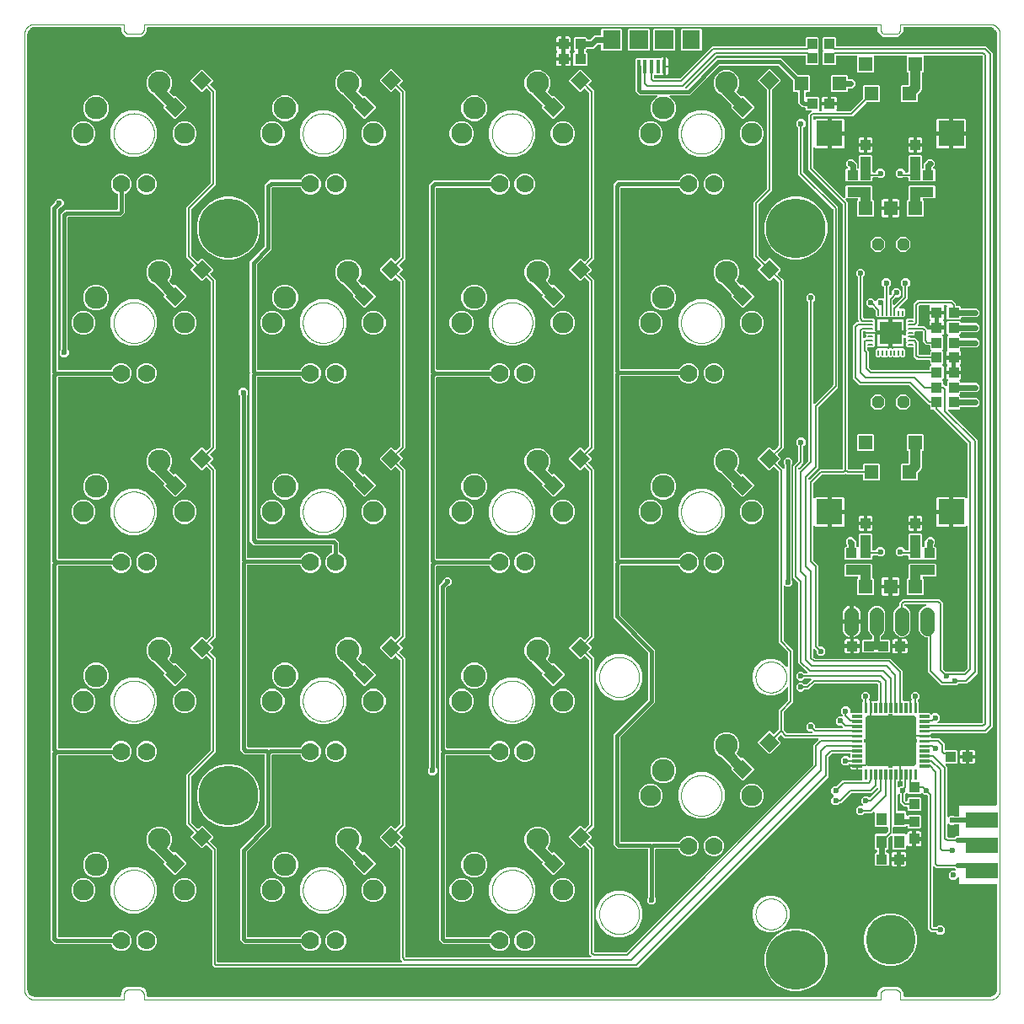
<source format=gbl>
G04 EAGLE Gerber RS-274X export*
G75*
%MOMM*%
%FSLAX34Y34*%
%LPD*%
%INBottom copper*%
%IPPOS*%
%AMOC8*
5,1,8,0,0,1.08239X$1,22.5*%
G01*
%ADD10C,0.000000*%
%ADD11C,2.286000*%
%ADD12C,2.114400*%
%ADD13C,1.778000*%
%ADD14R,1.400000X1.400000*%
%ADD15C,0.508000*%
%ADD16C,0.075000*%
%ADD17R,1.400000X1.400000*%
%ADD18R,2.600000X2.600000*%
%ADD19R,3.302000X1.524000*%
%ADD20R,1.000000X1.100000*%
%ADD21R,1.100000X1.300000*%
%ADD22R,1.100000X1.000000*%
%ADD23R,2.300000X2.300000*%
%ADD24C,0.180000*%
%ADD25P,1.312723X8X22.500000*%
%ADD26R,0.350000X1.400000*%
%ADD27R,1.800000X1.900000*%
%ADD28R,1.900000X1.900000*%
%ADD29C,1.416000*%
%ADD30C,0.600000*%
%ADD31C,0.200000*%
%ADD32C,1.000000*%
%ADD33C,0.400000*%
%ADD34C,0.600000*%
%ADD35C,0.500000*%
%ADD36C,6.000000*%
%ADD37C,5.000000*%

G36*
X96064Y3010D02*
X96064Y3010D01*
X96128Y3009D01*
X96203Y3030D01*
X96279Y3041D01*
X96338Y3067D01*
X96400Y3084D01*
X96466Y3125D01*
X96536Y3157D01*
X96585Y3199D01*
X96640Y3232D01*
X96692Y3290D01*
X96750Y3340D01*
X96786Y3394D01*
X96829Y3442D01*
X96862Y3511D01*
X96905Y3576D01*
X96924Y3638D01*
X96952Y3695D01*
X96963Y3765D01*
X96987Y3846D01*
X96988Y3931D01*
X96999Y4000D01*
X96999Y7144D01*
X99143Y10857D01*
X102856Y13001D01*
X117144Y13001D01*
X120857Y10857D01*
X123001Y7144D01*
X123001Y4000D01*
X123010Y3936D01*
X123009Y3872D01*
X123030Y3797D01*
X123041Y3721D01*
X123067Y3662D01*
X123084Y3600D01*
X123125Y3534D01*
X123157Y3464D01*
X123199Y3415D01*
X123232Y3360D01*
X123290Y3308D01*
X123340Y3250D01*
X123394Y3214D01*
X123442Y3171D01*
X123511Y3138D01*
X123576Y3095D01*
X123638Y3076D01*
X123695Y3048D01*
X123765Y3037D01*
X123846Y3013D01*
X123931Y3012D01*
X124000Y3001D01*
X856000Y3001D01*
X856064Y3010D01*
X856128Y3009D01*
X856203Y3030D01*
X856279Y3041D01*
X856338Y3067D01*
X856400Y3084D01*
X856466Y3125D01*
X856536Y3157D01*
X856585Y3199D01*
X856640Y3232D01*
X856692Y3290D01*
X856750Y3340D01*
X856786Y3394D01*
X856829Y3442D01*
X856862Y3511D01*
X856905Y3576D01*
X856924Y3638D01*
X856952Y3695D01*
X856963Y3765D01*
X856987Y3846D01*
X856988Y3931D01*
X856999Y4000D01*
X856999Y7144D01*
X859143Y10857D01*
X862856Y13001D01*
X877144Y13001D01*
X880857Y10857D01*
X883001Y7144D01*
X883001Y4000D01*
X883010Y3936D01*
X883009Y3872D01*
X883030Y3797D01*
X883041Y3721D01*
X883067Y3662D01*
X883084Y3600D01*
X883125Y3534D01*
X883157Y3464D01*
X883199Y3415D01*
X883232Y3360D01*
X883290Y3308D01*
X883340Y3250D01*
X883394Y3214D01*
X883442Y3171D01*
X883511Y3138D01*
X883576Y3095D01*
X883638Y3076D01*
X883695Y3048D01*
X883765Y3037D01*
X883846Y3013D01*
X883931Y3012D01*
X884000Y3001D01*
X970000Y3001D01*
X970052Y3008D01*
X970098Y3006D01*
X971268Y3121D01*
X971542Y3188D01*
X971548Y3191D01*
X971553Y3192D01*
X973716Y4088D01*
X973752Y4109D01*
X973791Y4123D01*
X973829Y4151D01*
X973841Y4156D01*
X973863Y4175D01*
X973959Y4232D01*
X973999Y4275D01*
X974040Y4305D01*
X975695Y5960D01*
X975720Y5993D01*
X975752Y6021D01*
X975796Y6095D01*
X975865Y6186D01*
X975885Y6241D01*
X975912Y6284D01*
X976808Y8447D01*
X976878Y8720D01*
X976878Y8726D01*
X976879Y8732D01*
X976994Y9902D01*
X976992Y9955D01*
X976999Y10000D01*
X976999Y115000D01*
X976990Y115064D01*
X976991Y115128D01*
X976970Y115203D01*
X976959Y115279D01*
X976933Y115338D01*
X976916Y115400D01*
X976875Y115466D01*
X976843Y115536D01*
X976801Y115585D01*
X976768Y115640D01*
X976710Y115692D01*
X976660Y115750D01*
X976606Y115786D01*
X976558Y115829D01*
X976489Y115862D01*
X976424Y115905D01*
X976362Y115924D01*
X976305Y115952D01*
X976235Y115963D01*
X976154Y115987D01*
X976069Y115988D01*
X976000Y115999D01*
X939585Y115999D01*
X938999Y116585D01*
X938999Y122222D01*
X938995Y122254D01*
X938997Y122286D01*
X938975Y122393D01*
X938959Y122501D01*
X938946Y122530D01*
X938940Y122562D01*
X938888Y122658D01*
X938843Y122758D01*
X938822Y122783D01*
X938807Y122811D01*
X938731Y122889D01*
X938660Y122972D01*
X938633Y122990D01*
X938610Y123013D01*
X938515Y123067D01*
X938424Y123127D01*
X938393Y123136D01*
X938365Y123152D01*
X938259Y123177D01*
X938154Y123209D01*
X938122Y123210D01*
X938091Y123217D01*
X937981Y123211D01*
X937872Y123213D01*
X937841Y123204D01*
X937809Y123203D01*
X937706Y123167D01*
X937600Y123138D01*
X937573Y123121D01*
X937542Y123110D01*
X937469Y123057D01*
X937360Y122990D01*
X937328Y122954D01*
X937293Y122928D01*
X934864Y120499D01*
X931136Y120499D01*
X928499Y123136D01*
X928499Y126864D01*
X931136Y129501D01*
X934429Y129501D01*
X934461Y129505D01*
X934493Y129503D01*
X934600Y129525D01*
X934708Y129541D01*
X934738Y129554D01*
X934769Y129560D01*
X934866Y129612D01*
X934965Y129657D01*
X934990Y129678D01*
X935018Y129693D01*
X935096Y129769D01*
X935179Y129840D01*
X935197Y129867D01*
X935220Y129890D01*
X935274Y129984D01*
X935334Y130076D01*
X935343Y130107D01*
X935359Y130135D01*
X935384Y130241D01*
X935416Y130346D01*
X935417Y130378D01*
X935424Y130409D01*
X935419Y130519D01*
X935420Y130628D01*
X935411Y130659D01*
X935410Y130691D01*
X935374Y130794D01*
X935345Y130900D01*
X935328Y130927D01*
X935317Y130958D01*
X935264Y131031D01*
X935197Y131140D01*
X935161Y131172D01*
X935136Y131207D01*
X934535Y131807D01*
X934459Y131864D01*
X934387Y131929D01*
X934346Y131949D01*
X934310Y131976D01*
X934220Y132010D01*
X934134Y132052D01*
X934091Y132058D01*
X934046Y132075D01*
X933918Y132085D01*
X933829Y132099D01*
X915964Y132099D01*
X914207Y133857D01*
X914181Y133876D01*
X914160Y133901D01*
X914068Y133961D01*
X913981Y134026D01*
X913951Y134037D01*
X913924Y134055D01*
X913819Y134087D01*
X913717Y134126D01*
X913685Y134128D01*
X913654Y134138D01*
X913545Y134139D01*
X913436Y134147D01*
X913404Y134141D01*
X913372Y134141D01*
X913267Y134112D01*
X913160Y134090D01*
X913131Y134075D01*
X913100Y134066D01*
X913007Y134009D01*
X912911Y133957D01*
X912888Y133935D01*
X912860Y133918D01*
X912787Y133837D01*
X912709Y133761D01*
X912693Y133733D01*
X912671Y133709D01*
X912624Y133610D01*
X912570Y133515D01*
X912562Y133484D01*
X912548Y133455D01*
X912534Y133366D01*
X912505Y133241D01*
X912507Y133192D01*
X912501Y133150D01*
X912501Y73500D01*
X912510Y73436D01*
X912509Y73372D01*
X912530Y73297D01*
X912541Y73221D01*
X912567Y73162D01*
X912584Y73100D01*
X912625Y73034D01*
X912657Y72964D01*
X912699Y72915D01*
X912732Y72860D01*
X912790Y72808D01*
X912840Y72750D01*
X912894Y72714D01*
X912942Y72671D01*
X913011Y72638D01*
X913076Y72595D01*
X913138Y72576D01*
X913195Y72548D01*
X913265Y72537D01*
X913346Y72513D01*
X913431Y72512D01*
X913500Y72501D01*
X915722Y72501D01*
X915817Y72514D01*
X915913Y72519D01*
X915956Y72534D01*
X916001Y72541D01*
X916089Y72580D01*
X916179Y72612D01*
X916214Y72637D01*
X916258Y72657D01*
X916355Y72740D01*
X916428Y72793D01*
X918136Y74501D01*
X921864Y74501D01*
X924501Y71864D01*
X924501Y68136D01*
X921864Y65499D01*
X918136Y65499D01*
X916428Y67207D01*
X916352Y67264D01*
X916280Y67329D01*
X916239Y67349D01*
X916203Y67376D01*
X916113Y67410D01*
X916026Y67452D01*
X915984Y67458D01*
X915939Y67475D01*
X915811Y67485D01*
X915722Y67499D01*
X910964Y67499D01*
X907499Y70964D01*
X907499Y204500D01*
X907490Y204564D01*
X907491Y204628D01*
X907470Y204703D01*
X907459Y204779D01*
X907433Y204838D01*
X907416Y204900D01*
X907375Y204966D01*
X907343Y205036D01*
X907301Y205085D01*
X907268Y205140D01*
X907210Y205192D01*
X907160Y205250D01*
X907106Y205286D01*
X907058Y205329D01*
X906989Y205362D01*
X906924Y205405D01*
X906862Y205424D01*
X906805Y205452D01*
X906735Y205463D01*
X906654Y205487D01*
X906569Y205488D01*
X906500Y205499D01*
X904136Y205499D01*
X902085Y207550D01*
X902034Y207588D01*
X901989Y207634D01*
X901922Y207673D01*
X901860Y207719D01*
X901800Y207742D01*
X901744Y207773D01*
X901668Y207791D01*
X901596Y207819D01*
X901532Y207824D01*
X901469Y207838D01*
X901392Y207834D01*
X901315Y207840D01*
X901252Y207827D01*
X901188Y207824D01*
X901114Y207799D01*
X901039Y207783D01*
X900982Y207753D01*
X900921Y207731D01*
X900864Y207690D01*
X900790Y207650D01*
X900729Y207591D01*
X900672Y207550D01*
X900122Y206999D01*
X887878Y206999D01*
X887328Y207550D01*
X887277Y207588D01*
X887232Y207634D01*
X887164Y207673D01*
X887102Y207719D01*
X887042Y207742D01*
X886986Y207773D01*
X886911Y207791D01*
X886838Y207819D01*
X886774Y207824D01*
X886712Y207838D01*
X886634Y207834D01*
X886557Y207840D01*
X886494Y207827D01*
X886430Y207824D01*
X886357Y207799D01*
X886281Y207783D01*
X886224Y207753D01*
X886164Y207731D01*
X886107Y207690D01*
X886032Y207650D01*
X885971Y207591D01*
X885915Y207550D01*
X884793Y206428D01*
X884736Y206351D01*
X884671Y206280D01*
X884651Y206239D01*
X884624Y206203D01*
X884590Y206113D01*
X884548Y206026D01*
X884542Y205984D01*
X884525Y205939D01*
X884515Y205811D01*
X884501Y205722D01*
X884501Y200450D01*
X884514Y200355D01*
X884519Y200259D01*
X884534Y200216D01*
X884541Y200171D01*
X884580Y200083D01*
X884612Y199992D01*
X884637Y199958D01*
X884657Y199914D01*
X884740Y199816D01*
X884793Y199743D01*
X885243Y199293D01*
X885320Y199236D01*
X885391Y199171D01*
X885432Y199151D01*
X885469Y199124D01*
X885559Y199090D01*
X885645Y199048D01*
X885687Y199042D01*
X885733Y199025D01*
X885832Y199017D01*
X885846Y199013D01*
X885876Y199012D01*
X885950Y199001D01*
X886000Y199001D01*
X886064Y199010D01*
X886128Y199009D01*
X886203Y199030D01*
X886279Y199041D01*
X886338Y199067D01*
X886400Y199084D01*
X886466Y199125D01*
X886536Y199157D01*
X886585Y199199D01*
X886640Y199232D01*
X886692Y199290D01*
X886750Y199340D01*
X886786Y199394D01*
X886829Y199442D01*
X886862Y199511D01*
X886905Y199576D01*
X886924Y199638D01*
X886952Y199695D01*
X886963Y199765D01*
X886987Y199846D01*
X886988Y199931D01*
X886999Y200000D01*
X886999Y202122D01*
X887878Y203001D01*
X900122Y203001D01*
X901001Y202122D01*
X901001Y190878D01*
X900122Y189999D01*
X887878Y189999D01*
X886999Y190878D01*
X886999Y193000D01*
X886990Y193064D01*
X886991Y193128D01*
X886970Y193203D01*
X886959Y193279D01*
X886933Y193338D01*
X886916Y193400D01*
X886875Y193466D01*
X886843Y193536D01*
X886801Y193585D01*
X886768Y193640D01*
X886710Y193692D01*
X886660Y193750D01*
X886606Y193786D01*
X886558Y193829D01*
X886489Y193862D01*
X886424Y193905D01*
X886362Y193924D01*
X886305Y193952D01*
X886235Y193963D01*
X886154Y193987D01*
X886069Y193988D01*
X886000Y193999D01*
X883464Y193999D01*
X879499Y197964D01*
X879499Y205722D01*
X879488Y205798D01*
X879487Y205875D01*
X879469Y205932D01*
X879459Y206001D01*
X879418Y206093D01*
X879394Y206169D01*
X879364Y206211D01*
X879343Y206258D01*
X879285Y206327D01*
X879233Y206401D01*
X879193Y206433D01*
X879160Y206472D01*
X879084Y206522D01*
X879014Y206579D01*
X878967Y206599D01*
X878924Y206627D01*
X878838Y206653D01*
X878755Y206688D01*
X878703Y206694D01*
X878654Y206709D01*
X878564Y206710D01*
X878474Y206721D01*
X878424Y206712D01*
X878372Y206713D01*
X878285Y206689D01*
X878196Y206674D01*
X878150Y206651D01*
X878100Y206638D01*
X878023Y206590D01*
X877942Y206551D01*
X877904Y206517D01*
X877860Y206490D01*
X877800Y206423D01*
X877733Y206362D01*
X877706Y206319D01*
X877671Y206280D01*
X877632Y206199D01*
X877585Y206122D01*
X877571Y206073D01*
X877548Y206026D01*
X877536Y205948D01*
X877509Y205851D01*
X877510Y205781D01*
X877501Y205722D01*
X877501Y190500D01*
X877510Y190436D01*
X877509Y190372D01*
X877530Y190297D01*
X877541Y190221D01*
X877567Y190162D01*
X877584Y190100D01*
X877625Y190034D01*
X877657Y189964D01*
X877699Y189915D01*
X877732Y189860D01*
X877790Y189808D01*
X877840Y189750D01*
X877894Y189714D01*
X877942Y189671D01*
X878011Y189638D01*
X878076Y189595D01*
X878138Y189576D01*
X878195Y189548D01*
X878265Y189537D01*
X878346Y189513D01*
X878431Y189512D01*
X878500Y189501D01*
X885122Y189501D01*
X886001Y188622D01*
X886001Y185535D01*
X886005Y185504D01*
X886003Y185471D01*
X886025Y185364D01*
X886041Y185256D01*
X886054Y185227D01*
X886060Y185195D01*
X886112Y185099D01*
X886157Y184999D01*
X886178Y184975D01*
X886193Y184946D01*
X886269Y184868D01*
X886340Y184785D01*
X886367Y184767D01*
X886390Y184744D01*
X886485Y184691D01*
X886576Y184631D01*
X886607Y184621D01*
X886635Y184605D01*
X886741Y184580D01*
X886846Y184548D01*
X886878Y184548D01*
X886909Y184540D01*
X887019Y184546D01*
X887128Y184544D01*
X887159Y184553D01*
X887191Y184555D01*
X887294Y184590D01*
X887400Y184620D01*
X887427Y184637D01*
X887458Y184647D01*
X887531Y184700D01*
X887640Y184768D01*
X887672Y184804D01*
X887707Y184829D01*
X888378Y185501D01*
X899622Y185501D01*
X900501Y184622D01*
X900501Y172378D01*
X899622Y171499D01*
X888378Y171499D01*
X887499Y172378D01*
X887499Y173465D01*
X887495Y173496D01*
X887497Y173529D01*
X887475Y173636D01*
X887459Y173744D01*
X887446Y173773D01*
X887440Y173805D01*
X887388Y173901D01*
X887343Y174001D01*
X887322Y174025D01*
X887307Y174054D01*
X887231Y174132D01*
X887160Y174215D01*
X887133Y174233D01*
X887110Y174256D01*
X887015Y174309D01*
X886924Y174369D01*
X886893Y174379D01*
X886865Y174395D01*
X886759Y174420D01*
X886654Y174452D01*
X886622Y174452D01*
X886591Y174460D01*
X886481Y174454D01*
X886372Y174456D01*
X886341Y174447D01*
X886309Y174445D01*
X886206Y174410D01*
X886100Y174380D01*
X886073Y174363D01*
X886042Y174353D01*
X885969Y174300D01*
X885860Y174232D01*
X885828Y174196D01*
X885793Y174171D01*
X885122Y173499D01*
X873500Y173499D01*
X873436Y173490D01*
X873372Y173491D01*
X873297Y173470D01*
X873221Y173459D01*
X873162Y173433D01*
X873100Y173416D01*
X873034Y173375D01*
X872964Y173343D01*
X872915Y173301D01*
X872860Y173268D01*
X872808Y173210D01*
X872750Y173160D01*
X872714Y173106D01*
X872671Y173058D01*
X872638Y172989D01*
X872595Y172924D01*
X872576Y172862D01*
X872548Y172805D01*
X872537Y172735D01*
X872513Y172654D01*
X872512Y172569D01*
X872501Y172500D01*
X872501Y167500D01*
X872510Y167436D01*
X872509Y167372D01*
X872530Y167297D01*
X872541Y167221D01*
X872567Y167162D01*
X872584Y167100D01*
X872625Y167034D01*
X872657Y166964D01*
X872699Y166915D01*
X872732Y166860D01*
X872790Y166808D01*
X872840Y166750D01*
X872894Y166714D01*
X872942Y166671D01*
X873011Y166638D01*
X873076Y166595D01*
X873138Y166576D01*
X873195Y166548D01*
X873265Y166537D01*
X873346Y166513D01*
X873431Y166512D01*
X873500Y166501D01*
X885122Y166501D01*
X885293Y166329D01*
X885319Y166310D01*
X885340Y166285D01*
X885432Y166225D01*
X885519Y166160D01*
X885549Y166148D01*
X885576Y166131D01*
X885681Y166099D01*
X885783Y166060D01*
X885815Y166058D01*
X885846Y166048D01*
X885955Y166047D01*
X886064Y166038D01*
X886096Y166045D01*
X886128Y166044D01*
X886233Y166074D01*
X886340Y166096D01*
X886369Y166111D01*
X886400Y166120D01*
X886493Y166177D01*
X886589Y166228D01*
X886612Y166251D01*
X886640Y166268D01*
X886713Y166349D01*
X886791Y166425D01*
X886807Y166453D01*
X886829Y166477D01*
X886876Y166576D01*
X886930Y166670D01*
X886938Y166702D01*
X886952Y166731D01*
X886966Y166820D01*
X886995Y166945D01*
X886993Y166993D01*
X886999Y167035D01*
X886999Y167263D01*
X887136Y167772D01*
X887399Y168229D01*
X887771Y168601D01*
X888228Y168864D01*
X888737Y169001D01*
X892001Y169001D01*
X892001Y162500D01*
X892010Y162436D01*
X892009Y162372D01*
X892030Y162298D01*
X892041Y162221D01*
X892067Y162162D01*
X892084Y162100D01*
X892125Y162034D01*
X892157Y161964D01*
X892199Y161915D01*
X892232Y161860D01*
X892290Y161809D01*
X892340Y161750D01*
X892394Y161714D01*
X892442Y161671D01*
X892511Y161638D01*
X892576Y161595D01*
X892638Y161576D01*
X892695Y161548D01*
X892765Y161538D01*
X892846Y161513D01*
X892931Y161512D01*
X893000Y161501D01*
X894001Y161501D01*
X894001Y161499D01*
X893000Y161499D01*
X892936Y161490D01*
X892872Y161491D01*
X892797Y161470D01*
X892721Y161459D01*
X892662Y161433D01*
X892600Y161416D01*
X892534Y161375D01*
X892464Y161343D01*
X892415Y161301D01*
X892360Y161268D01*
X892308Y161210D01*
X892250Y161160D01*
X892214Y161106D01*
X892171Y161058D01*
X892138Y160989D01*
X892095Y160924D01*
X892076Y160862D01*
X892048Y160804D01*
X892038Y160735D01*
X892013Y160654D01*
X892012Y160569D01*
X892001Y160500D01*
X892001Y153999D01*
X888737Y153999D01*
X888228Y154136D01*
X887772Y154399D01*
X887707Y154464D01*
X887681Y154483D01*
X887660Y154508D01*
X887568Y154568D01*
X887481Y154633D01*
X887451Y154645D01*
X887424Y154662D01*
X887319Y154694D01*
X887217Y154733D01*
X887185Y154735D01*
X887154Y154745D01*
X887045Y154746D01*
X886936Y154755D01*
X886904Y154748D01*
X886872Y154748D01*
X886767Y154719D01*
X886660Y154697D01*
X886631Y154682D01*
X886600Y154673D01*
X886507Y154616D01*
X886411Y154565D01*
X886388Y154542D01*
X886360Y154525D01*
X886287Y154444D01*
X886209Y154368D01*
X886193Y154340D01*
X886171Y154316D01*
X886124Y154218D01*
X886070Y154122D01*
X886062Y154091D01*
X886048Y154062D01*
X886034Y153973D01*
X886005Y153848D01*
X886007Y153800D01*
X886001Y153757D01*
X886001Y151378D01*
X885122Y150499D01*
X872878Y150499D01*
X871999Y151378D01*
X871999Y163550D01*
X871995Y163582D01*
X871997Y163614D01*
X871975Y163721D01*
X871959Y163830D01*
X871946Y163859D01*
X871940Y163890D01*
X871888Y163987D01*
X871843Y164086D01*
X871822Y164111D01*
X871807Y164139D01*
X871731Y164218D01*
X871660Y164301D01*
X871633Y164318D01*
X871610Y164341D01*
X871515Y164395D01*
X871424Y164455D01*
X871393Y164465D01*
X871365Y164481D01*
X871259Y164506D01*
X871154Y164538D01*
X871122Y164538D01*
X871091Y164545D01*
X870981Y164540D01*
X870872Y164541D01*
X870841Y164533D01*
X870809Y164531D01*
X870706Y164495D01*
X870600Y164466D01*
X870573Y164449D01*
X870542Y164439D01*
X870469Y164385D01*
X870360Y164318D01*
X870328Y164282D01*
X870293Y164257D01*
X868293Y162257D01*
X868236Y162180D01*
X868171Y162109D01*
X868151Y162068D01*
X868124Y162031D01*
X868090Y161941D01*
X868048Y161855D01*
X868042Y161813D01*
X868025Y161767D01*
X868015Y161640D01*
X868001Y161550D01*
X868001Y151378D01*
X867122Y150499D01*
X866500Y150499D01*
X866436Y150490D01*
X866372Y150491D01*
X866297Y150470D01*
X866221Y150459D01*
X866162Y150433D01*
X866100Y150416D01*
X866034Y150375D01*
X865964Y150343D01*
X865915Y150301D01*
X865860Y150268D01*
X865808Y150210D01*
X865750Y150160D01*
X865714Y150106D01*
X865671Y150058D01*
X865638Y149989D01*
X865595Y149924D01*
X865576Y149862D01*
X865548Y149805D01*
X865537Y149735D01*
X865513Y149654D01*
X865512Y149569D01*
X865501Y149500D01*
X865501Y148500D01*
X865510Y148436D01*
X865509Y148372D01*
X865530Y148297D01*
X865541Y148221D01*
X865567Y148162D01*
X865584Y148100D01*
X865625Y148034D01*
X865657Y147964D01*
X865699Y147915D01*
X865732Y147860D01*
X865790Y147808D01*
X865840Y147750D01*
X865894Y147714D01*
X865942Y147671D01*
X866011Y147638D01*
X866076Y147595D01*
X866138Y147576D01*
X866195Y147548D01*
X866265Y147537D01*
X866346Y147513D01*
X866431Y147512D01*
X866500Y147501D01*
X867622Y147501D01*
X868501Y146622D01*
X868501Y135378D01*
X867622Y134499D01*
X855378Y134499D01*
X854499Y135378D01*
X854499Y146622D01*
X855378Y147501D01*
X855500Y147501D01*
X855564Y147510D01*
X855628Y147509D01*
X855703Y147530D01*
X855779Y147541D01*
X855838Y147567D01*
X855900Y147584D01*
X855966Y147625D01*
X856036Y147657D01*
X856085Y147699D01*
X856140Y147732D01*
X856192Y147790D01*
X856250Y147840D01*
X856286Y147894D01*
X856329Y147942D01*
X856362Y148011D01*
X856405Y148076D01*
X856424Y148138D01*
X856452Y148195D01*
X856463Y148265D01*
X856487Y148346D01*
X856488Y148431D01*
X856499Y148500D01*
X856499Y149500D01*
X856490Y149564D01*
X856491Y149628D01*
X856470Y149703D01*
X856459Y149779D01*
X856433Y149838D01*
X856416Y149900D01*
X856375Y149966D01*
X856343Y150036D01*
X856301Y150085D01*
X856268Y150140D01*
X856210Y150192D01*
X856160Y150250D01*
X856106Y150286D01*
X856058Y150329D01*
X855989Y150362D01*
X855924Y150405D01*
X855862Y150424D01*
X855805Y150452D01*
X855735Y150463D01*
X855654Y150487D01*
X855569Y150488D01*
X855500Y150499D01*
X854878Y150499D01*
X853999Y151378D01*
X853999Y165622D01*
X854878Y166501D01*
X865050Y166501D01*
X865145Y166514D01*
X865241Y166519D01*
X865284Y166534D01*
X865329Y166541D01*
X865417Y166580D01*
X865508Y166612D01*
X865542Y166637D01*
X865586Y166657D01*
X865684Y166740D01*
X865757Y166793D01*
X867207Y168243D01*
X867264Y168320D01*
X867329Y168391D01*
X867349Y168432D01*
X867376Y168469D01*
X867410Y168559D01*
X867452Y168645D01*
X867458Y168687D01*
X867475Y168733D01*
X867485Y168860D01*
X867499Y168950D01*
X867499Y172500D01*
X867490Y172564D01*
X867491Y172628D01*
X867470Y172703D01*
X867459Y172779D01*
X867433Y172838D01*
X867416Y172900D01*
X867375Y172966D01*
X867343Y173036D01*
X867301Y173085D01*
X867268Y173140D01*
X867210Y173192D01*
X867160Y173250D01*
X867106Y173286D01*
X867058Y173329D01*
X866989Y173362D01*
X866924Y173405D01*
X866862Y173424D01*
X866805Y173452D01*
X866735Y173463D01*
X866654Y173487D01*
X866569Y173488D01*
X866500Y173499D01*
X854878Y173499D01*
X853999Y174378D01*
X853999Y188050D01*
X853995Y188082D01*
X853997Y188114D01*
X853975Y188221D01*
X853959Y188330D01*
X853946Y188359D01*
X853940Y188390D01*
X853888Y188487D01*
X853843Y188586D01*
X853822Y188611D01*
X853807Y188639D01*
X853731Y188718D01*
X853660Y188801D01*
X853633Y188818D01*
X853610Y188841D01*
X853515Y188895D01*
X853424Y188955D01*
X853393Y188965D01*
X853365Y188981D01*
X853259Y189006D01*
X853154Y189038D01*
X853122Y189038D01*
X853091Y189045D01*
X852981Y189040D01*
X852872Y189041D01*
X852841Y189033D01*
X852809Y189031D01*
X852706Y188995D01*
X852600Y188966D01*
X852573Y188949D01*
X852542Y188939D01*
X852469Y188885D01*
X852360Y188818D01*
X852328Y188782D01*
X852293Y188757D01*
X851036Y187499D01*
X844278Y187499D01*
X844183Y187486D01*
X844087Y187481D01*
X844044Y187466D01*
X843999Y187459D01*
X843911Y187420D01*
X843821Y187388D01*
X843786Y187363D01*
X843742Y187343D01*
X843645Y187260D01*
X843572Y187207D01*
X841864Y185499D01*
X838136Y185499D01*
X835499Y188136D01*
X835499Y191864D01*
X838136Y194501D01*
X841722Y194501D01*
X841754Y194505D01*
X841786Y194503D01*
X841893Y194525D01*
X842001Y194541D01*
X842030Y194554D01*
X842062Y194560D01*
X842158Y194612D01*
X842258Y194657D01*
X842283Y194678D01*
X842311Y194693D01*
X842389Y194769D01*
X842472Y194840D01*
X842490Y194867D01*
X842513Y194890D01*
X842567Y194985D01*
X842627Y195076D01*
X842636Y195107D01*
X842652Y195135D01*
X842677Y195241D01*
X842709Y195346D01*
X842710Y195378D01*
X842717Y195409D01*
X842711Y195519D01*
X842713Y195628D01*
X842704Y195659D01*
X842703Y195691D01*
X842667Y195794D01*
X842638Y195900D01*
X842621Y195927D01*
X842610Y195958D01*
X842557Y196031D01*
X842490Y196140D01*
X842454Y196172D01*
X842428Y196207D01*
X840499Y198136D01*
X840499Y201864D01*
X843136Y204501D01*
X846864Y204501D01*
X848208Y203157D01*
X848259Y203119D01*
X848304Y203073D01*
X848371Y203035D01*
X848433Y202988D01*
X848493Y202965D01*
X848549Y202934D01*
X848625Y202916D01*
X848697Y202889D01*
X848761Y202884D01*
X848824Y202869D01*
X848901Y202873D01*
X848978Y202867D01*
X849041Y202880D01*
X849105Y202883D01*
X849179Y202909D01*
X849254Y202924D01*
X849311Y202955D01*
X849372Y202976D01*
X849428Y203017D01*
X849503Y203057D01*
X849564Y203116D01*
X849621Y203157D01*
X857207Y210743D01*
X857264Y210820D01*
X857329Y210891D01*
X857349Y210932D01*
X857376Y210969D01*
X857410Y211059D01*
X857452Y211145D01*
X857458Y211187D01*
X857475Y211233D01*
X857485Y211360D01*
X857499Y211450D01*
X857499Y211550D01*
X857495Y211582D01*
X857497Y211614D01*
X857475Y211721D01*
X857459Y211830D01*
X857446Y211859D01*
X857440Y211890D01*
X857388Y211987D01*
X857343Y212086D01*
X857322Y212111D01*
X857307Y212139D01*
X857231Y212218D01*
X857160Y212301D01*
X857133Y212318D01*
X857110Y212341D01*
X857015Y212395D01*
X856924Y212455D01*
X856893Y212465D01*
X856865Y212481D01*
X856759Y212506D01*
X856654Y212538D01*
X856622Y212538D01*
X856591Y212545D01*
X856481Y212540D01*
X856372Y212541D01*
X856341Y212533D01*
X856309Y212531D01*
X856206Y212495D01*
X856100Y212466D01*
X856073Y212449D01*
X856042Y212439D01*
X855969Y212385D01*
X855860Y212318D01*
X855828Y212282D01*
X855793Y212257D01*
X852793Y209257D01*
X851036Y207499D01*
X831450Y207499D01*
X831355Y207486D01*
X831259Y207481D01*
X831216Y207466D01*
X831171Y207459D01*
X831083Y207420D01*
X830992Y207388D01*
X830958Y207363D01*
X830914Y207343D01*
X830816Y207260D01*
X830743Y207207D01*
X821036Y197499D01*
X819278Y197499D01*
X819183Y197486D01*
X819087Y197481D01*
X819044Y197466D01*
X818999Y197459D01*
X818911Y197420D01*
X818821Y197388D01*
X818786Y197363D01*
X818742Y197343D01*
X818645Y197260D01*
X818572Y197207D01*
X816864Y195499D01*
X813136Y195499D01*
X810499Y198136D01*
X810499Y201864D01*
X812928Y204293D01*
X812967Y204345D01*
X813013Y204390D01*
X813051Y204457D01*
X813098Y204519D01*
X813120Y204579D01*
X813152Y204635D01*
X813170Y204710D01*
X813197Y204783D01*
X813202Y204847D01*
X813217Y204910D01*
X813213Y204987D01*
X813219Y205064D01*
X813206Y205127D01*
X813203Y205191D01*
X813177Y205264D01*
X813161Y205340D01*
X813131Y205397D01*
X813110Y205458D01*
X813069Y205514D01*
X813029Y205589D01*
X812970Y205650D01*
X812928Y205707D01*
X810499Y208136D01*
X810499Y211864D01*
X813136Y214501D01*
X815550Y214501D01*
X815645Y214514D01*
X815741Y214519D01*
X815784Y214534D01*
X815829Y214541D01*
X815917Y214580D01*
X816008Y214612D01*
X816042Y214637D01*
X816086Y214657D01*
X816184Y214740D01*
X816257Y214793D01*
X821964Y220501D01*
X841000Y220501D01*
X841064Y220510D01*
X841128Y220509D01*
X841203Y220530D01*
X841279Y220541D01*
X841338Y220567D01*
X841400Y220584D01*
X841466Y220625D01*
X841536Y220657D01*
X841585Y220699D01*
X841640Y220732D01*
X841692Y220790D01*
X841750Y220840D01*
X841786Y220894D01*
X841829Y220942D01*
X841862Y221011D01*
X841905Y221076D01*
X841924Y221138D01*
X841952Y221195D01*
X841963Y221265D01*
X841987Y221346D01*
X841988Y221431D01*
X841999Y221500D01*
X841999Y230500D01*
X841990Y230564D01*
X841991Y230628D01*
X841970Y230703D01*
X841959Y230779D01*
X841933Y230838D01*
X841916Y230900D01*
X841875Y230966D01*
X841843Y231036D01*
X841801Y231085D01*
X841768Y231140D01*
X841710Y231192D01*
X841660Y231250D01*
X841606Y231286D01*
X841558Y231329D01*
X841489Y231362D01*
X841424Y231405D01*
X841362Y231424D01*
X841305Y231452D01*
X841235Y231463D01*
X841154Y231487D01*
X841069Y231488D01*
X841000Y231499D01*
X837499Y231499D01*
X837499Y235000D01*
X837490Y235063D01*
X837491Y235128D01*
X837471Y235202D01*
X837460Y235279D01*
X837433Y235337D01*
X837416Y235399D01*
X837375Y235465D01*
X837343Y235536D01*
X837302Y235585D01*
X837268Y235639D01*
X837267Y235640D01*
X837210Y235691D01*
X837160Y235750D01*
X837159Y235751D01*
X837106Y235786D01*
X837058Y235829D01*
X836988Y235863D01*
X836924Y235905D01*
X836862Y235924D01*
X836804Y235952D01*
X836735Y235963D01*
X836654Y235987D01*
X836569Y235989D01*
X836500Y235999D01*
X829460Y235999D01*
X829459Y236001D01*
X829446Y236031D01*
X829440Y236062D01*
X829388Y236158D01*
X829343Y236258D01*
X829322Y236283D01*
X829307Y236311D01*
X829231Y236389D01*
X829160Y236472D01*
X829133Y236490D01*
X829110Y236513D01*
X829015Y236567D01*
X828924Y236627D01*
X828893Y236636D01*
X828865Y236652D01*
X828759Y236677D01*
X828654Y236709D01*
X828622Y236710D01*
X828591Y236717D01*
X828481Y236711D01*
X828372Y236713D01*
X828341Y236704D01*
X828309Y236703D01*
X828206Y236667D01*
X828100Y236638D01*
X828073Y236621D01*
X828042Y236610D01*
X827969Y236557D01*
X827860Y236490D01*
X827828Y236454D01*
X827793Y236428D01*
X826864Y235499D01*
X823136Y235499D01*
X820499Y238136D01*
X820499Y241864D01*
X823136Y244501D01*
X826864Y244501D01*
X828293Y243072D01*
X828319Y243052D01*
X828340Y243028D01*
X828432Y242968D01*
X828519Y242902D01*
X828549Y242891D01*
X828576Y242873D01*
X828681Y242841D01*
X828783Y242803D01*
X828815Y242800D01*
X828846Y242791D01*
X828955Y242789D01*
X829064Y242781D01*
X829096Y242788D01*
X829128Y242787D01*
X829233Y242816D01*
X829340Y242839D01*
X829369Y242854D01*
X829400Y242862D01*
X829493Y242920D01*
X829589Y242971D01*
X829612Y242993D01*
X829640Y243010D01*
X829713Y243092D01*
X829791Y243168D01*
X829807Y243196D01*
X829829Y243220D01*
X829876Y243318D01*
X829930Y243413D01*
X829938Y243445D01*
X829952Y243474D01*
X829966Y243563D01*
X829995Y243688D01*
X829993Y243736D01*
X829999Y243778D01*
X829999Y246500D01*
X829990Y246564D01*
X829991Y246628D01*
X829970Y246703D01*
X829959Y246779D01*
X829933Y246838D01*
X829916Y246900D01*
X829875Y246966D01*
X829843Y247036D01*
X829801Y247085D01*
X829768Y247140D01*
X829710Y247192D01*
X829660Y247250D01*
X829606Y247286D01*
X829558Y247329D01*
X829489Y247362D01*
X829424Y247405D01*
X829362Y247424D01*
X829305Y247452D01*
X829235Y247463D01*
X829154Y247487D01*
X829069Y247488D01*
X829000Y247499D01*
X811450Y247499D01*
X811355Y247486D01*
X811259Y247481D01*
X811215Y247466D01*
X811171Y247459D01*
X811083Y247420D01*
X810992Y247388D01*
X810958Y247363D01*
X810914Y247343D01*
X810816Y247260D01*
X810743Y247207D01*
X807793Y244257D01*
X807736Y244180D01*
X807671Y244109D01*
X807651Y244068D01*
X807624Y244031D01*
X807590Y243941D01*
X807548Y243855D01*
X807542Y243813D01*
X807525Y243767D01*
X807515Y243640D01*
X807501Y243550D01*
X807501Y223964D01*
X616036Y32499D01*
X190964Y32499D01*
X188499Y34964D01*
X188499Y149420D01*
X188486Y149515D01*
X188481Y149611D01*
X188466Y149655D01*
X188459Y149699D01*
X188420Y149787D01*
X188388Y149878D01*
X188363Y149912D01*
X188343Y149956D01*
X188260Y150054D01*
X188207Y150127D01*
X183384Y154949D01*
X183333Y154988D01*
X183288Y155034D01*
X183221Y155072D01*
X183159Y155119D01*
X183098Y155141D01*
X183043Y155173D01*
X182967Y155191D01*
X182895Y155218D01*
X182831Y155223D01*
X182768Y155238D01*
X182691Y155234D01*
X182614Y155240D01*
X182551Y155227D01*
X182486Y155223D01*
X182413Y155198D01*
X182337Y155182D01*
X182281Y155152D01*
X182220Y155131D01*
X182163Y155090D01*
X182089Y155050D01*
X182028Y154991D01*
X181971Y154949D01*
X179057Y152035D01*
X177813Y152035D01*
X167035Y162813D01*
X167035Y164057D01*
X169949Y166971D01*
X169988Y167022D01*
X170034Y167067D01*
X170072Y167135D01*
X170119Y167197D01*
X170141Y167257D01*
X170173Y167313D01*
X170191Y167388D01*
X170218Y167460D01*
X170223Y167524D01*
X170238Y167587D01*
X170234Y167665D01*
X170240Y167742D01*
X170227Y167804D01*
X170223Y167869D01*
X170198Y167942D01*
X170182Y168018D01*
X170152Y168074D01*
X170131Y168135D01*
X170090Y168192D01*
X170050Y168267D01*
X169991Y168328D01*
X169949Y168384D01*
X162499Y175834D01*
X162499Y226036D01*
X187207Y250743D01*
X187264Y250820D01*
X187329Y250891D01*
X187349Y250932D01*
X187376Y250969D01*
X187410Y251059D01*
X187452Y251145D01*
X187458Y251187D01*
X187475Y251233D01*
X187485Y251360D01*
X187499Y251450D01*
X187499Y340420D01*
X187486Y340515D01*
X187481Y340611D01*
X187466Y340655D01*
X187459Y340699D01*
X187420Y340787D01*
X187388Y340878D01*
X187363Y340912D01*
X187343Y340956D01*
X187260Y341054D01*
X187207Y341127D01*
X183384Y344949D01*
X183333Y344988D01*
X183288Y345034D01*
X183221Y345072D01*
X183159Y345119D01*
X183098Y345141D01*
X183043Y345173D01*
X182967Y345191D01*
X182895Y345218D01*
X182831Y345223D01*
X182768Y345238D01*
X182691Y345234D01*
X182614Y345240D01*
X182551Y345227D01*
X182486Y345223D01*
X182413Y345198D01*
X182337Y345182D01*
X182281Y345152D01*
X182220Y345131D01*
X182163Y345090D01*
X182089Y345050D01*
X182028Y344991D01*
X181971Y344949D01*
X179057Y342035D01*
X177813Y342035D01*
X167035Y352813D01*
X167035Y354057D01*
X177813Y364835D01*
X179057Y364835D01*
X181971Y361921D01*
X182022Y361882D01*
X182067Y361836D01*
X182135Y361798D01*
X182197Y361751D01*
X182257Y361729D01*
X182313Y361697D01*
X182388Y361679D01*
X182461Y361652D01*
X182524Y361647D01*
X182587Y361632D01*
X182665Y361636D01*
X182742Y361630D01*
X182804Y361643D01*
X182869Y361647D01*
X182942Y361672D01*
X183018Y361688D01*
X183075Y361718D01*
X183135Y361739D01*
X183192Y361780D01*
X183267Y361820D01*
X183328Y361879D01*
X183384Y361921D01*
X187207Y365743D01*
X187264Y365820D01*
X187329Y365891D01*
X187349Y365932D01*
X187376Y365969D01*
X187410Y366059D01*
X187452Y366145D01*
X187458Y366187D01*
X187475Y366233D01*
X187485Y366360D01*
X187499Y366450D01*
X187499Y530420D01*
X187486Y530515D01*
X187481Y530611D01*
X187466Y530655D01*
X187459Y530700D01*
X187420Y530787D01*
X187388Y530878D01*
X187363Y530912D01*
X187343Y530956D01*
X187260Y531054D01*
X187207Y531127D01*
X183384Y534949D01*
X183333Y534988D01*
X183288Y535034D01*
X183221Y535072D01*
X183159Y535119D01*
X183098Y535141D01*
X183043Y535173D01*
X182967Y535191D01*
X182895Y535218D01*
X182831Y535223D01*
X182768Y535238D01*
X182691Y535234D01*
X182614Y535240D01*
X182551Y535227D01*
X182486Y535223D01*
X182413Y535198D01*
X182337Y535182D01*
X182281Y535152D01*
X182220Y535131D01*
X182163Y535090D01*
X182089Y535050D01*
X182028Y534991D01*
X181971Y534949D01*
X179057Y532035D01*
X177813Y532035D01*
X167035Y542813D01*
X167035Y544057D01*
X177813Y554835D01*
X179057Y554835D01*
X181971Y551921D01*
X182022Y551882D01*
X182067Y551836D01*
X182135Y551798D01*
X182197Y551751D01*
X182257Y551729D01*
X182313Y551697D01*
X182388Y551679D01*
X182461Y551652D01*
X182524Y551647D01*
X182587Y551632D01*
X182665Y551636D01*
X182742Y551630D01*
X182804Y551643D01*
X182869Y551647D01*
X182942Y551672D01*
X183018Y551688D01*
X183075Y551718D01*
X183135Y551739D01*
X183192Y551780D01*
X183267Y551820D01*
X183328Y551879D01*
X183384Y551921D01*
X187207Y555743D01*
X187264Y555820D01*
X187329Y555891D01*
X187349Y555932D01*
X187376Y555969D01*
X187410Y556059D01*
X187452Y556145D01*
X187458Y556187D01*
X187475Y556233D01*
X187485Y556360D01*
X187499Y556450D01*
X187499Y720420D01*
X187486Y720515D01*
X187481Y720611D01*
X187466Y720655D01*
X187459Y720699D01*
X187420Y720787D01*
X187388Y720878D01*
X187363Y720912D01*
X187343Y720956D01*
X187260Y721054D01*
X187231Y721093D01*
X187226Y721102D01*
X187223Y721104D01*
X187207Y721127D01*
X183384Y724949D01*
X183333Y724988D01*
X183288Y725034D01*
X183221Y725072D01*
X183159Y725119D01*
X183098Y725141D01*
X183043Y725173D01*
X182967Y725191D01*
X182895Y725218D01*
X182831Y725223D01*
X182768Y725238D01*
X182691Y725234D01*
X182614Y725240D01*
X182551Y725227D01*
X182486Y725223D01*
X182413Y725198D01*
X182337Y725182D01*
X182281Y725152D01*
X182220Y725131D01*
X182163Y725090D01*
X182089Y725050D01*
X182028Y724991D01*
X181971Y724949D01*
X179057Y722035D01*
X177813Y722035D01*
X167035Y732813D01*
X167035Y734057D01*
X169949Y736971D01*
X169988Y737022D01*
X170034Y737067D01*
X170072Y737135D01*
X170119Y737197D01*
X170141Y737257D01*
X170173Y737313D01*
X170191Y737388D01*
X170218Y737460D01*
X170223Y737524D01*
X170238Y737587D01*
X170234Y737665D01*
X170240Y737742D01*
X170227Y737804D01*
X170223Y737869D01*
X170198Y737942D01*
X170182Y738018D01*
X170152Y738074D01*
X170131Y738135D01*
X170090Y738192D01*
X170050Y738267D01*
X169991Y738328D01*
X169949Y738384D01*
X162499Y745834D01*
X162499Y796036D01*
X187207Y820743D01*
X187264Y820820D01*
X187329Y820891D01*
X187349Y820932D01*
X187376Y820969D01*
X187410Y821059D01*
X187452Y821145D01*
X187458Y821187D01*
X187475Y821233D01*
X187485Y821360D01*
X187499Y821450D01*
X187499Y910420D01*
X187486Y910515D01*
X187481Y910611D01*
X187466Y910655D01*
X187459Y910699D01*
X187420Y910787D01*
X187388Y910878D01*
X187363Y910912D01*
X187343Y910956D01*
X187260Y911054D01*
X187207Y911127D01*
X183384Y914949D01*
X183333Y914988D01*
X183288Y915034D01*
X183221Y915072D01*
X183159Y915119D01*
X183098Y915141D01*
X183043Y915173D01*
X182967Y915191D01*
X182895Y915218D01*
X182831Y915223D01*
X182768Y915238D01*
X182691Y915234D01*
X182614Y915240D01*
X182551Y915227D01*
X182486Y915223D01*
X182413Y915198D01*
X182337Y915182D01*
X182281Y915152D01*
X182220Y915131D01*
X182163Y915090D01*
X182089Y915050D01*
X182028Y914991D01*
X181971Y914949D01*
X179057Y912035D01*
X177813Y912035D01*
X167035Y922813D01*
X167035Y924057D01*
X177813Y934835D01*
X179057Y934835D01*
X189835Y924057D01*
X189835Y922813D01*
X186921Y919899D01*
X186882Y919848D01*
X186836Y919803D01*
X186798Y919735D01*
X186752Y919673D01*
X186729Y919613D01*
X186697Y919557D01*
X186679Y919482D01*
X186652Y919410D01*
X186647Y919346D01*
X186632Y919283D01*
X186636Y919205D01*
X186630Y919128D01*
X186643Y919066D01*
X186647Y919001D01*
X186672Y918928D01*
X186688Y918852D01*
X186718Y918796D01*
X186739Y918735D01*
X186780Y918678D01*
X186820Y918603D01*
X186879Y918542D01*
X186921Y918486D01*
X192501Y912906D01*
X192501Y818964D01*
X167793Y794257D01*
X167736Y794180D01*
X167671Y794109D01*
X167651Y794068D01*
X167624Y794031D01*
X167590Y793941D01*
X167548Y793855D01*
X167542Y793813D01*
X167525Y793767D01*
X167515Y793640D01*
X167501Y793550D01*
X167501Y748320D01*
X167514Y748225D01*
X167519Y748129D01*
X167534Y748086D01*
X167541Y748041D01*
X167580Y747953D01*
X167612Y747862D01*
X167637Y747828D01*
X167657Y747784D01*
X167740Y747686D01*
X167793Y747613D01*
X173486Y741921D01*
X173537Y741882D01*
X173582Y741836D01*
X173649Y741798D01*
X173711Y741751D01*
X173772Y741729D01*
X173827Y741697D01*
X173903Y741679D01*
X173975Y741652D01*
X174039Y741647D01*
X174102Y741632D01*
X174179Y741636D01*
X174256Y741630D01*
X174319Y741643D01*
X174384Y741647D01*
X174457Y741672D01*
X174533Y741688D01*
X174589Y741718D01*
X174650Y741739D01*
X174707Y741780D01*
X174782Y741820D01*
X174842Y741879D01*
X174899Y741921D01*
X177813Y744835D01*
X179057Y744835D01*
X189835Y734057D01*
X189835Y732813D01*
X186921Y729899D01*
X186882Y729848D01*
X186836Y729803D01*
X186798Y729735D01*
X186752Y729673D01*
X186729Y729613D01*
X186697Y729557D01*
X186679Y729482D01*
X186652Y729410D01*
X186647Y729346D01*
X186632Y729283D01*
X186636Y729205D01*
X186630Y729128D01*
X186643Y729066D01*
X186647Y729001D01*
X186672Y728928D01*
X186688Y728852D01*
X186718Y728796D01*
X186739Y728735D01*
X186780Y728678D01*
X186820Y728603D01*
X186879Y728542D01*
X186921Y728486D01*
X192501Y722906D01*
X192501Y553964D01*
X186921Y548384D01*
X186882Y548333D01*
X186836Y548288D01*
X186798Y548221D01*
X186752Y548159D01*
X186729Y548098D01*
X186697Y548043D01*
X186679Y547967D01*
X186652Y547895D01*
X186647Y547831D01*
X186632Y547768D01*
X186636Y547691D01*
X186630Y547614D01*
X186643Y547551D01*
X186647Y547486D01*
X186672Y547413D01*
X186688Y547337D01*
X186718Y547281D01*
X186739Y547220D01*
X186780Y547163D01*
X186820Y547088D01*
X186879Y547028D01*
X186921Y546971D01*
X189835Y544057D01*
X189835Y542813D01*
X186921Y539899D01*
X186882Y539848D01*
X186836Y539803D01*
X186798Y539735D01*
X186752Y539673D01*
X186729Y539613D01*
X186697Y539557D01*
X186679Y539482D01*
X186652Y539410D01*
X186647Y539346D01*
X186632Y539283D01*
X186636Y539205D01*
X186630Y539128D01*
X186643Y539066D01*
X186647Y539001D01*
X186672Y538928D01*
X186688Y538852D01*
X186718Y538795D01*
X186739Y538735D01*
X186780Y538678D01*
X186820Y538603D01*
X186879Y538543D01*
X186921Y538486D01*
X190743Y534663D01*
X192501Y532906D01*
X192501Y363964D01*
X186921Y358384D01*
X186882Y358333D01*
X186836Y358288D01*
X186798Y358221D01*
X186752Y358159D01*
X186729Y358098D01*
X186697Y358043D01*
X186679Y357967D01*
X186652Y357895D01*
X186647Y357831D01*
X186632Y357768D01*
X186636Y357691D01*
X186630Y357614D01*
X186643Y357551D01*
X186647Y357486D01*
X186672Y357413D01*
X186688Y357337D01*
X186718Y357281D01*
X186739Y357220D01*
X186780Y357163D01*
X186820Y357088D01*
X186879Y357028D01*
X186921Y356971D01*
X189835Y354057D01*
X189835Y352813D01*
X186921Y349899D01*
X186882Y349848D01*
X186836Y349803D01*
X186798Y349735D01*
X186752Y349673D01*
X186729Y349613D01*
X186697Y349557D01*
X186679Y349482D01*
X186652Y349410D01*
X186647Y349346D01*
X186632Y349283D01*
X186636Y349205D01*
X186630Y349128D01*
X186643Y349066D01*
X186647Y349001D01*
X186672Y348928D01*
X186688Y348852D01*
X186718Y348796D01*
X186739Y348735D01*
X186780Y348678D01*
X186820Y348603D01*
X186880Y348542D01*
X186921Y348486D01*
X192501Y342906D01*
X192501Y248964D01*
X167793Y224257D01*
X167736Y224180D01*
X167671Y224109D01*
X167651Y224068D01*
X167624Y224031D01*
X167590Y223941D01*
X167548Y223855D01*
X167542Y223813D01*
X167525Y223767D01*
X167515Y223640D01*
X167501Y223550D01*
X167501Y178320D01*
X167514Y178225D01*
X167519Y178129D01*
X167534Y178086D01*
X167541Y178041D01*
X167580Y177953D01*
X167612Y177862D01*
X167637Y177828D01*
X167657Y177784D01*
X167740Y177686D01*
X167793Y177613D01*
X173486Y171921D01*
X173537Y171882D01*
X173582Y171836D01*
X173649Y171798D01*
X173711Y171751D01*
X173772Y171729D01*
X173827Y171697D01*
X173903Y171679D01*
X173975Y171652D01*
X174039Y171647D01*
X174102Y171632D01*
X174179Y171636D01*
X174256Y171630D01*
X174319Y171643D01*
X174384Y171647D01*
X174457Y171672D01*
X174533Y171688D01*
X174589Y171718D01*
X174650Y171739D01*
X174707Y171780D01*
X174782Y171820D01*
X174842Y171879D01*
X174899Y171921D01*
X177813Y174835D01*
X179057Y174835D01*
X189835Y164057D01*
X189835Y162813D01*
X186921Y159899D01*
X186882Y159848D01*
X186836Y159803D01*
X186798Y159735D01*
X186752Y159673D01*
X186729Y159613D01*
X186697Y159557D01*
X186679Y159482D01*
X186652Y159410D01*
X186647Y159346D01*
X186632Y159283D01*
X186636Y159205D01*
X186630Y159128D01*
X186643Y159066D01*
X186647Y159001D01*
X186672Y158928D01*
X186688Y158852D01*
X186718Y158796D01*
X186739Y158735D01*
X186780Y158678D01*
X186820Y158603D01*
X186879Y158542D01*
X186921Y158486D01*
X193501Y151906D01*
X193501Y38500D01*
X193510Y38436D01*
X193509Y38372D01*
X193530Y38297D01*
X193541Y38221D01*
X193567Y38162D01*
X193584Y38100D01*
X193625Y38034D01*
X193657Y37964D01*
X193699Y37915D01*
X193732Y37860D01*
X193790Y37808D01*
X193840Y37750D01*
X193894Y37714D01*
X193942Y37671D01*
X194011Y37638D01*
X194076Y37595D01*
X194138Y37576D01*
X194195Y37548D01*
X194265Y37537D01*
X194346Y37513D01*
X194431Y37512D01*
X194500Y37501D01*
X378550Y37501D01*
X378582Y37505D01*
X378614Y37503D01*
X378721Y37525D01*
X378830Y37541D01*
X378859Y37554D01*
X378890Y37560D01*
X378987Y37612D01*
X379086Y37657D01*
X379111Y37678D01*
X379139Y37693D01*
X379218Y37769D01*
X379301Y37840D01*
X379318Y37867D01*
X379341Y37890D01*
X379395Y37985D01*
X379455Y38076D01*
X379465Y38107D01*
X379481Y38135D01*
X379506Y38241D01*
X379538Y38346D01*
X379538Y38378D01*
X379545Y38409D01*
X379540Y38519D01*
X379541Y38628D01*
X379533Y38659D01*
X379531Y38691D01*
X379495Y38794D01*
X379466Y38900D01*
X379449Y38927D01*
X379439Y38958D01*
X379385Y39031D01*
X379318Y39140D01*
X379282Y39172D01*
X379257Y39207D01*
X377499Y40964D01*
X377499Y150420D01*
X377486Y150515D01*
X377481Y150611D01*
X377466Y150655D01*
X377459Y150699D01*
X377420Y150787D01*
X377388Y150878D01*
X377363Y150912D01*
X377343Y150956D01*
X377260Y151054D01*
X377207Y151127D01*
X373384Y154949D01*
X373333Y154988D01*
X373288Y155034D01*
X373221Y155072D01*
X373159Y155119D01*
X373098Y155141D01*
X373043Y155173D01*
X372967Y155191D01*
X372895Y155218D01*
X372831Y155223D01*
X372768Y155238D01*
X372691Y155234D01*
X372614Y155240D01*
X372551Y155227D01*
X372486Y155223D01*
X372413Y155198D01*
X372337Y155182D01*
X372281Y155152D01*
X372220Y155131D01*
X372163Y155090D01*
X372089Y155050D01*
X372028Y154991D01*
X371971Y154949D01*
X369057Y152035D01*
X367813Y152035D01*
X357035Y162813D01*
X357035Y164057D01*
X367813Y174835D01*
X369057Y174835D01*
X371971Y171921D01*
X372022Y171882D01*
X372067Y171836D01*
X372135Y171798D01*
X372197Y171751D01*
X372257Y171729D01*
X372313Y171697D01*
X372388Y171679D01*
X372461Y171652D01*
X372524Y171647D01*
X372587Y171632D01*
X372665Y171636D01*
X372742Y171630D01*
X372804Y171643D01*
X372869Y171647D01*
X372942Y171672D01*
X373018Y171688D01*
X373075Y171718D01*
X373135Y171739D01*
X373192Y171780D01*
X373267Y171820D01*
X373328Y171879D01*
X373384Y171921D01*
X377207Y175743D01*
X377264Y175820D01*
X377329Y175891D01*
X377349Y175932D01*
X377376Y175969D01*
X377410Y176059D01*
X377452Y176145D01*
X377458Y176187D01*
X377475Y176233D01*
X377485Y176360D01*
X377499Y176450D01*
X377499Y340420D01*
X377486Y340515D01*
X377481Y340611D01*
X377466Y340655D01*
X377459Y340699D01*
X377420Y340787D01*
X377388Y340878D01*
X377363Y340912D01*
X377343Y340956D01*
X377260Y341054D01*
X377207Y341127D01*
X373384Y344949D01*
X373333Y344988D01*
X373288Y345034D01*
X373221Y345072D01*
X373159Y345119D01*
X373098Y345141D01*
X373043Y345173D01*
X372967Y345191D01*
X372895Y345218D01*
X372831Y345223D01*
X372768Y345238D01*
X372691Y345234D01*
X372614Y345240D01*
X372551Y345227D01*
X372486Y345223D01*
X372413Y345198D01*
X372337Y345182D01*
X372281Y345152D01*
X372220Y345131D01*
X372163Y345090D01*
X372089Y345050D01*
X372028Y344991D01*
X371971Y344949D01*
X369057Y342035D01*
X367813Y342035D01*
X357035Y352813D01*
X357035Y354057D01*
X367813Y364835D01*
X369057Y364835D01*
X371971Y361921D01*
X372022Y361882D01*
X372067Y361836D01*
X372135Y361798D01*
X372197Y361751D01*
X372257Y361729D01*
X372313Y361697D01*
X372388Y361679D01*
X372461Y361652D01*
X372524Y361647D01*
X372587Y361632D01*
X372665Y361636D01*
X372742Y361630D01*
X372804Y361643D01*
X372869Y361647D01*
X372942Y361672D01*
X373018Y361688D01*
X373075Y361718D01*
X373135Y361739D01*
X373192Y361780D01*
X373267Y361820D01*
X373328Y361879D01*
X373384Y361921D01*
X377207Y365743D01*
X377264Y365820D01*
X377329Y365891D01*
X377349Y365932D01*
X377376Y365969D01*
X377410Y366059D01*
X377452Y366145D01*
X377458Y366187D01*
X377475Y366233D01*
X377485Y366360D01*
X377499Y366450D01*
X377499Y530420D01*
X377486Y530515D01*
X377481Y530611D01*
X377466Y530655D01*
X377459Y530699D01*
X377420Y530787D01*
X377388Y530878D01*
X377363Y530912D01*
X377343Y530956D01*
X377260Y531054D01*
X377207Y531127D01*
X373384Y534949D01*
X373333Y534988D01*
X373288Y535034D01*
X373221Y535072D01*
X373159Y535119D01*
X373098Y535141D01*
X373043Y535173D01*
X372967Y535191D01*
X372895Y535218D01*
X372831Y535223D01*
X372768Y535238D01*
X372691Y535234D01*
X372614Y535240D01*
X372551Y535227D01*
X372486Y535223D01*
X372413Y535198D01*
X372337Y535182D01*
X372281Y535152D01*
X372220Y535131D01*
X372163Y535090D01*
X372089Y535050D01*
X372028Y534991D01*
X371971Y534949D01*
X369057Y532035D01*
X367813Y532035D01*
X357035Y542813D01*
X357035Y544057D01*
X367813Y554835D01*
X369057Y554835D01*
X371971Y551921D01*
X372022Y551882D01*
X372067Y551836D01*
X372135Y551798D01*
X372197Y551751D01*
X372257Y551729D01*
X372313Y551697D01*
X372388Y551679D01*
X372461Y551652D01*
X372524Y551647D01*
X372587Y551632D01*
X372665Y551636D01*
X372742Y551630D01*
X372804Y551643D01*
X372869Y551647D01*
X372942Y551672D01*
X373018Y551688D01*
X373075Y551718D01*
X373135Y551739D01*
X373192Y551780D01*
X373267Y551820D01*
X373328Y551879D01*
X373384Y551921D01*
X377207Y555743D01*
X377264Y555820D01*
X377329Y555891D01*
X377349Y555932D01*
X377376Y555969D01*
X377410Y556059D01*
X377452Y556145D01*
X377458Y556187D01*
X377475Y556233D01*
X377485Y556360D01*
X377499Y556450D01*
X377499Y720420D01*
X377486Y720515D01*
X377481Y720611D01*
X377466Y720655D01*
X377459Y720699D01*
X377420Y720787D01*
X377388Y720878D01*
X377363Y720912D01*
X377343Y720956D01*
X377260Y721054D01*
X377231Y721093D01*
X377226Y721102D01*
X377223Y721104D01*
X377207Y721127D01*
X373384Y724949D01*
X373333Y724988D01*
X373288Y725034D01*
X373221Y725072D01*
X373159Y725119D01*
X373098Y725141D01*
X373043Y725173D01*
X372967Y725191D01*
X372895Y725218D01*
X372831Y725223D01*
X372768Y725238D01*
X372691Y725234D01*
X372614Y725240D01*
X372551Y725227D01*
X372486Y725223D01*
X372413Y725198D01*
X372337Y725182D01*
X372281Y725152D01*
X372220Y725131D01*
X372163Y725090D01*
X372089Y725050D01*
X372028Y724991D01*
X371971Y724949D01*
X369057Y722035D01*
X367813Y722035D01*
X357035Y732813D01*
X357035Y734057D01*
X367813Y744835D01*
X369057Y744835D01*
X371971Y741921D01*
X372022Y741882D01*
X372067Y741836D01*
X372135Y741798D01*
X372197Y741751D01*
X372257Y741729D01*
X372313Y741697D01*
X372388Y741679D01*
X372461Y741652D01*
X372524Y741647D01*
X372587Y741632D01*
X372665Y741636D01*
X372742Y741630D01*
X372804Y741643D01*
X372869Y741647D01*
X372942Y741672D01*
X373018Y741688D01*
X373075Y741718D01*
X373135Y741739D01*
X373192Y741780D01*
X373267Y741820D01*
X373328Y741879D01*
X373384Y741921D01*
X377207Y745743D01*
X377224Y745766D01*
X377243Y745783D01*
X377277Y745834D01*
X377329Y745891D01*
X377349Y745932D01*
X377376Y745969D01*
X377391Y746008D01*
X377398Y746019D01*
X377411Y746060D01*
X377452Y746145D01*
X377458Y746187D01*
X377475Y746233D01*
X377480Y746286D01*
X377480Y746289D01*
X377480Y746297D01*
X377485Y746360D01*
X377499Y746450D01*
X377499Y910420D01*
X377486Y910515D01*
X377481Y910611D01*
X377466Y910655D01*
X377459Y910699D01*
X377420Y910787D01*
X377388Y910878D01*
X377363Y910912D01*
X377343Y910956D01*
X377260Y911054D01*
X377207Y911127D01*
X373384Y914949D01*
X373333Y914988D01*
X373288Y915034D01*
X373221Y915072D01*
X373159Y915119D01*
X373098Y915141D01*
X373043Y915173D01*
X372967Y915191D01*
X372895Y915218D01*
X372831Y915223D01*
X372768Y915238D01*
X372691Y915234D01*
X372614Y915240D01*
X372551Y915227D01*
X372486Y915223D01*
X372413Y915198D01*
X372337Y915182D01*
X372281Y915152D01*
X372220Y915131D01*
X372163Y915090D01*
X372089Y915050D01*
X372028Y914991D01*
X371971Y914949D01*
X369057Y912035D01*
X367813Y912035D01*
X357035Y922813D01*
X357035Y924057D01*
X367813Y934835D01*
X369057Y934835D01*
X379835Y924057D01*
X379835Y922813D01*
X376921Y919899D01*
X376882Y919848D01*
X376836Y919803D01*
X376798Y919735D01*
X376752Y919673D01*
X376729Y919613D01*
X376697Y919557D01*
X376679Y919482D01*
X376652Y919410D01*
X376647Y919346D01*
X376632Y919283D01*
X376636Y919205D01*
X376630Y919128D01*
X376643Y919066D01*
X376647Y919001D01*
X376672Y918928D01*
X376688Y918852D01*
X376718Y918796D01*
X376739Y918735D01*
X376780Y918678D01*
X376820Y918603D01*
X376879Y918542D01*
X376921Y918486D01*
X382501Y912906D01*
X382501Y743964D01*
X376921Y738384D01*
X376882Y738333D01*
X376836Y738288D01*
X376798Y738221D01*
X376752Y738159D01*
X376729Y738098D01*
X376697Y738043D01*
X376679Y737967D01*
X376652Y737895D01*
X376647Y737831D01*
X376632Y737768D01*
X376636Y737691D01*
X376630Y737614D01*
X376643Y737551D01*
X376647Y737486D01*
X376672Y737413D01*
X376688Y737337D01*
X376718Y737281D01*
X376739Y737220D01*
X376780Y737163D01*
X376820Y737088D01*
X376879Y737028D01*
X376921Y736971D01*
X379835Y734057D01*
X379835Y732813D01*
X376921Y729899D01*
X376882Y729848D01*
X376836Y729803D01*
X376798Y729735D01*
X376752Y729673D01*
X376729Y729613D01*
X376697Y729557D01*
X376679Y729482D01*
X376652Y729410D01*
X376647Y729346D01*
X376632Y729283D01*
X376636Y729205D01*
X376630Y729128D01*
X376643Y729066D01*
X376647Y729001D01*
X376672Y728928D01*
X376688Y728852D01*
X376718Y728796D01*
X376739Y728735D01*
X376780Y728678D01*
X376820Y728603D01*
X376879Y728542D01*
X376921Y728486D01*
X382501Y722906D01*
X382501Y553964D01*
X376921Y548384D01*
X376882Y548333D01*
X376836Y548288D01*
X376798Y548221D01*
X376752Y548159D01*
X376729Y548098D01*
X376697Y548043D01*
X376679Y547967D01*
X376652Y547895D01*
X376647Y547831D01*
X376632Y547768D01*
X376636Y547691D01*
X376630Y547614D01*
X376643Y547551D01*
X376647Y547486D01*
X376672Y547413D01*
X376688Y547337D01*
X376718Y547281D01*
X376739Y547220D01*
X376780Y547163D01*
X376820Y547088D01*
X376879Y547028D01*
X376921Y546971D01*
X379835Y544057D01*
X379835Y542813D01*
X376921Y539899D01*
X376882Y539848D01*
X376836Y539803D01*
X376798Y539735D01*
X376752Y539673D01*
X376729Y539613D01*
X376697Y539557D01*
X376679Y539482D01*
X376652Y539410D01*
X376647Y539346D01*
X376632Y539283D01*
X376636Y539205D01*
X376630Y539128D01*
X376643Y539066D01*
X376647Y539001D01*
X376672Y538928D01*
X376688Y538852D01*
X376718Y538796D01*
X376739Y538735D01*
X376780Y538678D01*
X376820Y538603D01*
X376879Y538542D01*
X376921Y538486D01*
X382501Y532906D01*
X382501Y363964D01*
X376921Y358384D01*
X376882Y358333D01*
X376836Y358288D01*
X376798Y358221D01*
X376752Y358159D01*
X376729Y358098D01*
X376697Y358043D01*
X376679Y357967D01*
X376652Y357895D01*
X376647Y357831D01*
X376632Y357768D01*
X376636Y357691D01*
X376630Y357614D01*
X376643Y357551D01*
X376647Y357486D01*
X376672Y357413D01*
X376688Y357337D01*
X376718Y357281D01*
X376739Y357220D01*
X376780Y357163D01*
X376820Y357088D01*
X376879Y357028D01*
X376921Y356971D01*
X379835Y354057D01*
X379835Y352813D01*
X376921Y349899D01*
X376882Y349848D01*
X376836Y349803D01*
X376798Y349735D01*
X376752Y349673D01*
X376729Y349613D01*
X376697Y349557D01*
X376679Y349482D01*
X376652Y349410D01*
X376647Y349346D01*
X376632Y349283D01*
X376636Y349205D01*
X376630Y349128D01*
X376643Y349066D01*
X376647Y349001D01*
X376672Y348928D01*
X376688Y348852D01*
X376718Y348796D01*
X376739Y348735D01*
X376780Y348678D01*
X376820Y348603D01*
X376880Y348542D01*
X376921Y348486D01*
X382501Y342906D01*
X382501Y173964D01*
X376921Y168384D01*
X376882Y168333D01*
X376836Y168288D01*
X376798Y168221D01*
X376752Y168159D01*
X376729Y168098D01*
X376697Y168043D01*
X376679Y167967D01*
X376652Y167895D01*
X376647Y167831D01*
X376632Y167768D01*
X376636Y167691D01*
X376630Y167614D01*
X376643Y167551D01*
X376647Y167486D01*
X376672Y167413D01*
X376688Y167337D01*
X376718Y167281D01*
X376739Y167220D01*
X376780Y167163D01*
X376820Y167088D01*
X376879Y167028D01*
X376921Y166971D01*
X379835Y164057D01*
X379835Y162813D01*
X376921Y159899D01*
X376882Y159848D01*
X376836Y159803D01*
X376798Y159735D01*
X376752Y159673D01*
X376729Y159613D01*
X376697Y159557D01*
X376679Y159482D01*
X376652Y159410D01*
X376647Y159346D01*
X376632Y159283D01*
X376636Y159205D01*
X376630Y159128D01*
X376643Y159066D01*
X376647Y159001D01*
X376672Y158928D01*
X376688Y158852D01*
X376718Y158796D01*
X376739Y158735D01*
X376780Y158678D01*
X376820Y158603D01*
X376879Y158542D01*
X376921Y158486D01*
X382501Y152906D01*
X382501Y43500D01*
X382510Y43436D01*
X382509Y43372D01*
X382530Y43297D01*
X382541Y43221D01*
X382567Y43162D01*
X382584Y43100D01*
X382625Y43034D01*
X382657Y42964D01*
X382699Y42915D01*
X382732Y42860D01*
X382790Y42808D01*
X382840Y42750D01*
X382894Y42714D01*
X382942Y42671D01*
X383011Y42638D01*
X383076Y42595D01*
X383138Y42576D01*
X383195Y42548D01*
X383265Y42537D01*
X383346Y42513D01*
X383431Y42512D01*
X383500Y42501D01*
X568550Y42501D01*
X568582Y42505D01*
X568615Y42503D01*
X568722Y42525D01*
X568830Y42541D01*
X568859Y42554D01*
X568891Y42561D01*
X568987Y42612D01*
X569086Y42657D01*
X569111Y42678D01*
X569140Y42693D01*
X569218Y42769D01*
X569301Y42840D01*
X569319Y42867D01*
X569342Y42890D01*
X569395Y42985D01*
X569455Y43076D01*
X569465Y43107D01*
X569481Y43135D01*
X569506Y43241D01*
X569538Y43346D01*
X569538Y43378D01*
X569545Y43410D01*
X569540Y43519D01*
X569541Y43628D01*
X569533Y43659D01*
X569531Y43691D01*
X569495Y43794D01*
X569466Y43900D01*
X569449Y43927D01*
X569438Y43958D01*
X569385Y44031D01*
X569318Y44140D01*
X569282Y44172D01*
X569257Y44207D01*
X569207Y44257D01*
X567499Y45964D01*
X567499Y150420D01*
X567486Y150515D01*
X567481Y150611D01*
X567466Y150654D01*
X567459Y150699D01*
X567420Y150787D01*
X567388Y150878D01*
X567363Y150912D01*
X567343Y150956D01*
X567260Y151054D01*
X567207Y151127D01*
X563384Y154949D01*
X563333Y154988D01*
X563288Y155034D01*
X563221Y155072D01*
X563159Y155119D01*
X563099Y155141D01*
X563043Y155173D01*
X562967Y155191D01*
X562895Y155218D01*
X562831Y155223D01*
X562768Y155238D01*
X562691Y155234D01*
X562614Y155240D01*
X562551Y155227D01*
X562487Y155223D01*
X562413Y155198D01*
X562338Y155182D01*
X562281Y155152D01*
X562220Y155131D01*
X562163Y155090D01*
X562089Y155050D01*
X562028Y154991D01*
X561971Y154949D01*
X559057Y152035D01*
X557813Y152035D01*
X547035Y162813D01*
X547035Y164057D01*
X557813Y174835D01*
X559057Y174835D01*
X561971Y171921D01*
X562022Y171882D01*
X562067Y171836D01*
X562135Y171798D01*
X562197Y171751D01*
X562257Y171729D01*
X562313Y171697D01*
X562388Y171679D01*
X562461Y171652D01*
X562525Y171647D01*
X562587Y171632D01*
X562665Y171636D01*
X562742Y171630D01*
X562804Y171643D01*
X562869Y171647D01*
X562942Y171672D01*
X563018Y171688D01*
X563075Y171718D01*
X563135Y171739D01*
X563192Y171780D01*
X563267Y171820D01*
X563328Y171879D01*
X563384Y171921D01*
X567207Y175743D01*
X567264Y175820D01*
X567329Y175891D01*
X567349Y175932D01*
X567376Y175969D01*
X567410Y176059D01*
X567452Y176145D01*
X567458Y176187D01*
X567475Y176233D01*
X567485Y176360D01*
X567499Y176450D01*
X567499Y340420D01*
X567486Y340515D01*
X567481Y340611D01*
X567466Y340654D01*
X567459Y340699D01*
X567420Y340787D01*
X567388Y340878D01*
X567363Y340912D01*
X567343Y340956D01*
X567260Y341054D01*
X567207Y341127D01*
X563384Y344949D01*
X563333Y344988D01*
X563288Y345034D01*
X563221Y345072D01*
X563159Y345119D01*
X563099Y345141D01*
X563043Y345173D01*
X562967Y345191D01*
X562895Y345218D01*
X562831Y345223D01*
X562768Y345238D01*
X562691Y345234D01*
X562614Y345240D01*
X562551Y345227D01*
X562487Y345223D01*
X562413Y345198D01*
X562338Y345182D01*
X562281Y345152D01*
X562220Y345131D01*
X562163Y345090D01*
X562089Y345050D01*
X562028Y344991D01*
X561971Y344949D01*
X559057Y342035D01*
X557813Y342035D01*
X547035Y352813D01*
X547035Y354057D01*
X557813Y364835D01*
X559057Y364835D01*
X561971Y361921D01*
X562022Y361882D01*
X562067Y361836D01*
X562135Y361798D01*
X562197Y361751D01*
X562257Y361729D01*
X562313Y361697D01*
X562388Y361679D01*
X562461Y361652D01*
X562525Y361647D01*
X562587Y361632D01*
X562665Y361636D01*
X562742Y361630D01*
X562804Y361643D01*
X562869Y361647D01*
X562942Y361672D01*
X563018Y361688D01*
X563075Y361718D01*
X563135Y361739D01*
X563192Y361780D01*
X563267Y361820D01*
X563328Y361879D01*
X563384Y361921D01*
X567207Y365743D01*
X567264Y365820D01*
X567329Y365891D01*
X567349Y365932D01*
X567376Y365969D01*
X567410Y366059D01*
X567452Y366145D01*
X567458Y366187D01*
X567475Y366233D01*
X567485Y366360D01*
X567499Y366450D01*
X567499Y530420D01*
X567486Y530515D01*
X567481Y530611D01*
X567466Y530654D01*
X567459Y530699D01*
X567420Y530787D01*
X567388Y530878D01*
X567363Y530912D01*
X567343Y530956D01*
X567260Y531054D01*
X567207Y531127D01*
X563384Y534949D01*
X563333Y534988D01*
X563288Y535034D01*
X563221Y535072D01*
X563159Y535119D01*
X563099Y535141D01*
X563043Y535173D01*
X562967Y535191D01*
X562895Y535218D01*
X562831Y535223D01*
X562768Y535238D01*
X562691Y535234D01*
X562614Y535240D01*
X562551Y535227D01*
X562487Y535223D01*
X562413Y535198D01*
X562338Y535182D01*
X562281Y535152D01*
X562220Y535131D01*
X562163Y535090D01*
X562089Y535050D01*
X562028Y534991D01*
X561971Y534949D01*
X559057Y532035D01*
X557813Y532035D01*
X547035Y542813D01*
X547035Y544057D01*
X557813Y554835D01*
X559057Y554835D01*
X561971Y551921D01*
X562022Y551882D01*
X562067Y551836D01*
X562135Y551798D01*
X562197Y551751D01*
X562257Y551729D01*
X562313Y551697D01*
X562388Y551679D01*
X562461Y551652D01*
X562525Y551647D01*
X562587Y551632D01*
X562665Y551636D01*
X562742Y551630D01*
X562804Y551643D01*
X562869Y551647D01*
X562942Y551672D01*
X563018Y551688D01*
X563075Y551718D01*
X563135Y551739D01*
X563192Y551780D01*
X563267Y551820D01*
X563328Y551879D01*
X563384Y551921D01*
X567207Y555743D01*
X567264Y555820D01*
X567329Y555891D01*
X567349Y555932D01*
X567376Y555969D01*
X567410Y556059D01*
X567452Y556145D01*
X567458Y556187D01*
X567475Y556233D01*
X567485Y556360D01*
X567499Y556450D01*
X567499Y720420D01*
X567486Y720515D01*
X567481Y720611D01*
X567466Y720654D01*
X567459Y720699D01*
X567420Y720787D01*
X567388Y720878D01*
X567363Y720912D01*
X567343Y720956D01*
X567260Y721054D01*
X567231Y721094D01*
X567226Y721102D01*
X567223Y721104D01*
X567207Y721127D01*
X563384Y724949D01*
X563333Y724988D01*
X563288Y725034D01*
X563221Y725072D01*
X563159Y725119D01*
X563099Y725141D01*
X563043Y725173D01*
X562967Y725191D01*
X562895Y725218D01*
X562831Y725223D01*
X562768Y725238D01*
X562691Y725234D01*
X562614Y725240D01*
X562551Y725227D01*
X562487Y725223D01*
X562413Y725198D01*
X562338Y725182D01*
X562281Y725152D01*
X562220Y725131D01*
X562163Y725090D01*
X562089Y725050D01*
X562028Y724991D01*
X561971Y724949D01*
X559057Y722035D01*
X557813Y722035D01*
X547035Y732813D01*
X547035Y734057D01*
X557813Y744835D01*
X559057Y744835D01*
X561971Y741921D01*
X562022Y741882D01*
X562067Y741836D01*
X562135Y741798D01*
X562197Y741751D01*
X562257Y741729D01*
X562313Y741697D01*
X562388Y741679D01*
X562461Y741652D01*
X562525Y741647D01*
X562587Y741632D01*
X562665Y741636D01*
X562742Y741630D01*
X562804Y741643D01*
X562869Y741647D01*
X562942Y741672D01*
X563018Y741688D01*
X563075Y741718D01*
X563135Y741739D01*
X563192Y741780D01*
X563267Y741820D01*
X563328Y741879D01*
X563384Y741921D01*
X567207Y745743D01*
X567224Y745766D01*
X567243Y745783D01*
X567277Y745834D01*
X567329Y745891D01*
X567349Y745932D01*
X567376Y745969D01*
X567391Y746008D01*
X567398Y746019D01*
X567411Y746060D01*
X567452Y746145D01*
X567458Y746187D01*
X567475Y746233D01*
X567480Y746286D01*
X567480Y746289D01*
X567480Y746297D01*
X567485Y746360D01*
X567499Y746450D01*
X567499Y910420D01*
X567486Y910515D01*
X567481Y910611D01*
X567466Y910654D01*
X567459Y910699D01*
X567420Y910787D01*
X567388Y910878D01*
X567363Y910912D01*
X567343Y910956D01*
X567260Y911054D01*
X567207Y911127D01*
X563384Y914949D01*
X563333Y914988D01*
X563288Y915034D01*
X563221Y915072D01*
X563159Y915119D01*
X563099Y915141D01*
X563043Y915173D01*
X562967Y915191D01*
X562895Y915218D01*
X562831Y915223D01*
X562768Y915238D01*
X562691Y915234D01*
X562614Y915240D01*
X562551Y915227D01*
X562487Y915223D01*
X562413Y915198D01*
X562338Y915182D01*
X562281Y915152D01*
X562220Y915131D01*
X562163Y915090D01*
X562089Y915050D01*
X562028Y914991D01*
X561971Y914949D01*
X559057Y912035D01*
X557813Y912035D01*
X547035Y922813D01*
X547035Y924057D01*
X557813Y934835D01*
X559057Y934835D01*
X569835Y924057D01*
X569835Y922813D01*
X566921Y919899D01*
X566882Y919848D01*
X566836Y919803D01*
X566798Y919735D01*
X566752Y919673D01*
X566729Y919613D01*
X566697Y919557D01*
X566679Y919482D01*
X566652Y919409D01*
X566647Y919346D01*
X566632Y919283D01*
X566636Y919205D01*
X566630Y919128D01*
X566643Y919066D01*
X566647Y919001D01*
X566672Y918928D01*
X566688Y918852D01*
X566718Y918795D01*
X566739Y918735D01*
X566780Y918678D01*
X566820Y918603D01*
X566879Y918542D01*
X566921Y918486D01*
X572501Y912906D01*
X572501Y743964D01*
X570743Y742207D01*
X566921Y738384D01*
X566882Y738333D01*
X566836Y738288D01*
X566798Y738221D01*
X566752Y738159D01*
X566729Y738098D01*
X566697Y738043D01*
X566679Y737967D01*
X566652Y737895D01*
X566647Y737831D01*
X566632Y737768D01*
X566636Y737691D01*
X566630Y737614D01*
X566643Y737551D01*
X566647Y737486D01*
X566672Y737413D01*
X566688Y737337D01*
X566718Y737281D01*
X566739Y737220D01*
X566780Y737163D01*
X566820Y737089D01*
X566879Y737028D01*
X566921Y736971D01*
X569835Y734057D01*
X569835Y732813D01*
X566921Y729899D01*
X566882Y729848D01*
X566836Y729803D01*
X566798Y729735D01*
X566752Y729673D01*
X566729Y729613D01*
X566697Y729557D01*
X566679Y729482D01*
X566652Y729409D01*
X566647Y729345D01*
X566632Y729283D01*
X566636Y729205D01*
X566630Y729128D01*
X566643Y729066D01*
X566647Y729001D01*
X566672Y728928D01*
X566688Y728852D01*
X566718Y728795D01*
X566739Y728735D01*
X566780Y728678D01*
X566820Y728603D01*
X566879Y728542D01*
X566921Y728486D01*
X570743Y724663D01*
X572501Y722906D01*
X572501Y553964D01*
X570743Y552207D01*
X566921Y548384D01*
X566882Y548333D01*
X566836Y548288D01*
X566798Y548221D01*
X566752Y548159D01*
X566729Y548098D01*
X566697Y548043D01*
X566679Y547967D01*
X566652Y547895D01*
X566647Y547831D01*
X566632Y547768D01*
X566636Y547691D01*
X566630Y547614D01*
X566643Y547551D01*
X566647Y547486D01*
X566672Y547413D01*
X566688Y547337D01*
X566718Y547281D01*
X566739Y547220D01*
X566780Y547163D01*
X566820Y547089D01*
X566879Y547028D01*
X566921Y546971D01*
X569835Y544057D01*
X569835Y542813D01*
X566921Y539899D01*
X566882Y539848D01*
X566836Y539803D01*
X566798Y539735D01*
X566752Y539673D01*
X566729Y539613D01*
X566697Y539557D01*
X566679Y539482D01*
X566652Y539409D01*
X566647Y539345D01*
X566632Y539283D01*
X566636Y539205D01*
X566630Y539128D01*
X566643Y539066D01*
X566647Y539001D01*
X566672Y538928D01*
X566688Y538852D01*
X566718Y538795D01*
X566739Y538735D01*
X566780Y538678D01*
X566820Y538603D01*
X566879Y538542D01*
X566921Y538486D01*
X570743Y534663D01*
X572501Y532906D01*
X572501Y363964D01*
X570743Y362207D01*
X566921Y358384D01*
X566882Y358333D01*
X566836Y358288D01*
X566798Y358221D01*
X566752Y358159D01*
X566729Y358098D01*
X566697Y358043D01*
X566679Y357967D01*
X566652Y357895D01*
X566647Y357831D01*
X566632Y357768D01*
X566636Y357691D01*
X566630Y357614D01*
X566643Y357551D01*
X566647Y357486D01*
X566672Y357413D01*
X566688Y357337D01*
X566718Y357281D01*
X566739Y357220D01*
X566780Y357163D01*
X566820Y357089D01*
X566879Y357028D01*
X566921Y356971D01*
X569835Y354057D01*
X569835Y352813D01*
X566921Y349899D01*
X566882Y349848D01*
X566836Y349803D01*
X566798Y349735D01*
X566752Y349673D01*
X566729Y349613D01*
X566697Y349557D01*
X566679Y349482D01*
X566652Y349409D01*
X566647Y349346D01*
X566632Y349283D01*
X566636Y349205D01*
X566630Y349128D01*
X566643Y349066D01*
X566647Y349001D01*
X566672Y348928D01*
X566688Y348852D01*
X566718Y348795D01*
X566739Y348735D01*
X566780Y348678D01*
X566820Y348603D01*
X566879Y348542D01*
X566921Y348486D01*
X572501Y342906D01*
X572501Y173964D01*
X566921Y168384D01*
X566882Y168333D01*
X566836Y168288D01*
X566798Y168221D01*
X566752Y168159D01*
X566729Y168098D01*
X566697Y168043D01*
X566679Y167967D01*
X566652Y167895D01*
X566647Y167831D01*
X566632Y167768D01*
X566636Y167691D01*
X566630Y167614D01*
X566643Y167551D01*
X566647Y167486D01*
X566672Y167413D01*
X566688Y167337D01*
X566718Y167281D01*
X566739Y167220D01*
X566780Y167163D01*
X566820Y167089D01*
X566879Y167028D01*
X566921Y166971D01*
X569835Y164057D01*
X569835Y162813D01*
X566921Y159899D01*
X566882Y159848D01*
X566836Y159803D01*
X566798Y159735D01*
X566752Y159673D01*
X566729Y159613D01*
X566697Y159557D01*
X566679Y159482D01*
X566652Y159409D01*
X566647Y159345D01*
X566632Y159283D01*
X566636Y159205D01*
X566630Y159128D01*
X566643Y159066D01*
X566647Y159001D01*
X566672Y158928D01*
X566688Y158852D01*
X566718Y158795D01*
X566739Y158735D01*
X566780Y158678D01*
X566820Y158603D01*
X566879Y158542D01*
X566921Y158486D01*
X570743Y154663D01*
X572501Y152906D01*
X572501Y48500D01*
X572510Y48436D01*
X572509Y48372D01*
X572530Y48297D01*
X572541Y48221D01*
X572567Y48162D01*
X572584Y48100D01*
X572625Y48034D01*
X572657Y47964D01*
X572699Y47915D01*
X572732Y47860D01*
X572790Y47808D01*
X572840Y47750D01*
X572894Y47714D01*
X572942Y47671D01*
X573011Y47638D01*
X573076Y47595D01*
X573138Y47576D01*
X573195Y47548D01*
X573265Y47537D01*
X573346Y47513D01*
X573431Y47512D01*
X573500Y47501D01*
X603550Y47501D01*
X603645Y47514D01*
X603741Y47519D01*
X603784Y47534D01*
X603829Y47541D01*
X603917Y47580D01*
X604008Y47612D01*
X604042Y47637D01*
X604086Y47657D01*
X604184Y47740D01*
X604257Y47793D01*
X792207Y235743D01*
X792264Y235820D01*
X792329Y235891D01*
X792349Y235932D01*
X792376Y235969D01*
X792410Y236059D01*
X792452Y236145D01*
X792458Y236187D01*
X792475Y236233D01*
X792485Y236360D01*
X792499Y236450D01*
X792499Y256036D01*
X797206Y260743D01*
X797257Y260793D01*
X797276Y260819D01*
X797301Y260840D01*
X797361Y260932D01*
X797426Y261019D01*
X797437Y261049D01*
X797455Y261076D01*
X797487Y261181D01*
X797526Y261283D01*
X797528Y261315D01*
X797538Y261346D01*
X797539Y261455D01*
X797548Y261564D01*
X797541Y261596D01*
X797541Y261628D01*
X797512Y261733D01*
X797490Y261840D01*
X797475Y261868D01*
X797466Y261900D01*
X797409Y261993D01*
X797358Y262089D01*
X797335Y262112D01*
X797318Y262140D01*
X797237Y262213D01*
X797161Y262291D01*
X797133Y262307D01*
X797109Y262329D01*
X797010Y262376D01*
X796916Y262430D01*
X796884Y262438D01*
X796855Y262452D01*
X796766Y262466D01*
X796641Y262495D01*
X796593Y262493D01*
X796550Y262499D01*
X763964Y262499D01*
X760707Y265757D01*
X760655Y265795D01*
X760610Y265841D01*
X760543Y265880D01*
X760481Y265926D01*
X760421Y265949D01*
X760365Y265980D01*
X760290Y265998D01*
X760217Y266026D01*
X760153Y266031D01*
X760091Y266045D01*
X760013Y266041D01*
X759936Y266047D01*
X759873Y266034D01*
X759809Y266031D01*
X759736Y266006D01*
X759660Y265990D01*
X759603Y265960D01*
X759542Y265939D01*
X759486Y265897D01*
X759411Y265857D01*
X759350Y265798D01*
X759293Y265757D01*
X756921Y263384D01*
X756882Y263333D01*
X756836Y263288D01*
X756798Y263221D01*
X756752Y263159D01*
X756729Y263098D01*
X756697Y263043D01*
X756679Y262967D01*
X756652Y262895D01*
X756647Y262831D01*
X756632Y262768D01*
X756636Y262691D01*
X756630Y262614D01*
X756643Y262551D01*
X756647Y262486D01*
X756672Y262413D01*
X756688Y262337D01*
X756718Y262281D01*
X756739Y262220D01*
X756780Y262163D01*
X756820Y262089D01*
X756879Y262028D01*
X756921Y261971D01*
X759835Y259057D01*
X759835Y257813D01*
X749057Y247035D01*
X747813Y247035D01*
X737035Y257813D01*
X737035Y259057D01*
X747813Y269835D01*
X749057Y269835D01*
X751971Y266921D01*
X752022Y266882D01*
X752067Y266836D01*
X752135Y266798D01*
X752197Y266751D01*
X752257Y266729D01*
X752313Y266697D01*
X752388Y266679D01*
X752461Y266652D01*
X752525Y266647D01*
X752587Y266632D01*
X752665Y266636D01*
X752742Y266630D01*
X752804Y266643D01*
X752869Y266647D01*
X752942Y266672D01*
X753018Y266688D01*
X753075Y266718D01*
X753135Y266739D01*
X753192Y266780D01*
X753267Y266820D01*
X753328Y266879D01*
X753384Y266921D01*
X757207Y270743D01*
X757264Y270820D01*
X757329Y270891D01*
X757349Y270932D01*
X757376Y270969D01*
X757410Y271059D01*
X757452Y271145D01*
X757458Y271187D01*
X757475Y271233D01*
X757485Y271360D01*
X757499Y271450D01*
X757499Y291036D01*
X767207Y300743D01*
X767264Y300820D01*
X767329Y300891D01*
X767349Y300932D01*
X767376Y300969D01*
X767410Y301059D01*
X767452Y301145D01*
X767458Y301187D01*
X767475Y301233D01*
X767485Y301360D01*
X767499Y301450D01*
X767499Y312923D01*
X767495Y312955D01*
X767497Y312987D01*
X767475Y313094D01*
X767459Y313202D01*
X767446Y313231D01*
X767440Y313263D01*
X767388Y313359D01*
X767343Y313459D01*
X767322Y313484D01*
X767307Y313512D01*
X767231Y313590D01*
X767160Y313673D01*
X767133Y313691D01*
X767110Y313714D01*
X767015Y313768D01*
X766924Y313828D01*
X766893Y313837D01*
X766865Y313853D01*
X766758Y313878D01*
X766654Y313910D01*
X766622Y313911D01*
X766591Y313918D01*
X766481Y313912D01*
X766372Y313914D01*
X766341Y313905D01*
X766309Y313904D01*
X766206Y313868D01*
X766100Y313839D01*
X766073Y313822D01*
X766042Y313811D01*
X765969Y313758D01*
X765860Y313691D01*
X765828Y313655D01*
X765793Y313629D01*
X760480Y308316D01*
X753680Y305499D01*
X746320Y305499D01*
X739520Y308316D01*
X734316Y313520D01*
X731499Y320320D01*
X731499Y327680D01*
X734316Y334480D01*
X739520Y339684D01*
X746320Y342501D01*
X753680Y342501D01*
X760480Y339684D01*
X765793Y334371D01*
X765819Y334351D01*
X765840Y334327D01*
X765932Y334267D01*
X766019Y334201D01*
X766049Y334190D01*
X766076Y334172D01*
X766181Y334140D01*
X766283Y334102D01*
X766315Y334099D01*
X766346Y334090D01*
X766455Y334088D01*
X766564Y334080D01*
X766596Y334087D01*
X766628Y334086D01*
X766733Y334115D01*
X766840Y334138D01*
X766869Y334153D01*
X766900Y334161D01*
X766993Y334219D01*
X767089Y334270D01*
X767112Y334292D01*
X767140Y334309D01*
X767213Y334391D01*
X767291Y334467D01*
X767307Y334495D01*
X767329Y334519D01*
X767376Y334617D01*
X767430Y334712D01*
X767438Y334744D01*
X767452Y334773D01*
X767466Y334862D01*
X767495Y334987D01*
X767493Y335035D01*
X767499Y335077D01*
X767499Y348550D01*
X767486Y348645D01*
X767481Y348741D01*
X767466Y348784D01*
X767459Y348829D01*
X767420Y348917D01*
X767388Y349008D01*
X767363Y349042D01*
X767343Y349086D01*
X767260Y349184D01*
X767207Y349257D01*
X757499Y358964D01*
X757499Y530420D01*
X757486Y530515D01*
X757481Y530611D01*
X757466Y530655D01*
X757459Y530700D01*
X757420Y530787D01*
X757388Y530878D01*
X757363Y530912D01*
X757343Y530956D01*
X757260Y531054D01*
X757207Y531127D01*
X753384Y534949D01*
X753333Y534988D01*
X753288Y535034D01*
X753221Y535072D01*
X753159Y535119D01*
X753099Y535141D01*
X753043Y535173D01*
X752967Y535191D01*
X752895Y535218D01*
X752831Y535223D01*
X752768Y535238D01*
X752691Y535234D01*
X752614Y535240D01*
X752551Y535227D01*
X752487Y535223D01*
X752413Y535198D01*
X752338Y535182D01*
X752281Y535152D01*
X752220Y535131D01*
X752163Y535090D01*
X752089Y535050D01*
X752028Y534991D01*
X751971Y534949D01*
X749057Y532035D01*
X747813Y532035D01*
X737035Y542813D01*
X737035Y544057D01*
X747813Y554835D01*
X749057Y554835D01*
X751971Y551921D01*
X752022Y551882D01*
X752067Y551836D01*
X752135Y551798D01*
X752197Y551751D01*
X752257Y551729D01*
X752313Y551697D01*
X752388Y551679D01*
X752461Y551652D01*
X752525Y551647D01*
X752587Y551632D01*
X752665Y551636D01*
X752742Y551630D01*
X752804Y551643D01*
X752869Y551647D01*
X752942Y551672D01*
X753018Y551688D01*
X753075Y551718D01*
X753135Y551739D01*
X753192Y551780D01*
X753267Y551820D01*
X753328Y551879D01*
X753384Y551921D01*
X757207Y555743D01*
X757264Y555820D01*
X757329Y555891D01*
X757349Y555932D01*
X757376Y555969D01*
X757410Y556059D01*
X757452Y556145D01*
X757458Y556187D01*
X757475Y556233D01*
X757485Y556360D01*
X757499Y556450D01*
X757499Y720420D01*
X757486Y720515D01*
X757481Y720611D01*
X757466Y720654D01*
X757459Y720699D01*
X757420Y720787D01*
X757388Y720878D01*
X757363Y720912D01*
X757343Y720956D01*
X757260Y721054D01*
X757231Y721094D01*
X757226Y721102D01*
X757223Y721104D01*
X757207Y721127D01*
X753384Y724949D01*
X753333Y724988D01*
X753288Y725034D01*
X753221Y725072D01*
X753159Y725119D01*
X753099Y725141D01*
X753043Y725173D01*
X752967Y725191D01*
X752895Y725218D01*
X752831Y725223D01*
X752768Y725238D01*
X752691Y725234D01*
X752614Y725240D01*
X752551Y725227D01*
X752487Y725223D01*
X752413Y725198D01*
X752338Y725182D01*
X752281Y725152D01*
X752220Y725131D01*
X752163Y725090D01*
X752089Y725050D01*
X752028Y724991D01*
X751971Y724949D01*
X749057Y722035D01*
X747813Y722035D01*
X737035Y732813D01*
X737035Y734057D01*
X739949Y736971D01*
X739988Y737022D01*
X740034Y737067D01*
X740072Y737135D01*
X740119Y737197D01*
X740141Y737257D01*
X740173Y737313D01*
X740191Y737388D01*
X740218Y737461D01*
X740223Y737524D01*
X740238Y737587D01*
X740234Y737665D01*
X740240Y737742D01*
X740227Y737804D01*
X740223Y737869D01*
X740198Y737942D01*
X740182Y738018D01*
X740152Y738075D01*
X740131Y738135D01*
X740090Y738192D01*
X740050Y738267D01*
X739991Y738328D01*
X739949Y738384D01*
X732499Y745834D01*
X732499Y801036D01*
X745642Y814178D01*
X745699Y814255D01*
X745764Y814326D01*
X745784Y814367D01*
X745811Y814404D01*
X745845Y814494D01*
X745887Y814580D01*
X745893Y814622D01*
X745910Y814668D01*
X745920Y814795D01*
X745934Y814885D01*
X745934Y913500D01*
X745921Y913595D01*
X745916Y913691D01*
X745901Y913734D01*
X745894Y913779D01*
X745855Y913867D01*
X745823Y913958D01*
X745798Y913992D01*
X745778Y914036D01*
X745695Y914133D01*
X745642Y914207D01*
X737035Y922813D01*
X737035Y924057D01*
X747813Y934835D01*
X749057Y934835D01*
X759835Y924057D01*
X759835Y922813D01*
X751228Y914207D01*
X751171Y914130D01*
X751106Y914058D01*
X751086Y914017D01*
X751059Y913981D01*
X751025Y913891D01*
X750983Y913805D01*
X750977Y913763D01*
X750960Y913717D01*
X750950Y913589D01*
X750936Y913500D01*
X750936Y812399D01*
X737793Y799257D01*
X737736Y799180D01*
X737671Y799109D01*
X737651Y799068D01*
X737624Y799031D01*
X737590Y798941D01*
X737548Y798855D01*
X737542Y798813D01*
X737525Y798767D01*
X737515Y798640D01*
X737501Y798550D01*
X737501Y748320D01*
X737514Y748225D01*
X737519Y748129D01*
X737534Y748086D01*
X737541Y748041D01*
X737580Y747953D01*
X737612Y747862D01*
X737637Y747828D01*
X737657Y747784D01*
X737740Y747686D01*
X737793Y747613D01*
X743486Y741921D01*
X743537Y741882D01*
X743582Y741836D01*
X743649Y741798D01*
X743711Y741751D01*
X743772Y741729D01*
X743827Y741697D01*
X743903Y741679D01*
X743975Y741652D01*
X744039Y741647D01*
X744102Y741632D01*
X744179Y741636D01*
X744256Y741630D01*
X744319Y741643D01*
X744384Y741647D01*
X744457Y741672D01*
X744533Y741688D01*
X744589Y741718D01*
X744650Y741739D01*
X744707Y741780D01*
X744782Y741820D01*
X744842Y741879D01*
X744899Y741921D01*
X747813Y744835D01*
X749057Y744835D01*
X759835Y734057D01*
X759835Y732813D01*
X756921Y729899D01*
X756882Y729848D01*
X756836Y729803D01*
X756798Y729735D01*
X756752Y729673D01*
X756729Y729613D01*
X756697Y729557D01*
X756679Y729482D01*
X756652Y729409D01*
X756647Y729345D01*
X756632Y729283D01*
X756636Y729205D01*
X756630Y729128D01*
X756643Y729066D01*
X756647Y729001D01*
X756672Y728928D01*
X756688Y728852D01*
X756718Y728795D01*
X756739Y728735D01*
X756780Y728678D01*
X756820Y728603D01*
X756879Y728542D01*
X756921Y728486D01*
X760743Y724663D01*
X762501Y722906D01*
X762501Y553964D01*
X760743Y552207D01*
X756921Y548384D01*
X756882Y548333D01*
X756836Y548288D01*
X756798Y548221D01*
X756752Y548159D01*
X756729Y548098D01*
X756697Y548043D01*
X756679Y547967D01*
X756652Y547895D01*
X756647Y547831D01*
X756632Y547768D01*
X756636Y547691D01*
X756630Y547614D01*
X756643Y547551D01*
X756647Y547486D01*
X756672Y547413D01*
X756688Y547337D01*
X756718Y547281D01*
X756739Y547220D01*
X756780Y547163D01*
X756820Y547089D01*
X756879Y547028D01*
X756921Y546971D01*
X759835Y544057D01*
X759835Y542813D01*
X756921Y539899D01*
X756882Y539848D01*
X756836Y539803D01*
X756798Y539735D01*
X756752Y539673D01*
X756729Y539613D01*
X756697Y539557D01*
X756679Y539482D01*
X756652Y539409D01*
X756647Y539346D01*
X756632Y539283D01*
X756636Y539205D01*
X756630Y539128D01*
X756643Y539066D01*
X756647Y539001D01*
X756672Y538928D01*
X756688Y538852D01*
X756718Y538795D01*
X756739Y538735D01*
X756780Y538678D01*
X756820Y538603D01*
X756879Y538542D01*
X756921Y538486D01*
X760743Y534663D01*
X761793Y533613D01*
X761819Y533594D01*
X761840Y533569D01*
X761932Y533509D01*
X762019Y533444D01*
X762049Y533433D01*
X762076Y533415D01*
X762181Y533383D01*
X762283Y533344D01*
X762315Y533342D01*
X762346Y533332D01*
X762455Y533331D01*
X762564Y533323D01*
X762596Y533329D01*
X762628Y533329D01*
X762733Y533358D01*
X762840Y533380D01*
X762869Y533395D01*
X762900Y533404D01*
X762993Y533461D01*
X763089Y533513D01*
X763112Y533535D01*
X763140Y533552D01*
X763213Y533633D01*
X763291Y533709D01*
X763307Y533737D01*
X763329Y533761D01*
X763376Y533859D01*
X763430Y533955D01*
X763438Y533986D01*
X763452Y534015D01*
X763466Y534105D01*
X763495Y534229D01*
X763493Y534278D01*
X763499Y534320D01*
X763499Y536722D01*
X763486Y536817D01*
X763481Y536913D01*
X763466Y536956D01*
X763459Y537001D01*
X763420Y537089D01*
X763388Y537179D01*
X763363Y537214D01*
X763343Y537258D01*
X763260Y537355D01*
X763207Y537428D01*
X762499Y538136D01*
X762499Y541864D01*
X765136Y544501D01*
X768864Y544501D01*
X771501Y541864D01*
X771501Y538136D01*
X770793Y537428D01*
X770736Y537352D01*
X770671Y537280D01*
X770651Y537239D01*
X770624Y537203D01*
X770590Y537113D01*
X770548Y537026D01*
X770542Y536984D01*
X770525Y536939D01*
X770515Y536811D01*
X770501Y536722D01*
X770501Y422278D01*
X770514Y422183D01*
X770519Y422087D01*
X770534Y422044D01*
X770541Y421999D01*
X770580Y421911D01*
X770612Y421821D01*
X770637Y421786D01*
X770657Y421742D01*
X770740Y421645D01*
X770793Y421572D01*
X771501Y420864D01*
X771501Y417136D01*
X768864Y414499D01*
X765136Y414499D01*
X764207Y415428D01*
X764181Y415448D01*
X764160Y415472D01*
X764094Y415515D01*
X764089Y415520D01*
X764080Y415524D01*
X764068Y415532D01*
X763981Y415598D01*
X763951Y415609D01*
X763924Y415627D01*
X763819Y415659D01*
X763717Y415697D01*
X763685Y415700D01*
X763654Y415709D01*
X763545Y415711D01*
X763436Y415719D01*
X763404Y415712D01*
X763372Y415713D01*
X763267Y415684D01*
X763160Y415661D01*
X763131Y415646D01*
X763100Y415638D01*
X763007Y415580D01*
X762911Y415529D01*
X762888Y415506D01*
X762860Y415490D01*
X762787Y415409D01*
X762709Y415332D01*
X762693Y415304D01*
X762671Y415280D01*
X762624Y415182D01*
X762570Y415087D01*
X762562Y415055D01*
X762548Y415026D01*
X762534Y414937D01*
X762513Y414847D01*
X762513Y414846D01*
X762505Y414812D01*
X762507Y414764D01*
X762501Y414722D01*
X762501Y361450D01*
X762514Y361355D01*
X762519Y361259D01*
X762534Y361216D01*
X762541Y361171D01*
X762580Y361083D01*
X762612Y360992D01*
X762637Y360958D01*
X762657Y360914D01*
X762740Y360816D01*
X762793Y360743D01*
X772501Y351036D01*
X772501Y298964D01*
X762793Y289257D01*
X762736Y289180D01*
X762671Y289109D01*
X762651Y289068D01*
X762624Y289031D01*
X762590Y288941D01*
X762548Y288855D01*
X762542Y288813D01*
X762525Y288767D01*
X762515Y288640D01*
X762501Y288550D01*
X762501Y271450D01*
X762514Y271355D01*
X762519Y271259D01*
X762534Y271215D01*
X762541Y271171D01*
X762580Y271083D01*
X762612Y270992D01*
X762637Y270958D01*
X762657Y270914D01*
X762740Y270816D01*
X762793Y270743D01*
X765743Y267793D01*
X765820Y267736D01*
X765891Y267671D01*
X765932Y267651D01*
X765969Y267624D01*
X766059Y267590D01*
X766145Y267548D01*
X766187Y267542D01*
X766233Y267525D01*
X766360Y267515D01*
X766450Y267501D01*
X790550Y267501D01*
X790601Y267508D01*
X790653Y267506D01*
X790740Y267528D01*
X790830Y267541D01*
X790876Y267562D01*
X790926Y267574D01*
X791004Y267620D01*
X791086Y267657D01*
X791126Y267690D01*
X791170Y267716D01*
X791232Y267782D01*
X791301Y267840D01*
X791329Y267883D01*
X791364Y267921D01*
X791406Y268001D01*
X791455Y268076D01*
X791470Y268125D01*
X791494Y268171D01*
X791511Y268260D01*
X791538Y268346D01*
X791538Y268397D01*
X791548Y268448D01*
X791540Y268538D01*
X791541Y268628D01*
X791528Y268678D01*
X791523Y268729D01*
X791490Y268813D01*
X791466Y268900D01*
X791439Y268944D01*
X791420Y268991D01*
X791365Y269063D01*
X791318Y269140D01*
X791280Y269174D01*
X791248Y269215D01*
X791183Y269261D01*
X791109Y269329D01*
X791046Y269359D01*
X790997Y269394D01*
X790924Y269418D01*
X790855Y269452D01*
X790796Y269461D01*
X790730Y269483D01*
X790629Y269487D01*
X790550Y269499D01*
X788136Y269499D01*
X785499Y272136D01*
X785499Y275864D01*
X788136Y278501D01*
X791864Y278501D01*
X794501Y275864D01*
X794501Y273500D01*
X794510Y273436D01*
X794509Y273372D01*
X794530Y273297D01*
X794541Y273221D01*
X794567Y273162D01*
X794584Y273100D01*
X794625Y273034D01*
X794657Y272964D01*
X794699Y272915D01*
X794732Y272860D01*
X794790Y272808D01*
X794840Y272750D01*
X794894Y272714D01*
X794942Y272671D01*
X795011Y272638D01*
X795076Y272595D01*
X795138Y272576D01*
X795195Y272548D01*
X795265Y272537D01*
X795346Y272513D01*
X795431Y272512D01*
X795500Y272501D01*
X821550Y272501D01*
X821582Y272505D01*
X821614Y272503D01*
X821721Y272525D01*
X821830Y272541D01*
X821859Y272554D01*
X821890Y272560D01*
X821987Y272612D01*
X822086Y272657D01*
X822111Y272678D01*
X822139Y272693D01*
X822218Y272769D01*
X822301Y272840D01*
X822318Y272867D01*
X822341Y272890D01*
X822395Y272985D01*
X822455Y273076D01*
X822465Y273107D01*
X822481Y273135D01*
X822506Y273241D01*
X822538Y273346D01*
X822538Y273378D01*
X822545Y273409D01*
X822540Y273519D01*
X822541Y273628D01*
X822533Y273659D01*
X822531Y273691D01*
X822495Y273794D01*
X822466Y273900D01*
X822449Y273927D01*
X822439Y273958D01*
X822385Y274031D01*
X822318Y274140D01*
X822282Y274172D01*
X822257Y274207D01*
X821257Y275207D01*
X821180Y275264D01*
X821109Y275329D01*
X821068Y275349D01*
X821031Y275376D01*
X820941Y275410D01*
X820855Y275452D01*
X820813Y275458D01*
X820767Y275475D01*
X820640Y275485D01*
X820550Y275499D01*
X818136Y275499D01*
X815499Y278136D01*
X815499Y281864D01*
X818136Y284501D01*
X821500Y284501D01*
X821564Y284510D01*
X821628Y284509D01*
X821703Y284530D01*
X821779Y284541D01*
X821838Y284567D01*
X821900Y284584D01*
X821966Y284625D01*
X822036Y284657D01*
X822085Y284699D01*
X822140Y284732D01*
X822192Y284790D01*
X822250Y284840D01*
X822286Y284894D01*
X822329Y284942D01*
X822362Y285011D01*
X822405Y285076D01*
X822424Y285138D01*
X822452Y285195D01*
X822463Y285265D01*
X822487Y285346D01*
X822488Y285431D01*
X822499Y285500D01*
X822499Y285722D01*
X822486Y285817D01*
X822481Y285913D01*
X822466Y285956D01*
X822459Y286001D01*
X822420Y286089D01*
X822388Y286179D01*
X822363Y286214D01*
X822343Y286258D01*
X822260Y286355D01*
X822207Y286428D01*
X820499Y288136D01*
X820499Y291864D01*
X823136Y294501D01*
X826864Y294501D01*
X829501Y291864D01*
X829501Y288816D01*
X829505Y288784D01*
X829503Y288752D01*
X829525Y288645D01*
X829541Y288537D01*
X829554Y288507D01*
X829560Y288476D01*
X829612Y288379D01*
X829657Y288280D01*
X829678Y288255D01*
X829693Y288227D01*
X829769Y288148D01*
X829840Y288065D01*
X829867Y288048D01*
X829890Y288025D01*
X829985Y287971D01*
X830076Y287911D01*
X830107Y287901D01*
X830135Y287886D01*
X830242Y287860D01*
X830346Y287829D01*
X830378Y287828D01*
X830410Y287821D01*
X830519Y287826D01*
X830628Y287825D01*
X830659Y287833D01*
X830691Y287835D01*
X830794Y287871D01*
X830900Y287900D01*
X830927Y287917D01*
X830958Y287928D01*
X831031Y287981D01*
X831063Y288001D01*
X841000Y288001D01*
X841064Y288010D01*
X841128Y288009D01*
X841203Y288030D01*
X841279Y288041D01*
X841338Y288067D01*
X841400Y288084D01*
X841466Y288125D01*
X841536Y288157D01*
X841585Y288199D01*
X841640Y288232D01*
X841692Y288290D01*
X841750Y288340D01*
X841786Y288394D01*
X841829Y288442D01*
X841862Y288511D01*
X841905Y288576D01*
X841924Y288638D01*
X841952Y288695D01*
X841963Y288765D01*
X841987Y288846D01*
X841988Y288931D01*
X841999Y289000D01*
X841999Y298902D01*
X842207Y299109D01*
X842264Y299186D01*
X842329Y299257D01*
X842349Y299298D01*
X842376Y299335D01*
X842410Y299425D01*
X842452Y299511D01*
X842458Y299553D01*
X842475Y299599D01*
X842485Y299726D01*
X842499Y299816D01*
X842499Y300722D01*
X842486Y300817D01*
X842481Y300913D01*
X842466Y300956D01*
X842459Y301001D01*
X842420Y301089D01*
X842388Y301179D01*
X842363Y301214D01*
X842343Y301258D01*
X842260Y301355D01*
X842207Y301428D01*
X840499Y303136D01*
X840499Y306864D01*
X843136Y309501D01*
X846864Y309501D01*
X849501Y306864D01*
X849501Y303136D01*
X848572Y302207D01*
X848552Y302181D01*
X848528Y302160D01*
X848468Y302068D01*
X848402Y301981D01*
X848391Y301951D01*
X848373Y301924D01*
X848341Y301819D01*
X848303Y301717D01*
X848300Y301685D01*
X848291Y301654D01*
X848289Y301545D01*
X848281Y301436D01*
X848288Y301404D01*
X848287Y301372D01*
X848316Y301267D01*
X848339Y301160D01*
X848354Y301131D01*
X848362Y301100D01*
X848420Y301007D01*
X848471Y300911D01*
X848494Y300888D01*
X848510Y300860D01*
X848591Y300787D01*
X848668Y300709D01*
X848696Y300693D01*
X848720Y300671D01*
X848818Y300624D01*
X848913Y300570D01*
X848945Y300562D01*
X848974Y300548D01*
X849001Y300544D01*
X849001Y293500D01*
X849010Y293437D01*
X849009Y293372D01*
X849029Y293298D01*
X849040Y293221D01*
X849067Y293163D01*
X849084Y293101D01*
X849125Y293035D01*
X849157Y292964D01*
X849198Y292915D01*
X849232Y292861D01*
X849290Y292809D01*
X849340Y292750D01*
X849394Y292715D01*
X849441Y292672D01*
X849511Y292638D01*
X849576Y292595D01*
X849637Y292577D01*
X849695Y292549D01*
X849765Y292538D01*
X849846Y292513D01*
X849930Y292512D01*
X850000Y292501D01*
X850064Y292510D01*
X850128Y292509D01*
X850203Y292530D01*
X850279Y292541D01*
X850338Y292567D01*
X850400Y292584D01*
X850466Y292625D01*
X850536Y292657D01*
X850585Y292699D01*
X850640Y292733D01*
X850692Y292790D01*
X850751Y292841D01*
X850786Y292894D01*
X850829Y292942D01*
X850863Y293012D01*
X850905Y293076D01*
X850924Y293138D01*
X850952Y293196D01*
X850963Y293265D01*
X850987Y293346D01*
X850989Y293431D01*
X850999Y293500D01*
X850999Y300501D01*
X851438Y300501D01*
X852042Y300339D01*
X852396Y300135D01*
X852495Y300095D01*
X852591Y300048D01*
X852623Y300043D01*
X852657Y300029D01*
X852805Y300015D01*
X852895Y300001D01*
X856500Y300001D01*
X856564Y300010D01*
X856628Y300009D01*
X856703Y300030D01*
X856779Y300041D01*
X856838Y300067D01*
X856900Y300084D01*
X856966Y300125D01*
X857036Y300157D01*
X857085Y300199D01*
X857140Y300232D01*
X857192Y300290D01*
X857250Y300340D01*
X857286Y300394D01*
X857329Y300442D01*
X857362Y300511D01*
X857405Y300576D01*
X857424Y300638D01*
X857452Y300695D01*
X857463Y300765D01*
X857487Y300846D01*
X857488Y300931D01*
X857499Y301000D01*
X857499Y316500D01*
X857490Y316563D01*
X857491Y316628D01*
X857470Y316703D01*
X857459Y316779D01*
X857433Y316838D01*
X857416Y316900D01*
X857375Y316966D01*
X857343Y317036D01*
X857301Y317085D01*
X857268Y317140D01*
X857210Y317192D01*
X857160Y317250D01*
X857106Y317286D01*
X857058Y317329D01*
X856989Y317362D01*
X856924Y317405D01*
X856862Y317424D01*
X856805Y317452D01*
X856735Y317463D01*
X856654Y317487D01*
X856569Y317488D01*
X856500Y317499D01*
X794450Y317499D01*
X794355Y317486D01*
X794259Y317481D01*
X794216Y317466D01*
X794171Y317459D01*
X794083Y317420D01*
X793992Y317388D01*
X793958Y317363D01*
X793914Y317343D01*
X793816Y317260D01*
X793743Y317207D01*
X788036Y311499D01*
X784278Y311499D01*
X784183Y311486D01*
X784087Y311481D01*
X784044Y311466D01*
X783999Y311459D01*
X783911Y311420D01*
X783821Y311388D01*
X783786Y311363D01*
X783742Y311343D01*
X783645Y311260D01*
X783572Y311207D01*
X781864Y309499D01*
X778136Y309499D01*
X775499Y312136D01*
X775499Y315864D01*
X778136Y318501D01*
X781864Y318501D01*
X783572Y316793D01*
X783648Y316736D01*
X783720Y316671D01*
X783761Y316651D01*
X783797Y316624D01*
X783887Y316590D01*
X783974Y316548D01*
X784016Y316542D01*
X784061Y316525D01*
X784189Y316515D01*
X784278Y316501D01*
X785550Y316501D01*
X785645Y316514D01*
X785741Y316519D01*
X785784Y316534D01*
X785829Y316541D01*
X785917Y316580D01*
X786008Y316612D01*
X786042Y316637D01*
X786086Y316657D01*
X786184Y316740D01*
X786257Y316793D01*
X790257Y320793D01*
X790276Y320819D01*
X790301Y320840D01*
X790361Y320932D01*
X790426Y321019D01*
X790438Y321049D01*
X790455Y321076D01*
X790487Y321181D01*
X790526Y321283D01*
X790528Y321315D01*
X790538Y321346D01*
X790539Y321455D01*
X790547Y321564D01*
X790541Y321596D01*
X790541Y321628D01*
X790512Y321733D01*
X790490Y321840D01*
X790475Y321869D01*
X790466Y321900D01*
X790409Y321993D01*
X790357Y322089D01*
X790335Y322112D01*
X790318Y322140D01*
X790237Y322213D01*
X790161Y322291D01*
X790133Y322307D01*
X790109Y322329D01*
X790010Y322376D01*
X789915Y322430D01*
X789884Y322438D01*
X789855Y322452D01*
X789766Y322466D01*
X789641Y322495D01*
X789592Y322493D01*
X789550Y322499D01*
X784278Y322499D01*
X784183Y322486D01*
X784087Y322481D01*
X784044Y322466D01*
X783999Y322459D01*
X783911Y322420D01*
X783821Y322388D01*
X783786Y322363D01*
X783742Y322343D01*
X783645Y322260D01*
X783572Y322207D01*
X781864Y320499D01*
X778136Y320499D01*
X775499Y323136D01*
X775499Y326864D01*
X778136Y329501D01*
X781864Y329501D01*
X783572Y327793D01*
X783648Y327736D01*
X783720Y327671D01*
X783761Y327651D01*
X783797Y327624D01*
X783887Y327590D01*
X783974Y327548D01*
X784016Y327542D01*
X784061Y327525D01*
X784189Y327515D01*
X784278Y327501D01*
X785550Y327501D01*
X785582Y327505D01*
X785614Y327503D01*
X785721Y327525D01*
X785830Y327541D01*
X785859Y327554D01*
X785890Y327560D01*
X785987Y327612D01*
X786086Y327657D01*
X786111Y327678D01*
X786139Y327693D01*
X786218Y327769D01*
X786301Y327840D01*
X786318Y327867D01*
X786341Y327890D01*
X786395Y327985D01*
X786455Y328076D01*
X786465Y328107D01*
X786481Y328135D01*
X786506Y328242D01*
X786538Y328346D01*
X786538Y328378D01*
X786545Y328409D01*
X786540Y328519D01*
X786541Y328628D01*
X786533Y328659D01*
X786531Y328691D01*
X786495Y328794D01*
X786466Y328900D01*
X786449Y328927D01*
X786439Y328958D01*
X786385Y329031D01*
X786318Y329140D01*
X786282Y329172D01*
X786257Y329207D01*
X777499Y337964D01*
X777499Y418550D01*
X777486Y418645D01*
X777481Y418741D01*
X777466Y418784D01*
X777459Y418829D01*
X777420Y418917D01*
X777388Y419008D01*
X777363Y419042D01*
X777343Y419086D01*
X777260Y419184D01*
X777207Y419257D01*
X772499Y423964D01*
X772499Y536036D01*
X774257Y537793D01*
X777207Y540743D01*
X777264Y540820D01*
X777329Y540891D01*
X777349Y540932D01*
X777376Y540969D01*
X777410Y541059D01*
X777452Y541145D01*
X777458Y541187D01*
X777475Y541233D01*
X777485Y541360D01*
X777499Y541450D01*
X777499Y555722D01*
X777486Y555817D01*
X777481Y555913D01*
X777466Y555956D01*
X777459Y556001D01*
X777420Y556089D01*
X777388Y556179D01*
X777363Y556214D01*
X777343Y556258D01*
X777260Y556355D01*
X777207Y556428D01*
X775499Y558136D01*
X775499Y561864D01*
X778136Y564501D01*
X781864Y564501D01*
X784501Y561864D01*
X784501Y558136D01*
X782793Y556428D01*
X782736Y556352D01*
X782671Y556280D01*
X782651Y556239D01*
X782624Y556203D01*
X782590Y556113D01*
X782548Y556026D01*
X782542Y555984D01*
X782525Y555939D01*
X782515Y555811D01*
X782501Y555722D01*
X782501Y538964D01*
X780743Y537207D01*
X777793Y534257D01*
X777736Y534180D01*
X777671Y534109D01*
X777651Y534068D01*
X777624Y534031D01*
X777590Y533941D01*
X777548Y533855D01*
X777542Y533813D01*
X777525Y533767D01*
X777515Y533640D01*
X777501Y533550D01*
X777501Y533450D01*
X777505Y533418D01*
X777503Y533385D01*
X777525Y533278D01*
X777541Y533170D01*
X777554Y533141D01*
X777561Y533109D01*
X777612Y533013D01*
X777657Y532914D01*
X777678Y532889D01*
X777693Y532860D01*
X777769Y532782D01*
X777840Y532699D01*
X777867Y532681D01*
X777890Y532658D01*
X777985Y532605D01*
X778076Y532545D01*
X778107Y532535D01*
X778135Y532519D01*
X778241Y532494D01*
X778346Y532462D01*
X778378Y532462D01*
X778410Y532455D01*
X778519Y532460D01*
X778628Y532459D01*
X778659Y532467D01*
X778691Y532469D01*
X778794Y532505D01*
X778900Y532534D01*
X778927Y532551D01*
X778958Y532562D01*
X779031Y532615D01*
X779140Y532682D01*
X779172Y532718D01*
X779207Y532743D01*
X779257Y532793D01*
X787207Y540743D01*
X787264Y540820D01*
X787329Y540891D01*
X787349Y540932D01*
X787376Y540969D01*
X787410Y541059D01*
X787452Y541145D01*
X787458Y541187D01*
X787475Y541233D01*
X787485Y541360D01*
X787499Y541450D01*
X787499Y700722D01*
X787486Y700817D01*
X787481Y700913D01*
X787466Y700956D01*
X787459Y701001D01*
X787420Y701089D01*
X787388Y701179D01*
X787363Y701214D01*
X787343Y701258D01*
X787260Y701355D01*
X787207Y701428D01*
X785499Y703136D01*
X785499Y706864D01*
X788136Y709501D01*
X791864Y709501D01*
X794501Y706864D01*
X794501Y703136D01*
X792793Y701428D01*
X792736Y701352D01*
X792671Y701280D01*
X792651Y701239D01*
X792624Y701203D01*
X792590Y701113D01*
X792548Y701026D01*
X792542Y700984D01*
X792525Y700939D01*
X792515Y700811D01*
X792501Y700722D01*
X792501Y599450D01*
X792505Y599418D01*
X792503Y599385D01*
X792525Y599278D01*
X792541Y599170D01*
X792554Y599141D01*
X792561Y599109D01*
X792612Y599013D01*
X792657Y598914D01*
X792678Y598889D01*
X792693Y598860D01*
X792769Y598782D01*
X792840Y598699D01*
X792867Y598681D01*
X792890Y598658D01*
X792985Y598605D01*
X793076Y598545D01*
X793107Y598535D01*
X793135Y598519D01*
X793241Y598494D01*
X793346Y598462D01*
X793378Y598462D01*
X793410Y598455D01*
X793519Y598460D01*
X793628Y598459D01*
X793659Y598467D01*
X793691Y598469D01*
X793794Y598505D01*
X793900Y598534D01*
X793927Y598551D01*
X793958Y598562D01*
X794031Y598615D01*
X794140Y598682D01*
X794172Y598718D01*
X794207Y598743D01*
X794257Y598793D01*
X812207Y616743D01*
X812264Y616820D01*
X812329Y616891D01*
X812349Y616932D01*
X812376Y616969D01*
X812410Y617059D01*
X812452Y617145D01*
X812458Y617187D01*
X812475Y617233D01*
X812485Y617360D01*
X812499Y617450D01*
X812499Y793550D01*
X812486Y793645D01*
X812481Y793741D01*
X812466Y793784D01*
X812459Y793829D01*
X812420Y793917D01*
X812388Y794008D01*
X812363Y794042D01*
X812343Y794086D01*
X812260Y794184D01*
X812207Y794257D01*
X777499Y828964D01*
X777499Y875722D01*
X777486Y875817D01*
X777481Y875913D01*
X777466Y875956D01*
X777459Y876001D01*
X777420Y876089D01*
X777388Y876179D01*
X777363Y876214D01*
X777343Y876258D01*
X777260Y876355D01*
X777207Y876428D01*
X775499Y878136D01*
X775499Y881864D01*
X778136Y884501D01*
X781864Y884501D01*
X784501Y881864D01*
X784501Y878136D01*
X782793Y876428D01*
X782736Y876352D01*
X782671Y876280D01*
X782651Y876239D01*
X782624Y876203D01*
X782590Y876113D01*
X782548Y876026D01*
X782542Y875984D01*
X782525Y875939D01*
X782515Y875811D01*
X782501Y875722D01*
X782501Y831450D01*
X782514Y831355D01*
X782519Y831259D01*
X782534Y831216D01*
X782541Y831171D01*
X782580Y831083D01*
X782612Y830992D01*
X782637Y830958D01*
X782657Y830914D01*
X782740Y830816D01*
X782793Y830743D01*
X817501Y796036D01*
X817501Y614964D01*
X797793Y595257D01*
X797776Y595234D01*
X797756Y595217D01*
X797722Y595165D01*
X797671Y595109D01*
X797651Y595068D01*
X797624Y595031D01*
X797610Y594993D01*
X797602Y594981D01*
X797588Y594938D01*
X797548Y594855D01*
X797542Y594813D01*
X797525Y594767D01*
X797521Y594715D01*
X797519Y594711D01*
X797519Y594694D01*
X797515Y594640D01*
X797501Y594550D01*
X797501Y533964D01*
X795743Y532207D01*
X787793Y524257D01*
X787736Y524180D01*
X787671Y524109D01*
X787651Y524068D01*
X787624Y524031D01*
X787590Y523941D01*
X787548Y523855D01*
X787542Y523813D01*
X787525Y523767D01*
X787515Y523640D01*
X787501Y523550D01*
X787501Y523450D01*
X787505Y523418D01*
X787503Y523385D01*
X787525Y523278D01*
X787541Y523170D01*
X787554Y523141D01*
X787561Y523109D01*
X787612Y523013D01*
X787657Y522914D01*
X787678Y522889D01*
X787693Y522860D01*
X787769Y522782D01*
X787840Y522699D01*
X787867Y522681D01*
X787890Y522658D01*
X787985Y522605D01*
X788076Y522545D01*
X788107Y522535D01*
X788135Y522519D01*
X788241Y522494D01*
X788346Y522462D01*
X788378Y522462D01*
X788410Y522455D01*
X788519Y522460D01*
X788628Y522459D01*
X788659Y522467D01*
X788691Y522469D01*
X788794Y522505D01*
X788900Y522534D01*
X788927Y522551D01*
X788958Y522562D01*
X789031Y522615D01*
X789140Y522682D01*
X789172Y522718D01*
X789207Y522743D01*
X789257Y522793D01*
X798964Y532501D01*
X821500Y532501D01*
X821564Y532510D01*
X821628Y532509D01*
X821703Y532530D01*
X821779Y532541D01*
X821838Y532567D01*
X821900Y532584D01*
X821966Y532625D01*
X822036Y532657D01*
X822085Y532699D01*
X822140Y532732D01*
X822192Y532790D01*
X822250Y532840D01*
X822286Y532894D01*
X822329Y532942D01*
X822362Y533011D01*
X822405Y533076D01*
X822424Y533138D01*
X822452Y533195D01*
X822463Y533265D01*
X822487Y533346D01*
X822488Y533431D01*
X822499Y533500D01*
X822499Y798550D01*
X822486Y798645D01*
X822481Y798741D01*
X822466Y798784D01*
X822459Y798829D01*
X822420Y798917D01*
X822388Y799008D01*
X822363Y799042D01*
X822343Y799086D01*
X822260Y799184D01*
X822207Y799257D01*
X787499Y833964D01*
X787499Y889036D01*
X789257Y890793D01*
X790257Y891793D01*
X790276Y891819D01*
X790301Y891840D01*
X790361Y891932D01*
X790426Y892019D01*
X790437Y892049D01*
X790455Y892076D01*
X790487Y892181D01*
X790526Y892283D01*
X790528Y892315D01*
X790538Y892346D01*
X790539Y892455D01*
X790547Y892564D01*
X790541Y892596D01*
X790541Y892628D01*
X790512Y892733D01*
X790490Y892840D01*
X790475Y892869D01*
X790466Y892900D01*
X790409Y892993D01*
X790357Y893089D01*
X790335Y893112D01*
X790318Y893140D01*
X790237Y893213D01*
X790161Y893291D01*
X790133Y893307D01*
X790109Y893329D01*
X790011Y893376D01*
X789915Y893430D01*
X789884Y893438D01*
X789855Y893452D01*
X789765Y893466D01*
X789641Y893495D01*
X789592Y893493D01*
X789550Y893499D01*
X785378Y893499D01*
X784499Y894378D01*
X784499Y895500D01*
X784490Y895564D01*
X784491Y895628D01*
X784470Y895703D01*
X784459Y895779D01*
X784433Y895838D01*
X784416Y895900D01*
X784375Y895966D01*
X784343Y896036D01*
X784301Y896085D01*
X784268Y896140D01*
X784210Y896192D01*
X784160Y896250D01*
X784106Y896286D01*
X784058Y896329D01*
X783989Y896362D01*
X783924Y896405D01*
X783862Y896424D01*
X783805Y896452D01*
X783735Y896463D01*
X783654Y896487D01*
X783569Y896488D01*
X783500Y896499D01*
X781550Y896499D01*
X777499Y900550D01*
X777499Y910500D01*
X777490Y910564D01*
X777491Y910628D01*
X777470Y910703D01*
X777459Y910779D01*
X777433Y910838D01*
X777416Y910900D01*
X777375Y910966D01*
X777343Y911036D01*
X777301Y911085D01*
X777268Y911140D01*
X777210Y911192D01*
X777160Y911250D01*
X777106Y911286D01*
X777058Y911329D01*
X776989Y911362D01*
X776924Y911405D01*
X776862Y911424D01*
X776805Y911452D01*
X776735Y911463D01*
X776654Y911487D01*
X776569Y911488D01*
X776500Y911499D01*
X773378Y911499D01*
X772499Y912378D01*
X772499Y923136D01*
X772486Y923231D01*
X772481Y923327D01*
X772466Y923370D01*
X772459Y923415D01*
X772420Y923503D01*
X772388Y923594D01*
X772363Y923628D01*
X772343Y923672D01*
X772260Y923770D01*
X772207Y923843D01*
X757843Y938207D01*
X757766Y938264D01*
X757694Y938329D01*
X757653Y938349D01*
X757617Y938376D01*
X757527Y938410D01*
X757441Y938452D01*
X757399Y938458D01*
X757353Y938475D01*
X757226Y938485D01*
X757136Y938499D01*
X698864Y938499D01*
X698769Y938486D01*
X698673Y938481D01*
X698630Y938466D01*
X698585Y938459D01*
X698497Y938420D01*
X698406Y938388D01*
X698372Y938363D01*
X698328Y938343D01*
X698230Y938260D01*
X698157Y938207D01*
X668450Y908499D01*
X649089Y908499D01*
X649003Y908487D01*
X648916Y908484D01*
X648864Y908467D01*
X648810Y908459D01*
X648730Y908424D01*
X648648Y908397D01*
X648603Y908366D01*
X648553Y908343D01*
X648487Y908287D01*
X648415Y908238D01*
X648380Y908196D01*
X648338Y908160D01*
X648291Y908087D01*
X648236Y908020D01*
X648214Y907970D01*
X648184Y907924D01*
X648158Y907841D01*
X648124Y907761D01*
X648117Y907707D01*
X648101Y907654D01*
X648100Y907567D01*
X648090Y907481D01*
X648098Y907427D01*
X648098Y907372D01*
X648121Y907288D01*
X648135Y907203D01*
X648158Y907153D01*
X648173Y907100D01*
X648219Y907026D01*
X648256Y906948D01*
X648292Y906907D01*
X648321Y906860D01*
X648385Y906802D01*
X648443Y906737D01*
X648487Y906711D01*
X648530Y906671D01*
X648633Y906622D01*
X648706Y906577D01*
X649225Y906362D01*
X652862Y902725D01*
X654831Y897972D01*
X654831Y892828D01*
X652862Y888075D01*
X649225Y884438D01*
X644472Y882469D01*
X639328Y882469D01*
X634575Y884438D01*
X630938Y888075D01*
X628969Y892828D01*
X628969Y897972D01*
X630938Y902725D01*
X634575Y906362D01*
X635094Y906577D01*
X635168Y906621D01*
X635247Y906657D01*
X635289Y906692D01*
X635336Y906720D01*
X635396Y906784D01*
X635462Y906840D01*
X635492Y906886D01*
X635529Y906926D01*
X635569Y907003D01*
X635616Y907076D01*
X635632Y907129D01*
X635657Y907178D01*
X635673Y907263D01*
X635699Y907346D01*
X635699Y907401D01*
X635709Y907455D01*
X635701Y907541D01*
X635702Y907628D01*
X635688Y907681D01*
X635682Y907735D01*
X635650Y907816D01*
X635627Y907900D01*
X635598Y907946D01*
X635578Y907997D01*
X635525Y908066D01*
X635479Y908140D01*
X635438Y908176D01*
X635404Y908220D01*
X635334Y908271D01*
X635270Y908329D01*
X635220Y908353D01*
X635176Y908385D01*
X635094Y908414D01*
X635016Y908452D01*
X634965Y908460D01*
X634910Y908479D01*
X634796Y908486D01*
X634711Y908499D01*
X617550Y908499D01*
X613499Y912550D01*
X613499Y938964D01*
X613514Y938984D01*
X613579Y939056D01*
X613599Y939096D01*
X613626Y939133D01*
X613660Y939223D01*
X613702Y939309D01*
X613708Y939351D01*
X613725Y939397D01*
X613735Y939524D01*
X613749Y939614D01*
X613749Y945122D01*
X614628Y946001D01*
X619372Y946001D01*
X619543Y945829D01*
X619595Y945790D01*
X619640Y945744D01*
X619707Y945706D01*
X619769Y945660D01*
X619829Y945637D01*
X619885Y945605D01*
X619960Y945587D01*
X620033Y945560D01*
X620097Y945555D01*
X620160Y945540D01*
X620237Y945544D01*
X620314Y945538D01*
X620377Y945551D01*
X620441Y945555D01*
X620514Y945580D01*
X620590Y945596D01*
X620647Y945626D01*
X620708Y945647D01*
X620764Y945689D01*
X620839Y945728D01*
X620900Y945788D01*
X620957Y945829D01*
X621128Y946001D01*
X625872Y946001D01*
X626043Y945829D01*
X626095Y945790D01*
X626140Y945744D01*
X626207Y945706D01*
X626269Y945660D01*
X626329Y945637D01*
X626385Y945605D01*
X626460Y945587D01*
X626533Y945560D01*
X626597Y945555D01*
X626659Y945540D01*
X626737Y945544D01*
X626814Y945538D01*
X626877Y945551D01*
X626941Y945555D01*
X627014Y945580D01*
X627090Y945596D01*
X627147Y945626D01*
X627208Y945647D01*
X627264Y945689D01*
X627339Y945728D01*
X627400Y945788D01*
X627457Y945829D01*
X627628Y946001D01*
X632372Y946001D01*
X632543Y945829D01*
X632595Y945790D01*
X632640Y945744D01*
X632707Y945706D01*
X632769Y945660D01*
X632829Y945637D01*
X632885Y945605D01*
X632960Y945587D01*
X633033Y945560D01*
X633097Y945555D01*
X633159Y945540D01*
X633237Y945544D01*
X633314Y945538D01*
X633377Y945551D01*
X633441Y945555D01*
X633514Y945580D01*
X633590Y945596D01*
X633647Y945626D01*
X633708Y945647D01*
X633764Y945689D01*
X633839Y945728D01*
X633900Y945788D01*
X633957Y945829D01*
X634128Y946001D01*
X638949Y946001D01*
X638976Y945990D01*
X639033Y945958D01*
X639108Y945941D01*
X639179Y945914D01*
X639244Y945909D01*
X639307Y945894D01*
X639384Y945898D01*
X639460Y945892D01*
X639524Y945905D01*
X639589Y945909D01*
X639661Y945934D01*
X639736Y945949D01*
X639794Y945980D01*
X639855Y946001D01*
X639895Y946030D01*
X639908Y946035D01*
X640478Y946364D01*
X640987Y946501D01*
X642001Y946501D01*
X642001Y937500D01*
X642001Y928499D01*
X640987Y928499D01*
X640478Y928636D01*
X639908Y928965D01*
X639906Y928965D01*
X639879Y928986D01*
X639818Y929009D01*
X639761Y929041D01*
X639687Y929059D01*
X639615Y929086D01*
X639550Y929091D01*
X639487Y929106D01*
X639410Y929102D01*
X639334Y929108D01*
X639270Y929095D01*
X639205Y929092D01*
X639133Y929067D01*
X639058Y929051D01*
X639000Y929021D01*
X638939Y928999D01*
X634107Y928999D01*
X634068Y929025D01*
X633981Y929090D01*
X633951Y929102D01*
X633924Y929119D01*
X633819Y929151D01*
X633717Y929190D01*
X633685Y929192D01*
X633654Y929202D01*
X633545Y929203D01*
X633436Y929212D01*
X633404Y929205D01*
X633372Y929206D01*
X633267Y929176D01*
X633160Y929154D01*
X633131Y929139D01*
X633100Y929130D01*
X633007Y929073D01*
X632911Y929022D01*
X632888Y928999D01*
X632860Y928982D01*
X632787Y928901D01*
X632709Y928825D01*
X632693Y928797D01*
X632671Y928773D01*
X632624Y928674D01*
X632570Y928580D01*
X632562Y928548D01*
X632548Y928519D01*
X632534Y928430D01*
X632505Y928305D01*
X632507Y928257D01*
X632501Y928215D01*
X632501Y926500D01*
X632510Y926436D01*
X632509Y926372D01*
X632530Y926297D01*
X632541Y926221D01*
X632567Y926162D01*
X632584Y926100D01*
X632625Y926034D01*
X632657Y925964D01*
X632699Y925915D01*
X632732Y925860D01*
X632790Y925808D01*
X632840Y925750D01*
X632894Y925714D01*
X632942Y925671D01*
X633011Y925638D01*
X633076Y925595D01*
X633138Y925576D01*
X633195Y925548D01*
X633265Y925537D01*
X633346Y925513D01*
X633431Y925512D01*
X633500Y925501D01*
X658550Y925501D01*
X658645Y925514D01*
X658741Y925519D01*
X658784Y925534D01*
X658829Y925541D01*
X658917Y925580D01*
X659008Y925612D01*
X659042Y925637D01*
X659086Y925657D01*
X659184Y925740D01*
X659257Y925793D01*
X690964Y957501D01*
X784000Y957501D01*
X784064Y957510D01*
X784128Y957509D01*
X784203Y957530D01*
X784279Y957541D01*
X784338Y957567D01*
X784400Y957584D01*
X784466Y957625D01*
X784536Y957657D01*
X784585Y957699D01*
X784640Y957732D01*
X784692Y957790D01*
X784750Y957840D01*
X784786Y957894D01*
X784829Y957942D01*
X784862Y958011D01*
X784905Y958076D01*
X784924Y958138D01*
X784952Y958195D01*
X784963Y958265D01*
X784987Y958346D01*
X784988Y958431D01*
X784999Y958500D01*
X784999Y966122D01*
X785878Y967001D01*
X797122Y967001D01*
X798001Y966122D01*
X798001Y953878D01*
X797829Y953707D01*
X797790Y953655D01*
X797744Y953610D01*
X797706Y953543D01*
X797660Y953481D01*
X797637Y953421D01*
X797605Y953365D01*
X797587Y953290D01*
X797560Y953217D01*
X797555Y953153D01*
X797540Y953091D01*
X797544Y953013D01*
X797538Y952936D01*
X797551Y952873D01*
X797555Y952809D01*
X797580Y952736D01*
X797596Y952660D01*
X797626Y952603D01*
X797647Y952542D01*
X797689Y952486D01*
X797728Y952411D01*
X797788Y952350D01*
X797829Y952293D01*
X798001Y952122D01*
X798001Y939878D01*
X797122Y938999D01*
X785878Y938999D01*
X784999Y939878D01*
X784999Y947500D01*
X784990Y947564D01*
X784991Y947628D01*
X784970Y947703D01*
X784959Y947779D01*
X784933Y947838D01*
X784916Y947900D01*
X784875Y947966D01*
X784843Y948036D01*
X784801Y948085D01*
X784768Y948140D01*
X784710Y948192D01*
X784660Y948250D01*
X784606Y948286D01*
X784558Y948329D01*
X784489Y948362D01*
X784424Y948405D01*
X784362Y948424D01*
X784305Y948452D01*
X784235Y948463D01*
X784154Y948487D01*
X784069Y948488D01*
X784000Y948499D01*
X695450Y948499D01*
X695355Y948486D01*
X695259Y948481D01*
X695216Y948466D01*
X695171Y948459D01*
X695083Y948420D01*
X694992Y948388D01*
X694958Y948363D01*
X694914Y948343D01*
X694816Y948260D01*
X694743Y948207D01*
X663743Y917207D01*
X663724Y917181D01*
X663699Y917160D01*
X663639Y917068D01*
X663574Y916981D01*
X663562Y916951D01*
X663545Y916924D01*
X663513Y916819D01*
X663474Y916717D01*
X663472Y916685D01*
X663462Y916654D01*
X663461Y916545D01*
X663453Y916436D01*
X663459Y916404D01*
X663459Y916372D01*
X663488Y916267D01*
X663510Y916160D01*
X663525Y916131D01*
X663534Y916100D01*
X663591Y916007D01*
X663643Y915911D01*
X663665Y915888D01*
X663682Y915860D01*
X663763Y915787D01*
X663839Y915709D01*
X663867Y915693D01*
X663891Y915671D01*
X663990Y915624D01*
X664085Y915570D01*
X664116Y915562D01*
X664145Y915548D01*
X664234Y915534D01*
X664359Y915505D01*
X664408Y915507D01*
X664450Y915501D01*
X665136Y915501D01*
X665231Y915514D01*
X665327Y915519D01*
X665370Y915534D01*
X665415Y915541D01*
X665503Y915580D01*
X665594Y915612D01*
X665628Y915637D01*
X665672Y915657D01*
X665770Y915740D01*
X665843Y915793D01*
X695550Y945501D01*
X760450Y945501D01*
X777157Y928793D01*
X777234Y928736D01*
X777306Y928671D01*
X777347Y928651D01*
X777383Y928624D01*
X777473Y928590D01*
X777559Y928548D01*
X777601Y928542D01*
X777647Y928525D01*
X777774Y928515D01*
X777864Y928501D01*
X788622Y928501D01*
X789501Y927622D01*
X789501Y912378D01*
X788622Y911499D01*
X785500Y911499D01*
X785436Y911490D01*
X785372Y911491D01*
X785297Y911470D01*
X785221Y911459D01*
X785162Y911433D01*
X785100Y911416D01*
X785034Y911375D01*
X784964Y911343D01*
X784915Y911301D01*
X784860Y911268D01*
X784808Y911210D01*
X784750Y911160D01*
X784714Y911106D01*
X784671Y911058D01*
X784638Y910989D01*
X784595Y910924D01*
X784576Y910862D01*
X784548Y910805D01*
X784537Y910735D01*
X784513Y910654D01*
X784512Y910569D01*
X784501Y910500D01*
X784501Y907500D01*
X784510Y907436D01*
X784509Y907372D01*
X784530Y907297D01*
X784541Y907221D01*
X784567Y907162D01*
X784584Y907100D01*
X784625Y907034D01*
X784657Y906964D01*
X784699Y906915D01*
X784732Y906860D01*
X784790Y906808D01*
X784840Y906750D01*
X784894Y906714D01*
X784942Y906671D01*
X785011Y906638D01*
X785076Y906595D01*
X785138Y906576D01*
X785195Y906548D01*
X785265Y906537D01*
X785346Y906513D01*
X785431Y906512D01*
X785500Y906501D01*
X797622Y906501D01*
X798501Y905622D01*
X798501Y894378D01*
X798329Y894207D01*
X798310Y894181D01*
X798285Y894160D01*
X798225Y894068D01*
X798160Y893981D01*
X798148Y893951D01*
X798131Y893924D01*
X798099Y893819D01*
X798060Y893717D01*
X798058Y893685D01*
X798048Y893654D01*
X798047Y893545D01*
X798038Y893436D01*
X798045Y893404D01*
X798044Y893372D01*
X798074Y893267D01*
X798096Y893160D01*
X798111Y893131D01*
X798120Y893100D01*
X798177Y893007D01*
X798228Y892911D01*
X798251Y892888D01*
X798268Y892860D01*
X798349Y892787D01*
X798425Y892709D01*
X798453Y892693D01*
X798477Y892671D01*
X798576Y892624D01*
X798670Y892570D01*
X798702Y892562D01*
X798731Y892548D01*
X798820Y892534D01*
X798945Y892505D01*
X798993Y892507D01*
X799035Y892501D01*
X800402Y892501D01*
X800445Y892507D01*
X800487Y892504D01*
X800584Y892527D01*
X800681Y892541D01*
X800720Y892558D01*
X800762Y892568D01*
X800848Y892616D01*
X800938Y892657D01*
X800971Y892685D01*
X801008Y892706D01*
X801077Y892776D01*
X801152Y892840D01*
X801176Y892876D01*
X801206Y892907D01*
X801253Y892993D01*
X801307Y893076D01*
X801319Y893117D01*
X801340Y893155D01*
X801360Y893252D01*
X801389Y893346D01*
X801390Y893389D01*
X801399Y893431D01*
X801392Y893529D01*
X801393Y893628D01*
X801382Y893669D01*
X801378Y893712D01*
X801348Y893792D01*
X801318Y893900D01*
X801286Y893951D01*
X801267Y894000D01*
X801136Y894228D01*
X800999Y894737D01*
X800999Y898001D01*
X807500Y898001D01*
X807564Y898010D01*
X807628Y898009D01*
X807702Y898030D01*
X807779Y898041D01*
X807838Y898067D01*
X807900Y898084D01*
X807966Y898125D01*
X808036Y898157D01*
X808085Y898199D01*
X808140Y898232D01*
X808191Y898290D01*
X808250Y898340D01*
X808286Y898394D01*
X808329Y898442D01*
X808362Y898511D01*
X808405Y898576D01*
X808424Y898638D01*
X808452Y898695D01*
X808462Y898765D01*
X808487Y898846D01*
X808488Y898931D01*
X808499Y899000D01*
X808499Y900001D01*
X808501Y900001D01*
X808501Y899000D01*
X808510Y898936D01*
X808509Y898872D01*
X808530Y898797D01*
X808541Y898721D01*
X808567Y898662D01*
X808584Y898600D01*
X808625Y898534D01*
X808657Y898464D01*
X808699Y898415D01*
X808732Y898360D01*
X808790Y898308D01*
X808840Y898250D01*
X808894Y898214D01*
X808942Y898171D01*
X809011Y898138D01*
X809076Y898095D01*
X809138Y898076D01*
X809196Y898048D01*
X809265Y898038D01*
X809346Y898013D01*
X809431Y898012D01*
X809500Y898001D01*
X816001Y898001D01*
X816001Y894737D01*
X815864Y894228D01*
X815733Y894000D01*
X815717Y893960D01*
X815693Y893924D01*
X815664Y893830D01*
X815628Y893738D01*
X815623Y893695D01*
X815611Y893654D01*
X815609Y893556D01*
X815600Y893457D01*
X815608Y893415D01*
X815607Y893372D01*
X815633Y893277D01*
X815651Y893180D01*
X815671Y893142D01*
X815682Y893100D01*
X815734Y893016D01*
X815778Y892928D01*
X815808Y892897D01*
X815830Y892860D01*
X815904Y892794D01*
X815971Y892722D01*
X816008Y892700D01*
X816040Y892671D01*
X816128Y892628D01*
X816213Y892578D01*
X816255Y892567D01*
X816293Y892548D01*
X816378Y892535D01*
X816486Y892507D01*
X816546Y892509D01*
X816598Y892501D01*
X829550Y892501D01*
X829645Y892514D01*
X829741Y892519D01*
X829784Y892534D01*
X829829Y892541D01*
X829917Y892580D01*
X830008Y892612D01*
X830042Y892637D01*
X830086Y892657D01*
X830184Y892740D01*
X830257Y892793D01*
X842207Y904743D01*
X842264Y904820D01*
X842329Y904891D01*
X842349Y904932D01*
X842376Y904969D01*
X842410Y905059D01*
X842452Y905145D01*
X842458Y905187D01*
X842475Y905233D01*
X842485Y905360D01*
X842499Y905450D01*
X842499Y917622D01*
X843378Y918501D01*
X858622Y918501D01*
X859501Y917622D01*
X859501Y902378D01*
X858622Y901499D01*
X846450Y901499D01*
X846355Y901486D01*
X846259Y901481D01*
X846215Y901466D01*
X846171Y901459D01*
X846083Y901420D01*
X845992Y901388D01*
X845958Y901363D01*
X845914Y901343D01*
X845816Y901260D01*
X845743Y901207D01*
X833793Y889257D01*
X832036Y887499D01*
X793500Y887499D01*
X793436Y887490D01*
X793372Y887491D01*
X793297Y887470D01*
X793221Y887459D01*
X793162Y887433D01*
X793100Y887416D01*
X793034Y887375D01*
X792964Y887343D01*
X792915Y887301D01*
X792860Y887268D01*
X792808Y887210D01*
X792750Y887160D01*
X792714Y887106D01*
X792671Y887058D01*
X792638Y886989D01*
X792595Y886924D01*
X792576Y886862D01*
X792548Y886805D01*
X792537Y886735D01*
X792513Y886654D01*
X792512Y886569D01*
X792501Y886500D01*
X792501Y884670D01*
X792504Y884648D01*
X792502Y884627D01*
X792524Y884509D01*
X792541Y884391D01*
X792549Y884371D01*
X792553Y884350D01*
X792607Y884243D01*
X792657Y884134D01*
X792671Y884117D01*
X792681Y884098D01*
X792762Y884010D01*
X792840Y883919D01*
X792858Y883907D01*
X792873Y883892D01*
X792976Y883831D01*
X793076Y883765D01*
X793097Y883759D01*
X793115Y883748D01*
X793231Y883717D01*
X793346Y883682D01*
X793367Y883682D01*
X793388Y883677D01*
X793508Y883680D01*
X793628Y883679D01*
X793649Y883685D01*
X793670Y883685D01*
X793784Y883722D01*
X793900Y883754D01*
X793918Y883765D01*
X793939Y883772D01*
X794037Y883839D01*
X794140Y883902D01*
X794154Y883918D01*
X794172Y883930D01*
X794229Y884001D01*
X794329Y884111D01*
X794345Y884145D01*
X794365Y884170D01*
X794399Y884229D01*
X794771Y884601D01*
X795228Y884864D01*
X795737Y885001D01*
X807001Y885001D01*
X807001Y871000D01*
X807010Y870937D01*
X807009Y870872D01*
X807030Y870798D01*
X807041Y870721D01*
X807067Y870662D01*
X807084Y870600D01*
X807125Y870534D01*
X807157Y870464D01*
X807199Y870415D01*
X807232Y870360D01*
X807290Y870309D01*
X807340Y870250D01*
X807394Y870214D01*
X807442Y870171D01*
X807511Y870138D01*
X807576Y870095D01*
X807638Y870076D01*
X807695Y870048D01*
X807765Y870038D01*
X807846Y870013D01*
X807931Y870012D01*
X808000Y870001D01*
X809001Y870001D01*
X809001Y869999D01*
X808000Y869999D01*
X807936Y869990D01*
X807872Y869991D01*
X807797Y869970D01*
X807721Y869959D01*
X807662Y869933D01*
X807600Y869916D01*
X807534Y869875D01*
X807464Y869843D01*
X807415Y869801D01*
X807360Y869768D01*
X807308Y869710D01*
X807250Y869660D01*
X807214Y869606D01*
X807171Y869558D01*
X807138Y869489D01*
X807095Y869424D01*
X807076Y869362D01*
X807048Y869304D01*
X807037Y869235D01*
X807013Y869154D01*
X807012Y869069D01*
X807001Y869000D01*
X807001Y854999D01*
X795737Y854999D01*
X795228Y855136D01*
X794771Y855399D01*
X794399Y855771D01*
X794365Y855830D01*
X794352Y855847D01*
X794343Y855866D01*
X794265Y855957D01*
X794191Y856052D01*
X794174Y856064D01*
X794160Y856081D01*
X794059Y856146D01*
X793962Y856216D01*
X793942Y856223D01*
X793924Y856235D01*
X793809Y856270D01*
X793696Y856310D01*
X793675Y856311D01*
X793654Y856318D01*
X793534Y856319D01*
X793415Y856326D01*
X793394Y856321D01*
X793372Y856321D01*
X793256Y856289D01*
X793140Y856262D01*
X793121Y856252D01*
X793100Y856246D01*
X792998Y856183D01*
X792894Y856125D01*
X792879Y856109D01*
X792860Y856098D01*
X792780Y856009D01*
X792696Y855924D01*
X792686Y855905D01*
X792671Y855889D01*
X792619Y855781D01*
X792562Y855675D01*
X792558Y855654D01*
X792548Y855635D01*
X792534Y855544D01*
X792503Y855400D01*
X792506Y855363D01*
X792501Y855330D01*
X792501Y836450D01*
X792514Y836355D01*
X792519Y836259D01*
X792534Y836216D01*
X792541Y836171D01*
X792580Y836083D01*
X792612Y835992D01*
X792637Y835958D01*
X792657Y835914D01*
X792740Y835816D01*
X792793Y835743D01*
X823293Y805243D01*
X823319Y805224D01*
X823340Y805199D01*
X823432Y805139D01*
X823519Y805074D01*
X823549Y805062D01*
X823576Y805045D01*
X823681Y805013D01*
X823783Y804974D01*
X823815Y804972D01*
X823846Y804962D01*
X823955Y804961D01*
X824064Y804953D01*
X824096Y804959D01*
X824128Y804959D01*
X824233Y804988D01*
X824340Y805010D01*
X824369Y805025D01*
X824400Y805034D01*
X824493Y805091D01*
X824589Y805143D01*
X824612Y805165D01*
X824640Y805182D01*
X824713Y805263D01*
X824791Y805339D01*
X824807Y805367D01*
X824829Y805391D01*
X824876Y805490D01*
X824930Y805585D01*
X824938Y805616D01*
X824952Y805645D01*
X824966Y805734D01*
X824995Y805859D01*
X824993Y805908D01*
X824999Y805950D01*
X824999Y817122D01*
X825878Y818001D01*
X851122Y818001D01*
X852001Y817122D01*
X852001Y805878D01*
X851793Y805671D01*
X851736Y805594D01*
X851671Y805523D01*
X851651Y805482D01*
X851624Y805445D01*
X851590Y805355D01*
X851548Y805269D01*
X851542Y805227D01*
X851525Y805182D01*
X851515Y805054D01*
X851501Y804964D01*
X851501Y804500D01*
X851510Y804436D01*
X851509Y804372D01*
X851530Y804297D01*
X851541Y804221D01*
X851567Y804162D01*
X851584Y804100D01*
X851625Y804034D01*
X851657Y803964D01*
X851699Y803915D01*
X851732Y803860D01*
X851790Y803808D01*
X851840Y803750D01*
X851894Y803714D01*
X851942Y803671D01*
X852011Y803638D01*
X852076Y803595D01*
X852138Y803576D01*
X852195Y803548D01*
X852265Y803537D01*
X852346Y803513D01*
X852431Y803512D01*
X852500Y803501D01*
X852622Y803501D01*
X853501Y802622D01*
X853501Y787378D01*
X852622Y786499D01*
X837378Y786499D01*
X836499Y787378D01*
X836499Y802622D01*
X837171Y803293D01*
X837190Y803319D01*
X837215Y803340D01*
X837275Y803432D01*
X837340Y803519D01*
X837352Y803549D01*
X837369Y803576D01*
X837401Y803681D01*
X837440Y803783D01*
X837442Y803815D01*
X837452Y803846D01*
X837453Y803955D01*
X837462Y804064D01*
X837455Y804096D01*
X837456Y804128D01*
X837426Y804233D01*
X837404Y804340D01*
X837389Y804369D01*
X837380Y804400D01*
X837323Y804493D01*
X837272Y804589D01*
X837249Y804612D01*
X837232Y804640D01*
X837151Y804713D01*
X837075Y804791D01*
X837047Y804807D01*
X837023Y804829D01*
X836925Y804876D01*
X836830Y804930D01*
X836798Y804938D01*
X836769Y804952D01*
X836680Y804966D01*
X836555Y804995D01*
X836507Y804993D01*
X836465Y804999D01*
X825950Y804999D01*
X825918Y804995D01*
X825886Y804997D01*
X825779Y804975D01*
X825670Y804959D01*
X825641Y804946D01*
X825610Y804940D01*
X825513Y804888D01*
X825414Y804843D01*
X825389Y804822D01*
X825361Y804807D01*
X825282Y804731D01*
X825199Y804660D01*
X825182Y804633D01*
X825159Y804610D01*
X825105Y804516D01*
X825045Y804424D01*
X825035Y804393D01*
X825019Y804365D01*
X824994Y804259D01*
X824962Y804154D01*
X824962Y804122D01*
X824955Y804091D01*
X824960Y803981D01*
X824959Y803872D01*
X824967Y803841D01*
X824969Y803809D01*
X825005Y803706D01*
X825034Y803600D01*
X825051Y803573D01*
X825061Y803542D01*
X825115Y803469D01*
X825182Y803360D01*
X825218Y803328D01*
X825243Y803293D01*
X825743Y802793D01*
X827501Y801036D01*
X827501Y533500D01*
X827510Y533436D01*
X827509Y533372D01*
X827530Y533297D01*
X827541Y533221D01*
X827567Y533162D01*
X827584Y533100D01*
X827625Y533034D01*
X827657Y532964D01*
X827699Y532915D01*
X827732Y532860D01*
X827790Y532808D01*
X827840Y532750D01*
X827894Y532714D01*
X827942Y532671D01*
X828011Y532638D01*
X828076Y532595D01*
X828138Y532576D01*
X828195Y532548D01*
X828265Y532537D01*
X828346Y532513D01*
X828431Y532512D01*
X828500Y532501D01*
X841500Y532501D01*
X841564Y532510D01*
X841628Y532509D01*
X841703Y532530D01*
X841779Y532541D01*
X841838Y532567D01*
X841900Y532584D01*
X841966Y532625D01*
X842036Y532657D01*
X842085Y532699D01*
X842140Y532732D01*
X842192Y532790D01*
X842250Y532840D01*
X842286Y532894D01*
X842329Y532942D01*
X842362Y533011D01*
X842405Y533076D01*
X842424Y533138D01*
X842452Y533195D01*
X842463Y533265D01*
X842487Y533346D01*
X842488Y533431D01*
X842499Y533500D01*
X842499Y537622D01*
X843378Y538501D01*
X858622Y538501D01*
X859501Y537622D01*
X859501Y522378D01*
X858622Y521499D01*
X843378Y521499D01*
X842499Y522378D01*
X842499Y526500D01*
X842490Y526564D01*
X842491Y526628D01*
X842470Y526703D01*
X842459Y526779D01*
X842433Y526838D01*
X842416Y526900D01*
X842375Y526966D01*
X842343Y527036D01*
X842301Y527085D01*
X842268Y527140D01*
X842210Y527192D01*
X842160Y527250D01*
X842106Y527286D01*
X842058Y527329D01*
X841989Y527362D01*
X841924Y527405D01*
X841862Y527424D01*
X841805Y527452D01*
X841735Y527463D01*
X841654Y527487D01*
X841569Y527488D01*
X841500Y527499D01*
X825964Y527499D01*
X825707Y527757D01*
X825655Y527795D01*
X825610Y527841D01*
X825543Y527880D01*
X825481Y527926D01*
X825421Y527949D01*
X825365Y527980D01*
X825290Y527998D01*
X825217Y528026D01*
X825153Y528031D01*
X825091Y528045D01*
X825013Y528041D01*
X824936Y528047D01*
X824873Y528034D01*
X824809Y528031D01*
X824736Y528006D01*
X824660Y527990D01*
X824603Y527960D01*
X824542Y527939D01*
X824486Y527897D01*
X824411Y527857D01*
X824350Y527798D01*
X824293Y527757D01*
X824036Y527499D01*
X801450Y527499D01*
X801355Y527486D01*
X801259Y527481D01*
X801216Y527466D01*
X801171Y527459D01*
X801083Y527420D01*
X800992Y527388D01*
X800958Y527363D01*
X800914Y527343D01*
X800816Y527260D01*
X800743Y527207D01*
X792793Y519257D01*
X792736Y519180D01*
X792671Y519109D01*
X792651Y519068D01*
X792624Y519031D01*
X792590Y518941D01*
X792548Y518855D01*
X792542Y518813D01*
X792525Y518767D01*
X792515Y518640D01*
X792501Y518550D01*
X792501Y504670D01*
X792504Y504648D01*
X792502Y504627D01*
X792524Y504509D01*
X792541Y504391D01*
X792549Y504371D01*
X792553Y504350D01*
X792607Y504243D01*
X792657Y504134D01*
X792671Y504117D01*
X792681Y504098D01*
X792762Y504010D01*
X792840Y503919D01*
X792858Y503907D01*
X792873Y503892D01*
X792976Y503831D01*
X793076Y503765D01*
X793097Y503759D01*
X793115Y503748D01*
X793231Y503717D01*
X793346Y503682D01*
X793367Y503682D01*
X793388Y503677D01*
X793508Y503680D01*
X793628Y503679D01*
X793649Y503685D01*
X793670Y503685D01*
X793784Y503722D01*
X793900Y503754D01*
X793918Y503765D01*
X793939Y503772D01*
X794037Y503839D01*
X794140Y503902D01*
X794154Y503918D01*
X794172Y503930D01*
X794229Y504001D01*
X794329Y504111D01*
X794345Y504145D01*
X794365Y504170D01*
X794399Y504229D01*
X794771Y504601D01*
X795228Y504864D01*
X795737Y505001D01*
X807001Y505001D01*
X807001Y491000D01*
X807010Y490937D01*
X807009Y490872D01*
X807030Y490798D01*
X807041Y490721D01*
X807067Y490662D01*
X807084Y490600D01*
X807125Y490534D01*
X807157Y490464D01*
X807199Y490415D01*
X807232Y490360D01*
X807290Y490309D01*
X807340Y490250D01*
X807394Y490214D01*
X807442Y490171D01*
X807511Y490138D01*
X807576Y490095D01*
X807638Y490076D01*
X807695Y490048D01*
X807765Y490038D01*
X807846Y490013D01*
X807931Y490012D01*
X808000Y490001D01*
X809001Y490001D01*
X809001Y489999D01*
X808000Y489999D01*
X807936Y489990D01*
X807872Y489991D01*
X807797Y489970D01*
X807721Y489959D01*
X807662Y489933D01*
X807600Y489916D01*
X807534Y489875D01*
X807464Y489843D01*
X807415Y489801D01*
X807360Y489768D01*
X807308Y489710D01*
X807250Y489660D01*
X807214Y489606D01*
X807171Y489558D01*
X807138Y489489D01*
X807095Y489424D01*
X807076Y489362D01*
X807048Y489304D01*
X807037Y489235D01*
X807013Y489154D01*
X807012Y489069D01*
X807001Y489000D01*
X807001Y474999D01*
X795737Y474999D01*
X795228Y475136D01*
X794771Y475399D01*
X794399Y475771D01*
X794365Y475830D01*
X794352Y475847D01*
X794343Y475866D01*
X794265Y475957D01*
X794191Y476052D01*
X794174Y476064D01*
X794160Y476081D01*
X794059Y476146D01*
X793962Y476216D01*
X793942Y476223D01*
X793924Y476235D01*
X793809Y476270D01*
X793696Y476310D01*
X793675Y476311D01*
X793654Y476318D01*
X793534Y476319D01*
X793415Y476326D01*
X793394Y476321D01*
X793372Y476321D01*
X793256Y476289D01*
X793140Y476262D01*
X793121Y476252D01*
X793100Y476246D01*
X792998Y476183D01*
X792894Y476125D01*
X792879Y476109D01*
X792860Y476098D01*
X792780Y476009D01*
X792696Y475924D01*
X792686Y475905D01*
X792671Y475889D01*
X792619Y475781D01*
X792562Y475675D01*
X792558Y475654D01*
X792548Y475635D01*
X792534Y475544D01*
X792503Y475400D01*
X792506Y475363D01*
X792501Y475330D01*
X792501Y441450D01*
X792514Y441355D01*
X792519Y441259D01*
X792534Y441216D01*
X792541Y441171D01*
X792580Y441083D01*
X792612Y440992D01*
X792637Y440958D01*
X792657Y440914D01*
X792740Y440816D01*
X792793Y440743D01*
X797501Y436036D01*
X797501Y356450D01*
X797514Y356355D01*
X797519Y356259D01*
X797534Y356216D01*
X797541Y356171D01*
X797580Y356083D01*
X797612Y355992D01*
X797637Y355958D01*
X797657Y355914D01*
X797740Y355816D01*
X797793Y355743D01*
X798743Y354793D01*
X798820Y354736D01*
X798891Y354671D01*
X798932Y354651D01*
X798969Y354624D01*
X799059Y354590D01*
X799145Y354548D01*
X799187Y354542D01*
X799233Y354525D01*
X799360Y354515D01*
X799450Y354501D01*
X801864Y354501D01*
X804501Y351864D01*
X804501Y348136D01*
X801864Y345499D01*
X798136Y345499D01*
X795499Y348136D01*
X795499Y350550D01*
X795486Y350645D01*
X795481Y350741D01*
X795466Y350784D01*
X795459Y350829D01*
X795420Y350917D01*
X795388Y351008D01*
X795363Y351042D01*
X795343Y351086D01*
X795260Y351184D01*
X795207Y351257D01*
X794207Y352257D01*
X794181Y352276D01*
X794160Y352301D01*
X794068Y352361D01*
X793981Y352426D01*
X793951Y352437D01*
X793924Y352455D01*
X793819Y352487D01*
X793717Y352526D01*
X793685Y352528D01*
X793654Y352538D01*
X793545Y352539D01*
X793436Y352547D01*
X793404Y352541D01*
X793372Y352541D01*
X793267Y352512D01*
X793160Y352490D01*
X793131Y352475D01*
X793100Y352466D01*
X793007Y352409D01*
X792911Y352357D01*
X792888Y352335D01*
X792860Y352318D01*
X792787Y352237D01*
X792709Y352161D01*
X792693Y352133D01*
X792671Y352109D01*
X792624Y352011D01*
X792570Y351915D01*
X792562Y351884D01*
X792548Y351855D01*
X792534Y351765D01*
X792505Y351641D01*
X792507Y351592D01*
X792501Y351550D01*
X792501Y344450D01*
X792514Y344355D01*
X792519Y344259D01*
X792534Y344216D01*
X792541Y344171D01*
X792580Y344083D01*
X792612Y343992D01*
X792637Y343958D01*
X792657Y343914D01*
X792740Y343816D01*
X792793Y343743D01*
X793743Y342793D01*
X793820Y342736D01*
X793891Y342671D01*
X793932Y342651D01*
X793969Y342624D01*
X794059Y342590D01*
X794145Y342548D01*
X794187Y342542D01*
X794233Y342525D01*
X794360Y342515D01*
X794450Y342501D01*
X870036Y342501D01*
X882501Y330036D01*
X882501Y301000D01*
X882510Y300936D01*
X882509Y300872D01*
X882530Y300797D01*
X882541Y300721D01*
X882567Y300662D01*
X882584Y300600D01*
X882625Y300534D01*
X882657Y300464D01*
X882699Y300415D01*
X882732Y300360D01*
X882790Y300308D01*
X882840Y300250D01*
X882894Y300214D01*
X882942Y300171D01*
X883011Y300138D01*
X883076Y300095D01*
X883138Y300076D01*
X883195Y300048D01*
X883265Y300037D01*
X883346Y300013D01*
X883431Y300012D01*
X883500Y300001D01*
X887105Y300001D01*
X887210Y300016D01*
X887317Y300023D01*
X887347Y300035D01*
X887384Y300041D01*
X887519Y300102D01*
X887604Y300135D01*
X887958Y300339D01*
X888562Y300501D01*
X889001Y300501D01*
X889001Y293500D01*
X889010Y293437D01*
X889009Y293372D01*
X889029Y293298D01*
X889040Y293221D01*
X889067Y293163D01*
X889084Y293101D01*
X889125Y293035D01*
X889157Y292964D01*
X889198Y292915D01*
X889232Y292861D01*
X889290Y292809D01*
X889340Y292750D01*
X889394Y292715D01*
X889441Y292672D01*
X889511Y292638D01*
X889576Y292595D01*
X889637Y292577D01*
X889695Y292549D01*
X889765Y292538D01*
X889846Y292513D01*
X889930Y292512D01*
X890000Y292501D01*
X890064Y292510D01*
X890128Y292509D01*
X890203Y292530D01*
X890279Y292541D01*
X890338Y292567D01*
X890400Y292584D01*
X890466Y292625D01*
X890536Y292657D01*
X890585Y292699D01*
X890640Y292733D01*
X890692Y292790D01*
X890751Y292841D01*
X890786Y292894D01*
X890829Y292942D01*
X890863Y293012D01*
X890905Y293076D01*
X890924Y293138D01*
X890952Y293196D01*
X890963Y293265D01*
X890987Y293346D01*
X890989Y293431D01*
X890999Y293500D01*
X890999Y300540D01*
X891001Y300541D01*
X891030Y300554D01*
X891062Y300560D01*
X891158Y300612D01*
X891258Y300657D01*
X891283Y300678D01*
X891311Y300693D01*
X891389Y300769D01*
X891472Y300840D01*
X891490Y300867D01*
X891513Y300890D01*
X891567Y300985D01*
X891627Y301076D01*
X891636Y301107D01*
X891652Y301135D01*
X891677Y301241D01*
X891709Y301346D01*
X891710Y301378D01*
X891717Y301409D01*
X891711Y301519D01*
X891713Y301628D01*
X891704Y301659D01*
X891703Y301691D01*
X891667Y301794D01*
X891638Y301900D01*
X891621Y301927D01*
X891610Y301958D01*
X891557Y302031D01*
X891490Y302140D01*
X891454Y302172D01*
X891428Y302207D01*
X890499Y303136D01*
X890499Y306864D01*
X893136Y309501D01*
X896864Y309501D01*
X899501Y306864D01*
X899501Y303136D01*
X897793Y301428D01*
X897736Y301352D01*
X897671Y301280D01*
X897651Y301239D01*
X897624Y301203D01*
X897590Y301113D01*
X897548Y301026D01*
X897542Y300984D01*
X897525Y300939D01*
X897515Y300811D01*
X897501Y300722D01*
X897501Y299816D01*
X897514Y299721D01*
X897519Y299625D01*
X897534Y299582D01*
X897541Y299537D01*
X897580Y299449D01*
X897612Y299358D01*
X897637Y299324D01*
X897657Y299280D01*
X897740Y299182D01*
X897759Y299156D01*
X897770Y299138D01*
X897776Y299133D01*
X897793Y299109D01*
X898001Y298902D01*
X898001Y289000D01*
X898010Y288936D01*
X898009Y288872D01*
X898030Y288797D01*
X898041Y288721D01*
X898067Y288662D01*
X898084Y288600D01*
X898125Y288534D01*
X898157Y288464D01*
X898199Y288415D01*
X898232Y288360D01*
X898290Y288308D01*
X898340Y288250D01*
X898394Y288214D01*
X898442Y288171D01*
X898511Y288138D01*
X898576Y288095D01*
X898638Y288076D01*
X898695Y288048D01*
X898765Y288037D01*
X898846Y288013D01*
X898931Y288012D01*
X899000Y288001D01*
X908902Y288001D01*
X910001Y286902D01*
X910001Y286778D01*
X910005Y286746D01*
X910003Y286714D01*
X910009Y286683D01*
X910009Y286660D01*
X910027Y286595D01*
X910041Y286499D01*
X910054Y286470D01*
X910060Y286438D01*
X910081Y286399D01*
X910084Y286388D01*
X910105Y286355D01*
X910112Y286342D01*
X910157Y286242D01*
X910178Y286217D01*
X910193Y286189D01*
X910232Y286149D01*
X910232Y286148D01*
X910236Y286145D01*
X910269Y286111D01*
X910340Y286028D01*
X910367Y286010D01*
X910390Y285987D01*
X910485Y285933D01*
X910576Y285873D01*
X910607Y285864D01*
X910635Y285848D01*
X910741Y285823D01*
X910846Y285791D01*
X910878Y285790D01*
X910909Y285783D01*
X911019Y285789D01*
X911128Y285787D01*
X911159Y285796D01*
X911191Y285797D01*
X911274Y285826D01*
X911289Y285828D01*
X911308Y285837D01*
X911400Y285862D01*
X911427Y285879D01*
X911458Y285890D01*
X911511Y285929D01*
X911546Y285944D01*
X911579Y285973D01*
X911640Y286010D01*
X911672Y286046D01*
X911707Y286072D01*
X913136Y287501D01*
X916864Y287501D01*
X919501Y284864D01*
X919501Y281136D01*
X917572Y279207D01*
X917552Y279181D01*
X917528Y279160D01*
X917468Y279068D01*
X917402Y278981D01*
X917391Y278951D01*
X917373Y278924D01*
X917341Y278819D01*
X917303Y278717D01*
X917300Y278685D01*
X917291Y278654D01*
X917289Y278545D01*
X917281Y278436D01*
X917288Y278404D01*
X917287Y278372D01*
X917316Y278267D01*
X917339Y278160D01*
X917354Y278131D01*
X917362Y278100D01*
X917420Y278007D01*
X917471Y277911D01*
X917493Y277888D01*
X917510Y277860D01*
X917592Y277787D01*
X917668Y277709D01*
X917696Y277693D01*
X917720Y277671D01*
X917818Y277624D01*
X917913Y277570D01*
X917945Y277562D01*
X917974Y277548D01*
X918063Y277534D01*
X918188Y277505D01*
X918236Y277507D01*
X918278Y277501D01*
X961500Y277501D01*
X961564Y277510D01*
X961628Y277509D01*
X961703Y277530D01*
X961779Y277541D01*
X961838Y277567D01*
X961900Y277584D01*
X961966Y277625D01*
X962036Y277657D01*
X962085Y277699D01*
X962140Y277732D01*
X962192Y277790D01*
X962250Y277840D01*
X962286Y277894D01*
X962329Y277942D01*
X962362Y278011D01*
X962405Y278076D01*
X962424Y278138D01*
X962452Y278195D01*
X962463Y278265D01*
X962487Y278346D01*
X962488Y278431D01*
X962499Y278500D01*
X962499Y947500D01*
X962490Y947564D01*
X962491Y947628D01*
X962470Y947703D01*
X962459Y947779D01*
X962433Y947838D01*
X962416Y947900D01*
X962375Y947966D01*
X962343Y948036D01*
X962301Y948085D01*
X962268Y948140D01*
X962210Y948192D01*
X962160Y948250D01*
X962106Y948286D01*
X962058Y948329D01*
X961989Y948362D01*
X961924Y948405D01*
X961862Y948424D01*
X961805Y948452D01*
X961735Y948463D01*
X961654Y948487D01*
X961569Y948488D01*
X961500Y948499D01*
X904500Y948499D01*
X904436Y948490D01*
X904372Y948491D01*
X904297Y948470D01*
X904221Y948459D01*
X904162Y948433D01*
X904100Y948416D01*
X904034Y948375D01*
X903964Y948343D01*
X903915Y948301D01*
X903860Y948268D01*
X903808Y948210D01*
X903750Y948160D01*
X903714Y948106D01*
X903671Y948058D01*
X903638Y947989D01*
X903595Y947924D01*
X903576Y947862D01*
X903548Y947805D01*
X903537Y947735D01*
X903513Y947654D01*
X903512Y947569D01*
X903501Y947500D01*
X903501Y932378D01*
X902622Y931499D01*
X902500Y931499D01*
X902436Y931490D01*
X902372Y931491D01*
X902297Y931470D01*
X902221Y931459D01*
X902162Y931433D01*
X902100Y931416D01*
X902034Y931375D01*
X901964Y931343D01*
X901915Y931301D01*
X901860Y931268D01*
X901808Y931210D01*
X901750Y931160D01*
X901714Y931106D01*
X901671Y931058D01*
X901638Y930989D01*
X901595Y930924D01*
X901576Y930862D01*
X901548Y930805D01*
X901537Y930735D01*
X901513Y930654D01*
X901512Y930569D01*
X901501Y930500D01*
X901501Y914707D01*
X900511Y912318D01*
X897793Y909600D01*
X897736Y909523D01*
X897671Y909452D01*
X897651Y909411D01*
X897624Y909374D01*
X897590Y909284D01*
X897548Y909198D01*
X897542Y909156D01*
X897525Y909111D01*
X897515Y908983D01*
X897501Y908893D01*
X897501Y902378D01*
X896622Y901499D01*
X881378Y901499D01*
X880499Y902378D01*
X880499Y917622D01*
X881378Y918501D01*
X887500Y918501D01*
X887564Y918510D01*
X887628Y918509D01*
X887703Y918530D01*
X887779Y918541D01*
X887838Y918567D01*
X887900Y918584D01*
X887966Y918625D01*
X888036Y918657D01*
X888085Y918699D01*
X888140Y918732D01*
X888192Y918790D01*
X888250Y918840D01*
X888286Y918894D01*
X888329Y918942D01*
X888362Y919011D01*
X888405Y919076D01*
X888424Y919138D01*
X888452Y919195D01*
X888463Y919265D01*
X888487Y919346D01*
X888488Y919431D01*
X888499Y919500D01*
X888499Y930500D01*
X888490Y930564D01*
X888491Y930628D01*
X888470Y930703D01*
X888459Y930779D01*
X888433Y930838D01*
X888416Y930900D01*
X888375Y930966D01*
X888343Y931036D01*
X888301Y931085D01*
X888268Y931140D01*
X888210Y931192D01*
X888160Y931250D01*
X888106Y931286D01*
X888058Y931329D01*
X887989Y931362D01*
X887924Y931405D01*
X887862Y931424D01*
X887805Y931452D01*
X887735Y931463D01*
X887654Y931487D01*
X887569Y931488D01*
X887500Y931499D01*
X887378Y931499D01*
X886499Y932378D01*
X886499Y947500D01*
X886490Y947564D01*
X886491Y947628D01*
X886470Y947703D01*
X886459Y947779D01*
X886433Y947838D01*
X886416Y947900D01*
X886375Y947966D01*
X886343Y948036D01*
X886301Y948085D01*
X886268Y948140D01*
X886210Y948192D01*
X886160Y948250D01*
X886106Y948286D01*
X886058Y948329D01*
X885989Y948362D01*
X885924Y948405D01*
X885862Y948424D01*
X885805Y948452D01*
X885735Y948463D01*
X885654Y948487D01*
X885569Y948488D01*
X885500Y948499D01*
X854500Y948499D01*
X854436Y948490D01*
X854372Y948491D01*
X854297Y948470D01*
X854221Y948459D01*
X854162Y948433D01*
X854100Y948416D01*
X854034Y948375D01*
X853964Y948343D01*
X853915Y948301D01*
X853860Y948268D01*
X853808Y948210D01*
X853750Y948160D01*
X853714Y948106D01*
X853671Y948058D01*
X853638Y947989D01*
X853595Y947924D01*
X853576Y947862D01*
X853548Y947805D01*
X853537Y947735D01*
X853513Y947654D01*
X853512Y947569D01*
X853501Y947500D01*
X853501Y932378D01*
X852622Y931499D01*
X837378Y931499D01*
X836499Y932378D01*
X836499Y947500D01*
X836490Y947564D01*
X836491Y947628D01*
X836470Y947703D01*
X836459Y947779D01*
X836433Y947838D01*
X836416Y947900D01*
X836375Y947966D01*
X836343Y948036D01*
X836301Y948085D01*
X836268Y948140D01*
X836210Y948192D01*
X836160Y948250D01*
X836106Y948286D01*
X836058Y948329D01*
X835989Y948362D01*
X835924Y948405D01*
X835862Y948424D01*
X835805Y948452D01*
X835735Y948463D01*
X835654Y948487D01*
X835569Y948488D01*
X835500Y948499D01*
X816000Y948499D01*
X815936Y948490D01*
X815872Y948491D01*
X815797Y948470D01*
X815721Y948459D01*
X815662Y948433D01*
X815600Y948416D01*
X815534Y948375D01*
X815464Y948343D01*
X815415Y948301D01*
X815360Y948268D01*
X815308Y948210D01*
X815250Y948160D01*
X815214Y948106D01*
X815171Y948058D01*
X815138Y947989D01*
X815095Y947924D01*
X815076Y947862D01*
X815048Y947805D01*
X815037Y947735D01*
X815013Y947654D01*
X815012Y947569D01*
X815001Y947500D01*
X815001Y939878D01*
X814122Y938999D01*
X802878Y938999D01*
X801999Y939878D01*
X801999Y952122D01*
X802171Y952293D01*
X802210Y952345D01*
X802256Y952390D01*
X802294Y952457D01*
X802340Y952519D01*
X802363Y952579D01*
X802395Y952635D01*
X802413Y952710D01*
X802440Y952783D01*
X802445Y952847D01*
X802460Y952910D01*
X802456Y952987D01*
X802462Y953064D01*
X802449Y953127D01*
X802445Y953191D01*
X802420Y953264D01*
X802404Y953340D01*
X802374Y953397D01*
X802353Y953458D01*
X802311Y953514D01*
X802272Y953589D01*
X802212Y953650D01*
X802171Y953707D01*
X801999Y953878D01*
X801999Y966122D01*
X802878Y967001D01*
X814122Y967001D01*
X815001Y966122D01*
X815001Y958500D01*
X815010Y958436D01*
X815009Y958372D01*
X815030Y958297D01*
X815041Y958221D01*
X815067Y958162D01*
X815084Y958100D01*
X815125Y958034D01*
X815157Y957964D01*
X815199Y957915D01*
X815232Y957860D01*
X815290Y957808D01*
X815340Y957750D01*
X815394Y957714D01*
X815442Y957671D01*
X815511Y957638D01*
X815576Y957595D01*
X815638Y957576D01*
X815695Y957548D01*
X815765Y957537D01*
X815846Y957513D01*
X815931Y957512D01*
X816000Y957501D01*
X966036Y957501D01*
X972501Y951036D01*
X972501Y273964D01*
X966036Y267499D01*
X911500Y267499D01*
X911436Y267490D01*
X911372Y267491D01*
X911297Y267470D01*
X911221Y267459D01*
X911162Y267433D01*
X911100Y267416D01*
X911034Y267375D01*
X910964Y267343D01*
X910915Y267301D01*
X910860Y267268D01*
X910808Y267210D01*
X910750Y267160D01*
X910714Y267106D01*
X910671Y267058D01*
X910638Y266989D01*
X910595Y266924D01*
X910576Y266862D01*
X910548Y266805D01*
X910537Y266735D01*
X910513Y266654D01*
X910512Y266569D01*
X910501Y266500D01*
X910501Y265999D01*
X903500Y265999D01*
X903437Y265990D01*
X903372Y265991D01*
X903298Y265971D01*
X903221Y265960D01*
X903163Y265933D01*
X903101Y265916D01*
X903035Y265875D01*
X902964Y265843D01*
X902915Y265802D01*
X902861Y265768D01*
X902809Y265710D01*
X902750Y265660D01*
X902715Y265606D01*
X902672Y265559D01*
X902638Y265489D01*
X902595Y265424D01*
X902577Y265362D01*
X902549Y265305D01*
X902538Y265235D01*
X902513Y265154D01*
X902512Y265070D01*
X902501Y265000D01*
X902510Y264936D01*
X902509Y264872D01*
X902530Y264797D01*
X902541Y264721D01*
X902567Y264662D01*
X902584Y264600D01*
X902625Y264534D01*
X902657Y264464D01*
X902699Y264415D01*
X902733Y264360D01*
X902790Y264308D01*
X902841Y264249D01*
X902894Y264214D01*
X902942Y264171D01*
X903012Y264137D01*
X903076Y264095D01*
X903138Y264076D01*
X903196Y264048D01*
X903265Y264037D01*
X903346Y264013D01*
X903431Y264011D01*
X903500Y264001D01*
X910501Y264001D01*
X910501Y263500D01*
X910510Y263436D01*
X910509Y263372D01*
X910530Y263297D01*
X910541Y263221D01*
X910567Y263162D01*
X910584Y263100D01*
X910625Y263034D01*
X910657Y262964D01*
X910699Y262915D01*
X910732Y262860D01*
X910790Y262808D01*
X910840Y262750D01*
X910894Y262714D01*
X910942Y262671D01*
X911011Y262638D01*
X911076Y262595D01*
X911138Y262576D01*
X911195Y262548D01*
X911265Y262537D01*
X911346Y262513D01*
X911431Y262512D01*
X911500Y262501D01*
X919036Y262501D01*
X924501Y257036D01*
X924501Y251500D01*
X924510Y251436D01*
X924509Y251372D01*
X924530Y251297D01*
X924541Y251221D01*
X924567Y251162D01*
X924584Y251100D01*
X924625Y251034D01*
X924657Y250964D01*
X924699Y250915D01*
X924732Y250860D01*
X924790Y250808D01*
X924840Y250750D01*
X924894Y250714D01*
X924942Y250671D01*
X925011Y250638D01*
X925076Y250595D01*
X925138Y250576D01*
X925195Y250548D01*
X925265Y250537D01*
X925346Y250513D01*
X925431Y250512D01*
X925500Y250501D01*
X936622Y250501D01*
X937501Y249622D01*
X937501Y238378D01*
X936622Y237499D01*
X926450Y237499D01*
X926418Y237495D01*
X926386Y237497D01*
X926279Y237475D01*
X926170Y237459D01*
X926141Y237446D01*
X926110Y237440D01*
X926013Y237388D01*
X925914Y237343D01*
X925889Y237322D01*
X925861Y237307D01*
X925782Y237231D01*
X925699Y237160D01*
X925682Y237133D01*
X925659Y237110D01*
X925605Y237015D01*
X925545Y236924D01*
X925535Y236893D01*
X925519Y236865D01*
X925494Y236758D01*
X925462Y236654D01*
X925462Y236622D01*
X925455Y236591D01*
X925460Y236481D01*
X925459Y236372D01*
X925467Y236341D01*
X925469Y236309D01*
X925505Y236206D01*
X925534Y236100D01*
X925551Y236073D01*
X925561Y236042D01*
X925615Y235969D01*
X925682Y235860D01*
X925718Y235828D01*
X925743Y235793D01*
X927501Y234036D01*
X927501Y184278D01*
X927505Y184246D01*
X927503Y184214D01*
X927525Y184107D01*
X927541Y183999D01*
X927554Y183970D01*
X927560Y183938D01*
X927612Y183842D01*
X927657Y183742D01*
X927678Y183717D01*
X927693Y183689D01*
X927769Y183611D01*
X927840Y183528D01*
X927867Y183510D01*
X927890Y183487D01*
X927985Y183433D01*
X928076Y183373D01*
X928107Y183364D01*
X928135Y183348D01*
X928241Y183323D01*
X928346Y183291D01*
X928378Y183290D01*
X928409Y183283D01*
X928519Y183289D01*
X928628Y183287D01*
X928659Y183296D01*
X928691Y183297D01*
X928794Y183333D01*
X928900Y183362D01*
X928927Y183379D01*
X928958Y183390D01*
X929031Y183443D01*
X929140Y183510D01*
X929172Y183546D01*
X929207Y183572D01*
X930136Y184501D01*
X933864Y184501D01*
X934072Y184293D01*
X934148Y184236D01*
X934220Y184171D01*
X934261Y184151D01*
X934297Y184124D01*
X934387Y184090D01*
X934474Y184048D01*
X934516Y184042D01*
X934561Y184025D01*
X934689Y184015D01*
X934778Y184001D01*
X938000Y184001D01*
X938064Y184010D01*
X938128Y184009D01*
X938203Y184030D01*
X938279Y184041D01*
X938338Y184067D01*
X938400Y184084D01*
X938466Y184125D01*
X938536Y184157D01*
X938585Y184199D01*
X938640Y184232D01*
X938692Y184290D01*
X938750Y184340D01*
X938786Y184394D01*
X938829Y184442D01*
X938862Y184511D01*
X938905Y184576D01*
X938924Y184638D01*
X938952Y184695D01*
X938963Y184765D01*
X938987Y184846D01*
X938988Y184931D01*
X938999Y185000D01*
X938999Y194415D01*
X939585Y195001D01*
X976000Y195001D01*
X976064Y195010D01*
X976128Y195009D01*
X976203Y195030D01*
X976279Y195041D01*
X976338Y195067D01*
X976400Y195084D01*
X976466Y195125D01*
X976536Y195157D01*
X976585Y195199D01*
X976640Y195232D01*
X976692Y195290D01*
X976750Y195340D01*
X976786Y195394D01*
X976829Y195442D01*
X976862Y195511D01*
X976905Y195576D01*
X976924Y195638D01*
X976952Y195695D01*
X976963Y195765D01*
X976987Y195846D01*
X976988Y195931D01*
X976999Y196000D01*
X976999Y970000D01*
X976992Y970052D01*
X976994Y970098D01*
X976879Y971268D01*
X976812Y971542D01*
X976809Y971548D01*
X976808Y971553D01*
X975912Y973716D01*
X975891Y973752D01*
X975877Y973791D01*
X975826Y973861D01*
X975768Y973959D01*
X975725Y973999D01*
X975695Y974040D01*
X974040Y975695D01*
X974007Y975720D01*
X973979Y975752D01*
X973905Y975796D01*
X973814Y975865D01*
X973759Y975885D01*
X973716Y975912D01*
X971553Y976808D01*
X971280Y976878D01*
X971274Y976878D01*
X971268Y976879D01*
X970098Y976994D01*
X970045Y976992D01*
X970000Y976999D01*
X884000Y976999D01*
X883936Y976990D01*
X883872Y976991D01*
X883797Y976970D01*
X883721Y976959D01*
X883662Y976933D01*
X883600Y976916D01*
X883534Y976875D01*
X883464Y976843D01*
X883415Y976801D01*
X883360Y976768D01*
X883308Y976710D01*
X883250Y976660D01*
X883214Y976606D01*
X883171Y976558D01*
X883138Y976489D01*
X883095Y976424D01*
X883076Y976362D01*
X883048Y976305D01*
X883037Y976235D01*
X883013Y976154D01*
X883012Y976069D01*
X883001Y976000D01*
X883001Y972856D01*
X880857Y969143D01*
X877144Y966999D01*
X862856Y966999D01*
X859143Y969143D01*
X856999Y972856D01*
X856999Y976000D01*
X856990Y976064D01*
X856991Y976128D01*
X856970Y976203D01*
X856959Y976279D01*
X856933Y976338D01*
X856916Y976400D01*
X856875Y976466D01*
X856843Y976536D01*
X856801Y976585D01*
X856768Y976640D01*
X856710Y976692D01*
X856660Y976750D01*
X856606Y976786D01*
X856558Y976829D01*
X856489Y976862D01*
X856424Y976905D01*
X856362Y976924D01*
X856305Y976952D01*
X856235Y976963D01*
X856154Y976987D01*
X856069Y976988D01*
X856000Y976999D01*
X124000Y976999D01*
X123936Y976990D01*
X123872Y976991D01*
X123797Y976970D01*
X123721Y976959D01*
X123662Y976933D01*
X123600Y976916D01*
X123534Y976875D01*
X123464Y976843D01*
X123415Y976801D01*
X123360Y976768D01*
X123308Y976710D01*
X123250Y976660D01*
X123214Y976606D01*
X123171Y976558D01*
X123138Y976489D01*
X123095Y976424D01*
X123076Y976362D01*
X123048Y976305D01*
X123037Y976235D01*
X123013Y976154D01*
X123012Y976069D01*
X123001Y976000D01*
X123001Y972856D01*
X120857Y969143D01*
X117144Y966999D01*
X102856Y966999D01*
X99143Y969143D01*
X96999Y972856D01*
X96999Y976000D01*
X96990Y976064D01*
X96991Y976128D01*
X96970Y976203D01*
X96959Y976279D01*
X96933Y976338D01*
X96916Y976400D01*
X96875Y976466D01*
X96843Y976536D01*
X96801Y976585D01*
X96768Y976640D01*
X96710Y976692D01*
X96660Y976750D01*
X96606Y976786D01*
X96558Y976829D01*
X96489Y976862D01*
X96424Y976905D01*
X96362Y976924D01*
X96305Y976952D01*
X96235Y976963D01*
X96154Y976987D01*
X96069Y976988D01*
X96000Y976999D01*
X10000Y976999D01*
X9948Y976992D01*
X9902Y976994D01*
X8732Y976879D01*
X8458Y976812D01*
X8452Y976809D01*
X8447Y976808D01*
X6284Y975912D01*
X6248Y975891D01*
X6209Y975877D01*
X6139Y975826D01*
X6041Y975768D01*
X6001Y975725D01*
X5960Y975695D01*
X4305Y974040D01*
X4285Y974014D01*
X4261Y973993D01*
X4255Y973985D01*
X4248Y973979D01*
X4208Y973913D01*
X4201Y973901D01*
X4135Y973814D01*
X4124Y973784D01*
X4106Y973757D01*
X4099Y973734D01*
X4088Y973716D01*
X3192Y971553D01*
X3122Y971280D01*
X3122Y971274D01*
X3121Y971269D01*
X3006Y970098D01*
X3008Y970045D01*
X3001Y970000D01*
X3001Y10000D01*
X3008Y9948D01*
X3006Y9902D01*
X3121Y8732D01*
X3188Y8458D01*
X3191Y8452D01*
X3192Y8447D01*
X4088Y6284D01*
X4109Y6248D01*
X4123Y6209D01*
X4174Y6139D01*
X4232Y6041D01*
X4275Y6001D01*
X4305Y5960D01*
X5960Y4305D01*
X5993Y4280D01*
X6021Y4248D01*
X6095Y4204D01*
X6129Y4177D01*
X6137Y4171D01*
X6141Y4168D01*
X6186Y4135D01*
X6241Y4115D01*
X6284Y4088D01*
X8447Y3192D01*
X8720Y3122D01*
X8726Y3122D01*
X8732Y3121D01*
X9902Y3006D01*
X9955Y3008D01*
X10000Y3001D01*
X96000Y3001D01*
X96064Y3010D01*
G37*
%LPC*%
G36*
X920964Y315499D02*
X920964Y315499D01*
X907599Y328864D01*
X907599Y363340D01*
X907590Y363404D01*
X907591Y363468D01*
X907570Y363543D01*
X907559Y363619D01*
X907533Y363678D01*
X907516Y363740D01*
X907475Y363806D01*
X907443Y363876D01*
X907401Y363925D01*
X907368Y363980D01*
X907310Y364032D01*
X907260Y364090D01*
X907206Y364126D01*
X907158Y364169D01*
X907089Y364202D01*
X907024Y364245D01*
X906962Y364264D01*
X906905Y364292D01*
X906835Y364303D01*
X906754Y364327D01*
X906669Y364328D01*
X906600Y364339D01*
X905393Y364339D01*
X902239Y365646D01*
X899826Y368059D01*
X898519Y371213D01*
X898519Y388787D01*
X899826Y391941D01*
X902239Y394354D01*
X905191Y395577D01*
X905265Y395621D01*
X905344Y395657D01*
X905386Y395692D01*
X905433Y395720D01*
X905493Y395784D01*
X905559Y395840D01*
X905589Y395886D01*
X905626Y395926D01*
X905666Y396003D01*
X905713Y396076D01*
X905729Y396129D01*
X905754Y396178D01*
X905770Y396263D01*
X905796Y396346D01*
X905796Y396401D01*
X905806Y396455D01*
X905798Y396541D01*
X905799Y396628D01*
X905785Y396681D01*
X905779Y396735D01*
X905747Y396816D01*
X905724Y396900D01*
X905695Y396947D01*
X905675Y396997D01*
X905622Y397066D01*
X905576Y397140D01*
X905535Y397177D01*
X905501Y397220D01*
X905431Y397270D01*
X905367Y397329D01*
X905317Y397353D01*
X905273Y397385D01*
X905191Y397414D01*
X905113Y397452D01*
X905062Y397460D01*
X905007Y397479D01*
X904893Y397486D01*
X904808Y397499D01*
X885200Y397499D01*
X885136Y397490D01*
X885072Y397491D01*
X884997Y397470D01*
X884921Y397459D01*
X884862Y397433D01*
X884800Y397416D01*
X884734Y397375D01*
X884664Y397343D01*
X884615Y397301D01*
X884560Y397268D01*
X884508Y397210D01*
X884450Y397160D01*
X884414Y397106D01*
X884371Y397058D01*
X884338Y396989D01*
X884295Y396924D01*
X884276Y396862D01*
X884248Y396805D01*
X884237Y396735D01*
X884213Y396654D01*
X884212Y396569D01*
X884201Y396500D01*
X884201Y396000D01*
X884202Y395990D01*
X884201Y395981D01*
X884222Y395851D01*
X884241Y395720D01*
X884244Y395712D01*
X884246Y395702D01*
X884303Y395583D01*
X884357Y395463D01*
X884363Y395456D01*
X884367Y395448D01*
X884455Y395349D01*
X884540Y395249D01*
X884548Y395244D01*
X884554Y395237D01*
X884620Y395197D01*
X884776Y395095D01*
X884799Y395088D01*
X884818Y395076D01*
X886561Y394354D01*
X888974Y391941D01*
X890281Y388787D01*
X890281Y371213D01*
X888974Y368059D01*
X886561Y365646D01*
X883407Y364339D01*
X879993Y364339D01*
X876839Y365646D01*
X874426Y368059D01*
X873119Y371213D01*
X873119Y388787D01*
X874426Y391941D01*
X876839Y394354D01*
X878582Y395076D01*
X878591Y395081D01*
X878600Y395084D01*
X878712Y395153D01*
X878825Y395220D01*
X878832Y395227D01*
X878840Y395232D01*
X878928Y395330D01*
X879018Y395426D01*
X879022Y395434D01*
X879029Y395441D01*
X879086Y395560D01*
X879146Y395677D01*
X879148Y395686D01*
X879152Y395695D01*
X879164Y395771D01*
X879198Y395954D01*
X879196Y395978D01*
X879199Y396000D01*
X879199Y399036D01*
X882664Y402501D01*
X919036Y402501D01*
X922501Y399036D01*
X922501Y332450D01*
X922514Y332355D01*
X922519Y332259D01*
X922534Y332216D01*
X922541Y332171D01*
X922580Y332083D01*
X922612Y331992D01*
X922637Y331958D01*
X922657Y331914D01*
X922740Y331816D01*
X922793Y331743D01*
X924743Y329793D01*
X924820Y329736D01*
X924891Y329671D01*
X924932Y329651D01*
X924969Y329624D01*
X925059Y329590D01*
X925145Y329548D01*
X925187Y329542D01*
X925233Y329525D01*
X925360Y329515D01*
X925450Y329501D01*
X943550Y329501D01*
X943645Y329514D01*
X943741Y329519D01*
X943784Y329534D01*
X943829Y329541D01*
X943917Y329580D01*
X944008Y329612D01*
X944042Y329637D01*
X944086Y329657D01*
X944184Y329740D01*
X944257Y329793D01*
X947207Y332743D01*
X947264Y332820D01*
X947329Y332891D01*
X947349Y332932D01*
X947376Y332969D01*
X947410Y333059D01*
X947452Y333145D01*
X947458Y333187D01*
X947475Y333233D01*
X947485Y333360D01*
X947499Y333450D01*
X947499Y475330D01*
X947496Y475352D01*
X947498Y475373D01*
X947476Y475491D01*
X947459Y475609D01*
X947451Y475629D01*
X947447Y475650D01*
X947393Y475757D01*
X947343Y475866D01*
X947329Y475883D01*
X947319Y475902D01*
X947238Y475990D01*
X947160Y476081D01*
X947142Y476093D01*
X947127Y476108D01*
X947024Y476169D01*
X946924Y476235D01*
X946903Y476241D01*
X946885Y476252D01*
X946769Y476283D01*
X946654Y476318D01*
X946633Y476318D01*
X946612Y476323D01*
X946492Y476320D01*
X946372Y476321D01*
X946351Y476315D01*
X946330Y476315D01*
X946216Y476278D01*
X946100Y476246D01*
X946082Y476235D01*
X946061Y476228D01*
X945963Y476161D01*
X945860Y476098D01*
X945846Y476082D01*
X945828Y476070D01*
X945771Y475999D01*
X945671Y475889D01*
X945655Y475855D01*
X945635Y475830D01*
X945601Y475771D01*
X945229Y475399D01*
X944772Y475136D01*
X944263Y474999D01*
X932999Y474999D01*
X932999Y489000D01*
X932990Y489063D01*
X932991Y489128D01*
X932970Y489202D01*
X932959Y489279D01*
X932933Y489338D01*
X932916Y489400D01*
X932875Y489466D01*
X932843Y489536D01*
X932801Y489585D01*
X932768Y489640D01*
X932710Y489691D01*
X932660Y489750D01*
X932606Y489786D01*
X932558Y489829D01*
X932489Y489862D01*
X932424Y489905D01*
X932362Y489924D01*
X932305Y489952D01*
X932235Y489962D01*
X932154Y489987D01*
X932069Y489988D01*
X932000Y489999D01*
X930999Y489999D01*
X930999Y490001D01*
X932000Y490001D01*
X932064Y490010D01*
X932128Y490009D01*
X932203Y490030D01*
X932279Y490041D01*
X932338Y490067D01*
X932400Y490084D01*
X932466Y490125D01*
X932536Y490157D01*
X932585Y490199D01*
X932640Y490232D01*
X932692Y490290D01*
X932750Y490340D01*
X932786Y490394D01*
X932829Y490442D01*
X932862Y490511D01*
X932905Y490576D01*
X932924Y490638D01*
X932952Y490696D01*
X932962Y490765D01*
X932987Y490846D01*
X932988Y490931D01*
X932999Y491000D01*
X932999Y505001D01*
X944263Y505001D01*
X944772Y504864D01*
X945229Y504601D01*
X945601Y504229D01*
X945635Y504170D01*
X945648Y504153D01*
X945657Y504134D01*
X945735Y504043D01*
X945809Y503948D01*
X945826Y503936D01*
X945840Y503919D01*
X945941Y503854D01*
X946038Y503784D01*
X946058Y503777D01*
X946076Y503765D01*
X946191Y503730D01*
X946304Y503690D01*
X946325Y503689D01*
X946346Y503682D01*
X946466Y503681D01*
X946585Y503674D01*
X946606Y503679D01*
X946628Y503679D01*
X946744Y503711D01*
X946860Y503738D01*
X946879Y503748D01*
X946900Y503754D01*
X947002Y503817D01*
X947106Y503875D01*
X947121Y503891D01*
X947140Y503902D01*
X947220Y503991D01*
X947304Y504076D01*
X947314Y504095D01*
X947329Y504111D01*
X947381Y504219D01*
X947438Y504325D01*
X947442Y504346D01*
X947452Y504365D01*
X947466Y504456D01*
X947497Y504600D01*
X947494Y504637D01*
X947499Y504670D01*
X947499Y558550D01*
X947486Y558645D01*
X947481Y558741D01*
X947466Y558784D01*
X947459Y558829D01*
X947420Y558917D01*
X947388Y559008D01*
X947363Y559042D01*
X947343Y559086D01*
X947260Y559184D01*
X947252Y559195D01*
X947234Y559223D01*
X947225Y559232D01*
X947207Y559257D01*
X913757Y592707D01*
X913680Y592764D01*
X913609Y592829D01*
X913568Y592849D01*
X913531Y592876D01*
X913441Y592910D01*
X913355Y592952D01*
X913313Y592958D01*
X913267Y592975D01*
X913140Y592985D01*
X913050Y592999D01*
X910878Y592999D01*
X909999Y593878D01*
X909999Y596500D01*
X909990Y596564D01*
X909991Y596628D01*
X909970Y596703D01*
X909959Y596779D01*
X909933Y596838D01*
X909916Y596900D01*
X909875Y596966D01*
X909843Y597036D01*
X909801Y597085D01*
X909768Y597140D01*
X909710Y597192D01*
X909660Y597250D01*
X909606Y597286D01*
X909558Y597329D01*
X909489Y597362D01*
X909424Y597405D01*
X909362Y597424D01*
X909305Y597452D01*
X909235Y597463D01*
X909154Y597487D01*
X909069Y597488D01*
X909000Y597499D01*
X908464Y597499D01*
X888757Y617207D01*
X888680Y617264D01*
X888609Y617329D01*
X888568Y617349D01*
X888531Y617376D01*
X888441Y617410D01*
X888355Y617452D01*
X888313Y617458D01*
X888267Y617475D01*
X888140Y617485D01*
X888050Y617499D01*
X838964Y617499D01*
X832499Y623964D01*
X832499Y677036D01*
X835964Y680501D01*
X837550Y680501D01*
X837582Y680505D01*
X837614Y680503D01*
X837721Y680525D01*
X837830Y680541D01*
X837859Y680554D01*
X837890Y680560D01*
X837987Y680612D01*
X838086Y680657D01*
X838111Y680678D01*
X838139Y680693D01*
X838218Y680769D01*
X838301Y680840D01*
X838318Y680867D01*
X838341Y680890D01*
X838395Y680985D01*
X838455Y681076D01*
X838465Y681107D01*
X838481Y681135D01*
X838506Y681241D01*
X838538Y681346D01*
X838538Y681378D01*
X838545Y681409D01*
X838540Y681519D01*
X838541Y681628D01*
X838533Y681659D01*
X838531Y681691D01*
X838495Y681794D01*
X838466Y681900D01*
X838449Y681927D01*
X838439Y681958D01*
X838385Y682031D01*
X838318Y682140D01*
X838282Y682172D01*
X838257Y682207D01*
X837499Y682964D01*
X837499Y725722D01*
X837486Y725817D01*
X837481Y725913D01*
X837466Y725956D01*
X837459Y726001D01*
X837420Y726089D01*
X837388Y726179D01*
X837363Y726214D01*
X837343Y726258D01*
X837260Y726355D01*
X837207Y726428D01*
X835499Y728136D01*
X835499Y731864D01*
X838136Y734501D01*
X841864Y734501D01*
X844501Y731864D01*
X844501Y728136D01*
X842793Y726428D01*
X842736Y726352D01*
X842671Y726280D01*
X842651Y726239D01*
X842624Y726203D01*
X842590Y726113D01*
X842548Y726026D01*
X842542Y725984D01*
X842525Y725939D01*
X842515Y725811D01*
X842501Y725722D01*
X842501Y685500D01*
X842510Y685436D01*
X842509Y685372D01*
X842530Y685297D01*
X842541Y685221D01*
X842567Y685162D01*
X842584Y685100D01*
X842625Y685034D01*
X842657Y684964D01*
X842699Y684915D01*
X842732Y684860D01*
X842790Y684808D01*
X842840Y684750D01*
X842894Y684714D01*
X842942Y684671D01*
X843011Y684638D01*
X843076Y684595D01*
X843138Y684576D01*
X843195Y684548D01*
X843265Y684537D01*
X843346Y684513D01*
X843431Y684512D01*
X843500Y684501D01*
X851131Y684501D01*
X851159Y684490D01*
X851245Y684448D01*
X851287Y684442D01*
X851333Y684425D01*
X851460Y684415D01*
X851550Y684401D01*
X853094Y684401D01*
X854501Y682994D01*
X854501Y681006D01*
X854202Y680707D01*
X854163Y680655D01*
X854117Y680610D01*
X854079Y680543D01*
X854032Y680481D01*
X854010Y680421D01*
X853978Y680365D01*
X853960Y680290D01*
X853933Y680217D01*
X853928Y680153D01*
X853913Y680090D01*
X853917Y680013D01*
X853911Y679936D01*
X853924Y679873D01*
X853928Y679809D01*
X853953Y679736D01*
X853969Y679660D01*
X853999Y679603D01*
X854020Y679542D01*
X854061Y679486D01*
X854101Y679411D01*
X854160Y679350D01*
X854202Y679293D01*
X854501Y678994D01*
X854501Y677006D01*
X854202Y676707D01*
X854163Y676655D01*
X854117Y676610D01*
X854079Y676543D01*
X854032Y676481D01*
X854010Y676421D01*
X853978Y676365D01*
X853960Y676290D01*
X853933Y676217D01*
X853928Y676153D01*
X853913Y676090D01*
X853917Y676013D01*
X853911Y675936D01*
X853924Y675873D01*
X853928Y675809D01*
X853953Y675736D01*
X853969Y675660D01*
X853999Y675603D01*
X854020Y675542D01*
X854061Y675486D01*
X854101Y675411D01*
X854160Y675350D01*
X854202Y675293D01*
X854501Y674994D01*
X854501Y672991D01*
X854499Y672989D01*
X854447Y672936D01*
X854415Y672877D01*
X854375Y672824D01*
X854349Y672753D01*
X854313Y672688D01*
X854299Y672622D01*
X854275Y672560D01*
X854270Y672485D01*
X854254Y672412D01*
X854259Y672345D01*
X854254Y672279D01*
X854269Y672205D01*
X854274Y672130D01*
X854296Y672073D01*
X854311Y672002D01*
X854357Y671916D01*
X854385Y671843D01*
X854635Y671411D01*
X854648Y671394D01*
X854657Y671375D01*
X854735Y671284D01*
X854809Y671189D01*
X854826Y671177D01*
X854840Y671160D01*
X854882Y671133D01*
X854882Y671100D01*
X854872Y671048D01*
X854877Y670999D01*
X850000Y670999D01*
X844860Y670999D01*
X844843Y671036D01*
X844801Y671085D01*
X844768Y671140D01*
X844710Y671192D01*
X844660Y671250D01*
X844606Y671286D01*
X844558Y671329D01*
X844489Y671362D01*
X844424Y671405D01*
X844362Y671424D01*
X844305Y671452D01*
X844235Y671463D01*
X844154Y671487D01*
X844069Y671488D01*
X844000Y671499D01*
X843500Y671499D01*
X843436Y671490D01*
X843372Y671491D01*
X843297Y671470D01*
X843221Y671459D01*
X843162Y671433D01*
X843100Y671416D01*
X843034Y671375D01*
X842964Y671343D01*
X842915Y671301D01*
X842860Y671268D01*
X842808Y671210D01*
X842750Y671160D01*
X842714Y671106D01*
X842671Y671058D01*
X842638Y670989D01*
X842595Y670924D01*
X842576Y670862D01*
X842548Y670805D01*
X842537Y670735D01*
X842513Y670654D01*
X842512Y670569D01*
X842501Y670500D01*
X842501Y665350D01*
X842505Y665318D01*
X842503Y665286D01*
X842525Y665179D01*
X842541Y665070D01*
X842554Y665041D01*
X842560Y665009D01*
X842612Y664913D01*
X842657Y664814D01*
X842678Y664789D01*
X842693Y664760D01*
X842769Y664682D01*
X842840Y664599D01*
X842867Y664582D01*
X842890Y664558D01*
X842985Y664505D01*
X843076Y664445D01*
X843107Y664435D01*
X843135Y664419D01*
X843241Y664394D01*
X843346Y664362D01*
X843378Y664362D01*
X843410Y664355D01*
X843519Y664360D01*
X843628Y664359D01*
X843659Y664367D01*
X843691Y664369D01*
X843794Y664405D01*
X843900Y664434D01*
X843927Y664451D01*
X843958Y664461D01*
X844012Y664501D01*
X844500Y664501D01*
X844564Y664510D01*
X844628Y664509D01*
X844703Y664530D01*
X844779Y664541D01*
X844838Y664567D01*
X844900Y664584D01*
X844966Y664625D01*
X845036Y664657D01*
X845085Y664699D01*
X845140Y664732D01*
X845192Y664790D01*
X845250Y664840D01*
X845286Y664894D01*
X845329Y664942D01*
X845362Y665011D01*
X845405Y665076D01*
X845424Y665138D01*
X845452Y665195D01*
X845463Y665265D01*
X845487Y665346D01*
X845488Y665431D01*
X845499Y665500D01*
X845499Y667009D01*
X845501Y667011D01*
X845553Y667064D01*
X845585Y667123D01*
X845625Y667176D01*
X845652Y667247D01*
X845687Y667312D01*
X845701Y667378D01*
X845725Y667440D01*
X845730Y667515D01*
X845746Y667588D01*
X845741Y667655D01*
X845746Y667721D01*
X845731Y667795D01*
X845726Y667870D01*
X845704Y667927D01*
X845689Y667998D01*
X845643Y668084D01*
X845615Y668157D01*
X845197Y668880D01*
X845165Y669001D01*
X850000Y669001D01*
X854873Y669001D01*
X854871Y668979D01*
X854879Y668926D01*
X854879Y668872D01*
X854880Y668869D01*
X854860Y668857D01*
X854846Y668841D01*
X854828Y668829D01*
X854771Y668758D01*
X854671Y668647D01*
X854655Y668614D01*
X854635Y668589D01*
X854385Y668157D01*
X854358Y668088D01*
X854321Y668022D01*
X854305Y667957D01*
X854280Y667895D01*
X854273Y667821D01*
X854256Y667748D01*
X854259Y667681D01*
X854252Y667615D01*
X854266Y667541D01*
X854270Y667466D01*
X854292Y667403D01*
X854304Y667337D01*
X854338Y667271D01*
X854363Y667200D01*
X854399Y667150D01*
X854431Y667086D01*
X854498Y667014D01*
X854501Y667011D01*
X854501Y665006D01*
X854202Y664707D01*
X854163Y664655D01*
X854117Y664610D01*
X854079Y664543D01*
X854032Y664481D01*
X854010Y664421D01*
X853978Y664365D01*
X853960Y664290D01*
X853933Y664217D01*
X853928Y664153D01*
X853913Y664090D01*
X853917Y664013D01*
X853911Y663936D01*
X853924Y663873D01*
X853928Y663809D01*
X853953Y663736D01*
X853969Y663660D01*
X853999Y663603D01*
X854020Y663542D01*
X854061Y663486D01*
X854101Y663411D01*
X854160Y663350D01*
X854202Y663293D01*
X854501Y662994D01*
X854501Y661006D01*
X854202Y660707D01*
X854163Y660655D01*
X854117Y660610D01*
X854079Y660543D01*
X854032Y660481D01*
X854010Y660421D01*
X853978Y660365D01*
X853960Y660290D01*
X853933Y660217D01*
X853928Y660153D01*
X853913Y660090D01*
X853917Y660013D01*
X853911Y659936D01*
X853924Y659873D01*
X853928Y659809D01*
X853953Y659736D01*
X853969Y659660D01*
X853999Y659603D01*
X854020Y659542D01*
X854061Y659486D01*
X854101Y659411D01*
X854160Y659350D01*
X854202Y659293D01*
X854501Y658994D01*
X854501Y657006D01*
X853094Y655599D01*
X847500Y655599D01*
X847436Y655590D01*
X847372Y655591D01*
X847297Y655570D01*
X847221Y655559D01*
X847162Y655533D01*
X847100Y655516D01*
X847034Y655475D01*
X846964Y655443D01*
X846915Y655401D01*
X846860Y655368D01*
X846808Y655310D01*
X846750Y655260D01*
X846714Y655206D01*
X846671Y655158D01*
X846638Y655089D01*
X846595Y655024D01*
X846576Y654962D01*
X846548Y654905D01*
X846537Y654835D01*
X846513Y654754D01*
X846512Y654669D01*
X846501Y654600D01*
X846501Y653450D01*
X846509Y653391D01*
X846509Y653385D01*
X846511Y653377D01*
X846514Y653355D01*
X846519Y653259D01*
X846534Y653216D01*
X846541Y653171D01*
X846580Y653083D01*
X846612Y652992D01*
X846637Y652958D01*
X846657Y652914D01*
X846740Y652816D01*
X846793Y652743D01*
X848501Y651036D01*
X848501Y635450D01*
X848514Y635355D01*
X848519Y635259D01*
X848534Y635216D01*
X848541Y635171D01*
X848580Y635083D01*
X848612Y634992D01*
X848637Y634958D01*
X848657Y634914D01*
X848740Y634816D01*
X848793Y634743D01*
X850743Y632793D01*
X850820Y632736D01*
X850891Y632671D01*
X850932Y632651D01*
X850969Y632624D01*
X851059Y632590D01*
X851145Y632548D01*
X851187Y632542D01*
X851233Y632525D01*
X851360Y632515D01*
X851450Y632501D01*
X908500Y632501D01*
X908564Y632510D01*
X908628Y632509D01*
X908703Y632530D01*
X908779Y632541D01*
X908838Y632567D01*
X908900Y632584D01*
X908966Y632625D01*
X909036Y632657D01*
X909085Y632699D01*
X909140Y632732D01*
X909192Y632790D01*
X909250Y632840D01*
X909286Y632894D01*
X909329Y632942D01*
X909362Y633011D01*
X909405Y633076D01*
X909424Y633138D01*
X909452Y633195D01*
X909463Y633265D01*
X909487Y633346D01*
X909488Y633431D01*
X909499Y633500D01*
X909499Y635622D01*
X910671Y636793D01*
X910690Y636819D01*
X910715Y636840D01*
X910733Y636867D01*
X910756Y636890D01*
X910794Y636957D01*
X910840Y637019D01*
X910852Y637049D01*
X910869Y637076D01*
X910879Y637107D01*
X910895Y637135D01*
X910913Y637211D01*
X910940Y637283D01*
X910942Y637315D01*
X910952Y637346D01*
X910952Y637378D01*
X910960Y637409D01*
X910956Y637487D01*
X910962Y637564D01*
X910955Y637595D01*
X910956Y637628D01*
X910947Y637659D01*
X910945Y637691D01*
X910920Y637765D01*
X910904Y637840D01*
X910889Y637868D01*
X910880Y637900D01*
X910863Y637927D01*
X910853Y637958D01*
X910811Y638015D01*
X910772Y638089D01*
X910749Y638112D01*
X910732Y638140D01*
X910711Y638159D01*
X910708Y638164D01*
X910691Y638179D01*
X910671Y638207D01*
X909999Y638878D01*
X909999Y641500D01*
X909990Y641564D01*
X909991Y641628D01*
X909970Y641703D01*
X909959Y641779D01*
X909933Y641838D01*
X909916Y641900D01*
X909875Y641966D01*
X909843Y642036D01*
X909801Y642085D01*
X909768Y642140D01*
X909710Y642192D01*
X909660Y642250D01*
X909606Y642286D01*
X909558Y642329D01*
X909489Y642362D01*
X909424Y642405D01*
X909362Y642424D01*
X909305Y642452D01*
X909235Y642463D01*
X909154Y642487D01*
X909069Y642488D01*
X909000Y642499D01*
X896964Y642499D01*
X893499Y645964D01*
X893499Y654600D01*
X893490Y654664D01*
X893491Y654728D01*
X893470Y654803D01*
X893459Y654879D01*
X893433Y654938D01*
X893416Y655000D01*
X893375Y655066D01*
X893343Y655136D01*
X893301Y655185D01*
X893268Y655240D01*
X893210Y655292D01*
X893160Y655350D01*
X893106Y655386D01*
X893058Y655429D01*
X892989Y655462D01*
X892924Y655505D01*
X892862Y655524D01*
X892805Y655552D01*
X892735Y655563D01*
X892654Y655587D01*
X892569Y655588D01*
X892500Y655599D01*
X886906Y655599D01*
X885499Y657006D01*
X885499Y658994D01*
X885798Y659293D01*
X885837Y659345D01*
X885883Y659390D01*
X885921Y659457D01*
X885968Y659519D01*
X885990Y659579D01*
X886022Y659635D01*
X886040Y659710D01*
X886067Y659783D01*
X886072Y659847D01*
X886087Y659910D01*
X886083Y659987D01*
X886089Y660064D01*
X886076Y660127D01*
X886072Y660191D01*
X886047Y660264D01*
X886031Y660340D01*
X886001Y660397D01*
X885980Y660458D01*
X885939Y660514D01*
X885899Y660589D01*
X885840Y660650D01*
X885798Y660707D01*
X885499Y661006D01*
X885499Y663009D01*
X885501Y663011D01*
X885553Y663064D01*
X885585Y663123D01*
X885625Y663176D01*
X885651Y663247D01*
X885687Y663312D01*
X885701Y663378D01*
X885725Y663440D01*
X885730Y663515D01*
X885746Y663588D01*
X885741Y663655D01*
X885746Y663721D01*
X885731Y663795D01*
X885726Y663870D01*
X885704Y663927D01*
X885689Y663998D01*
X885643Y664084D01*
X885615Y664157D01*
X885365Y664589D01*
X885352Y664606D01*
X885343Y664625D01*
X885265Y664716D01*
X885191Y664811D01*
X885174Y664823D01*
X885160Y664840D01*
X885059Y664905D01*
X884962Y664975D01*
X884942Y664982D01*
X884924Y664994D01*
X884809Y665029D01*
X884696Y665069D01*
X884675Y665070D01*
X884654Y665076D01*
X884535Y665078D01*
X884415Y665085D01*
X884394Y665080D01*
X884372Y665080D01*
X884257Y665048D01*
X884140Y665021D01*
X884121Y665011D01*
X884100Y665005D01*
X883998Y664942D01*
X883894Y664883D01*
X883879Y664868D01*
X883860Y664857D01*
X883780Y664768D01*
X883696Y664682D01*
X883686Y664663D01*
X883671Y664647D01*
X883619Y664540D01*
X883562Y664434D01*
X883558Y664413D01*
X883548Y664394D01*
X883534Y664304D01*
X883503Y664158D01*
X883506Y664122D01*
X883501Y664089D01*
X883501Y658237D01*
X883364Y657728D01*
X883101Y657271D01*
X882729Y656899D01*
X882272Y656636D01*
X881763Y656499D01*
X871999Y656499D01*
X871999Y668001D01*
X883501Y668001D01*
X883501Y667911D01*
X883504Y667890D01*
X883502Y667868D01*
X883524Y667750D01*
X883541Y667632D01*
X883549Y667612D01*
X883553Y667591D01*
X883607Y667484D01*
X883657Y667375D01*
X883671Y667358D01*
X883680Y667339D01*
X883762Y667252D01*
X883840Y667160D01*
X883858Y667149D01*
X883873Y667133D01*
X883976Y667072D01*
X884076Y667006D01*
X884097Y667000D01*
X884115Y666989D01*
X884231Y666959D01*
X884346Y666924D01*
X884367Y666923D01*
X884388Y666918D01*
X884508Y666921D01*
X884628Y666920D01*
X884649Y666926D01*
X884670Y666926D01*
X884784Y666963D01*
X884900Y666995D01*
X884918Y667006D01*
X884938Y667013D01*
X885038Y667080D01*
X885140Y667143D01*
X885154Y667159D01*
X885172Y667171D01*
X885229Y667242D01*
X885329Y667352D01*
X885345Y667386D01*
X885365Y667411D01*
X885615Y667843D01*
X885642Y667912D01*
X885679Y667978D01*
X885695Y668043D01*
X885720Y668105D01*
X885727Y668179D01*
X885744Y668252D01*
X885741Y668319D01*
X885748Y668385D01*
X885734Y668459D01*
X885730Y668534D01*
X885708Y668597D01*
X885696Y668663D01*
X885662Y668729D01*
X885637Y668800D01*
X885601Y668850D01*
X885569Y668914D01*
X885502Y668986D01*
X885499Y668989D01*
X885499Y670994D01*
X885798Y671293D01*
X885837Y671345D01*
X885883Y671390D01*
X885921Y671457D01*
X885968Y671519D01*
X885990Y671579D01*
X886022Y671635D01*
X886040Y671710D01*
X886067Y671783D01*
X886072Y671847D01*
X886087Y671909D01*
X886083Y671987D01*
X886089Y672064D01*
X886076Y672127D01*
X886073Y672191D01*
X886047Y672264D01*
X886031Y672340D01*
X886001Y672397D01*
X885980Y672458D01*
X885939Y672514D01*
X885899Y672589D01*
X885840Y672650D01*
X885798Y672707D01*
X885499Y673006D01*
X885499Y674994D01*
X885798Y675293D01*
X885837Y675345D01*
X885883Y675390D01*
X885921Y675457D01*
X885968Y675519D01*
X885990Y675579D01*
X886022Y675635D01*
X886040Y675710D01*
X886067Y675783D01*
X886072Y675847D01*
X886087Y675910D01*
X886083Y675987D01*
X886089Y676064D01*
X886076Y676127D01*
X886072Y676191D01*
X886047Y676264D01*
X886031Y676340D01*
X886001Y676397D01*
X885980Y676458D01*
X885939Y676514D01*
X885899Y676589D01*
X885840Y676650D01*
X885798Y676707D01*
X885499Y677006D01*
X885499Y678994D01*
X885798Y679293D01*
X885837Y679345D01*
X885883Y679390D01*
X885921Y679457D01*
X885968Y679519D01*
X885990Y679579D01*
X886022Y679635D01*
X886040Y679710D01*
X886067Y679783D01*
X886072Y679847D01*
X886087Y679910D01*
X886083Y679987D01*
X886089Y680064D01*
X886076Y680127D01*
X886072Y680191D01*
X886047Y680264D01*
X886031Y680340D01*
X886001Y680397D01*
X885980Y680458D01*
X885939Y680514D01*
X885899Y680589D01*
X885840Y680650D01*
X885798Y680707D01*
X885499Y681006D01*
X885499Y682994D01*
X886906Y684401D01*
X892500Y684401D01*
X892564Y684410D01*
X892628Y684409D01*
X892703Y684430D01*
X892779Y684441D01*
X892838Y684467D01*
X892900Y684484D01*
X892966Y684525D01*
X893036Y684557D01*
X893085Y684599D01*
X893140Y684632D01*
X893192Y684690D01*
X893250Y684740D01*
X893286Y684794D01*
X893329Y684842D01*
X893362Y684911D01*
X893405Y684976D01*
X893424Y685038D01*
X893452Y685095D01*
X893463Y685165D01*
X893487Y685246D01*
X893488Y685331D01*
X893499Y685400D01*
X893499Y699036D01*
X896964Y702501D01*
X932536Y702501D01*
X936001Y699036D01*
X936001Y697500D01*
X936010Y697436D01*
X936009Y697372D01*
X936030Y697297D01*
X936041Y697221D01*
X936067Y697162D01*
X936084Y697100D01*
X936125Y697034D01*
X936157Y696964D01*
X936199Y696915D01*
X936232Y696860D01*
X936290Y696808D01*
X936340Y696750D01*
X936394Y696714D01*
X936442Y696671D01*
X936511Y696638D01*
X936576Y696595D01*
X936638Y696576D01*
X936695Y696548D01*
X936765Y696537D01*
X936846Y696513D01*
X936931Y696512D01*
X937000Y696501D01*
X939622Y696501D01*
X940501Y695622D01*
X940501Y695500D01*
X940510Y695436D01*
X940509Y695372D01*
X940530Y695297D01*
X940541Y695221D01*
X940567Y695162D01*
X940584Y695100D01*
X940625Y695034D01*
X940657Y694964D01*
X940699Y694915D01*
X940732Y694860D01*
X940790Y694808D01*
X940840Y694750D01*
X940894Y694714D01*
X940942Y694671D01*
X941011Y694638D01*
X941076Y694595D01*
X941138Y694576D01*
X941195Y694548D01*
X941265Y694537D01*
X941346Y694513D01*
X941431Y694512D01*
X941500Y694501D01*
X956864Y694501D01*
X959501Y691864D01*
X959501Y688136D01*
X956864Y685499D01*
X941500Y685499D01*
X941436Y685490D01*
X941372Y685491D01*
X941297Y685470D01*
X941221Y685459D01*
X941162Y685433D01*
X941100Y685416D01*
X941034Y685375D01*
X940964Y685343D01*
X940915Y685301D01*
X940860Y685268D01*
X940808Y685210D01*
X940750Y685160D01*
X940714Y685106D01*
X940671Y685058D01*
X940638Y684989D01*
X940595Y684924D01*
X940576Y684862D01*
X940548Y684805D01*
X940537Y684735D01*
X940513Y684654D01*
X940512Y684569D01*
X940501Y684500D01*
X940501Y684378D01*
X939622Y683499D01*
X927378Y683499D01*
X926499Y684378D01*
X926499Y695622D01*
X926671Y695793D01*
X926684Y695811D01*
X926695Y695820D01*
X926699Y695827D01*
X926715Y695840D01*
X926775Y695932D01*
X926840Y696019D01*
X926852Y696049D01*
X926869Y696076D01*
X926901Y696181D01*
X926940Y696283D01*
X926942Y696315D01*
X926952Y696346D01*
X926953Y696455D01*
X926962Y696564D01*
X926955Y696596D01*
X926956Y696628D01*
X926926Y696733D01*
X926904Y696840D01*
X926889Y696869D01*
X926880Y696900D01*
X926823Y696993D01*
X926772Y697089D01*
X926749Y697112D01*
X926732Y697140D01*
X926651Y697213D01*
X926575Y697291D01*
X926547Y697307D01*
X926523Y697329D01*
X926424Y697376D01*
X926330Y697430D01*
X926298Y697438D01*
X926269Y697452D01*
X926180Y697466D01*
X926055Y697495D01*
X926007Y697493D01*
X925965Y697499D01*
X924598Y697499D01*
X924555Y697493D01*
X924513Y697496D01*
X924416Y697473D01*
X924319Y697459D01*
X924280Y697442D01*
X924238Y697432D01*
X924152Y697384D01*
X924062Y697343D01*
X924029Y697315D01*
X923992Y697294D01*
X923923Y697224D01*
X923848Y697160D01*
X923824Y697124D01*
X923794Y697093D01*
X923747Y697007D01*
X923693Y696924D01*
X923681Y696883D01*
X923660Y696845D01*
X923640Y696748D01*
X923611Y696654D01*
X923610Y696611D01*
X923601Y696569D01*
X923608Y696471D01*
X923607Y696372D01*
X923618Y696331D01*
X923622Y696288D01*
X923652Y696208D01*
X923682Y696100D01*
X923693Y696083D01*
X923694Y696081D01*
X923715Y696046D01*
X923733Y696000D01*
X923864Y695772D01*
X924001Y695263D01*
X924001Y691999D01*
X917500Y691999D01*
X917436Y691990D01*
X917372Y691991D01*
X917298Y691970D01*
X917221Y691959D01*
X917162Y691933D01*
X917100Y691916D01*
X917034Y691875D01*
X916964Y691843D01*
X916915Y691801D01*
X916860Y691768D01*
X916809Y691710D01*
X916750Y691660D01*
X916714Y691606D01*
X916671Y691558D01*
X916638Y691489D01*
X916595Y691424D01*
X916576Y691362D01*
X916548Y691305D01*
X916538Y691235D01*
X916513Y691154D01*
X916512Y691069D01*
X916501Y691000D01*
X916501Y689999D01*
X916499Y689999D01*
X916499Y691000D01*
X916490Y691064D01*
X916491Y691128D01*
X916470Y691203D01*
X916459Y691279D01*
X916433Y691338D01*
X916416Y691400D01*
X916375Y691466D01*
X916343Y691536D01*
X916301Y691585D01*
X916268Y691640D01*
X916210Y691692D01*
X916160Y691750D01*
X916106Y691786D01*
X916058Y691829D01*
X915989Y691862D01*
X915924Y691905D01*
X915862Y691924D01*
X915804Y691952D01*
X915735Y691962D01*
X915654Y691987D01*
X915569Y691988D01*
X915500Y691999D01*
X908999Y691999D01*
X908999Y695263D01*
X909136Y695772D01*
X909267Y696000D01*
X909281Y696034D01*
X909295Y696056D01*
X909297Y696061D01*
X909307Y696076D01*
X909336Y696170D01*
X909372Y696262D01*
X909377Y696305D01*
X909389Y696346D01*
X909391Y696444D01*
X909400Y696543D01*
X909392Y696585D01*
X909393Y696628D01*
X909367Y696723D01*
X909349Y696820D01*
X909329Y696858D01*
X909318Y696900D01*
X909266Y696984D01*
X909222Y697072D01*
X909192Y697103D01*
X909170Y697140D01*
X909096Y697206D01*
X909029Y697278D01*
X908992Y697300D01*
X908960Y697329D01*
X908872Y697372D01*
X908787Y697422D01*
X908745Y697433D01*
X908707Y697452D01*
X908622Y697465D01*
X908514Y697493D01*
X908454Y697491D01*
X908402Y697499D01*
X899500Y697499D01*
X899436Y697490D01*
X899372Y697491D01*
X899297Y697470D01*
X899221Y697459D01*
X899162Y697433D01*
X899100Y697416D01*
X899034Y697375D01*
X898964Y697343D01*
X898915Y697301D01*
X898860Y697268D01*
X898808Y697210D01*
X898750Y697160D01*
X898714Y697106D01*
X898671Y697058D01*
X898638Y696989D01*
X898595Y696924D01*
X898576Y696862D01*
X898548Y696805D01*
X898537Y696735D01*
X898513Y696654D01*
X898512Y696569D01*
X898501Y696500D01*
X898501Y678964D01*
X897743Y678207D01*
X897724Y678181D01*
X897699Y678160D01*
X897639Y678068D01*
X897574Y677981D01*
X897563Y677951D01*
X897545Y677924D01*
X897513Y677819D01*
X897474Y677717D01*
X897472Y677685D01*
X897462Y677654D01*
X897461Y677545D01*
X897453Y677436D01*
X897459Y677404D01*
X897459Y677372D01*
X897488Y677267D01*
X897510Y677160D01*
X897525Y677131D01*
X897534Y677100D01*
X897591Y677007D01*
X897643Y676911D01*
X897665Y676888D01*
X897682Y676860D01*
X897763Y676787D01*
X897839Y676709D01*
X897867Y676693D01*
X897891Y676671D01*
X897989Y676624D01*
X898085Y676570D01*
X898116Y676562D01*
X898145Y676548D01*
X898235Y676534D01*
X898359Y676505D01*
X898408Y676507D01*
X898450Y676501D01*
X904036Y676501D01*
X905743Y674794D01*
X905743Y674793D01*
X907293Y673243D01*
X907319Y673224D01*
X907340Y673199D01*
X907432Y673139D01*
X907519Y673074D01*
X907549Y673063D01*
X907576Y673045D01*
X907681Y673013D01*
X907783Y672974D01*
X907815Y672972D01*
X907846Y672962D01*
X907955Y672961D01*
X908064Y672953D01*
X908096Y672959D01*
X908128Y672959D01*
X908233Y672988D01*
X908295Y673001D01*
X915500Y673001D01*
X915564Y673010D01*
X915628Y673009D01*
X915702Y673030D01*
X915779Y673041D01*
X915838Y673067D01*
X915900Y673084D01*
X915966Y673125D01*
X916036Y673157D01*
X916085Y673199D01*
X916140Y673232D01*
X916191Y673290D01*
X916250Y673340D01*
X916286Y673394D01*
X916329Y673442D01*
X916362Y673511D01*
X916405Y673576D01*
X916424Y673638D01*
X916452Y673695D01*
X916462Y673765D01*
X916487Y673846D01*
X916488Y673931D01*
X916499Y674000D01*
X916499Y675001D01*
X916501Y675001D01*
X916501Y674000D01*
X916510Y673936D01*
X916509Y673872D01*
X916530Y673797D01*
X916541Y673721D01*
X916567Y673662D01*
X916584Y673600D01*
X916625Y673534D01*
X916657Y673464D01*
X916699Y673415D01*
X916732Y673360D01*
X916790Y673308D01*
X916840Y673250D01*
X916894Y673214D01*
X916942Y673171D01*
X917011Y673138D01*
X917076Y673095D01*
X917138Y673076D01*
X917196Y673048D01*
X917265Y673038D01*
X917346Y673013D01*
X917431Y673012D01*
X917500Y673001D01*
X924001Y673001D01*
X924001Y669737D01*
X923864Y669228D01*
X923601Y668771D01*
X923229Y668399D01*
X922768Y668133D01*
X922726Y668100D01*
X922679Y668075D01*
X922615Y668013D01*
X922546Y667959D01*
X922515Y667916D01*
X922476Y667878D01*
X922433Y667802D01*
X922382Y667730D01*
X922364Y667679D01*
X922337Y667633D01*
X922317Y667547D01*
X922288Y667464D01*
X922285Y667411D01*
X922273Y667358D01*
X922277Y667270D01*
X922272Y667182D01*
X922284Y667130D01*
X922287Y667077D01*
X922316Y666994D01*
X922336Y666908D01*
X922362Y666861D01*
X922379Y666810D01*
X922426Y666747D01*
X922473Y666662D01*
X922525Y666611D01*
X922561Y666561D01*
X923001Y666122D01*
X923001Y653878D01*
X922329Y653207D01*
X922314Y653186D01*
X922298Y653173D01*
X922280Y653145D01*
X922244Y653110D01*
X922206Y653043D01*
X922160Y652981D01*
X922137Y652921D01*
X922105Y652865D01*
X922087Y652790D01*
X922060Y652717D01*
X922055Y652653D01*
X922040Y652591D01*
X922044Y652513D01*
X922038Y652436D01*
X922051Y652373D01*
X922055Y652309D01*
X922080Y652236D01*
X922096Y652160D01*
X922126Y652103D01*
X922147Y652042D01*
X922189Y651986D01*
X922228Y651911D01*
X922288Y651850D01*
X922329Y651793D01*
X923001Y651122D01*
X923001Y638878D01*
X922329Y638207D01*
X922317Y638191D01*
X922310Y638184D01*
X922304Y638176D01*
X922285Y638160D01*
X922267Y638133D01*
X922244Y638110D01*
X922206Y638043D01*
X922160Y637981D01*
X922148Y637951D01*
X922131Y637924D01*
X922121Y637893D01*
X922105Y637865D01*
X922088Y637790D01*
X922060Y637717D01*
X922058Y637685D01*
X922048Y637654D01*
X922048Y637622D01*
X922040Y637591D01*
X922044Y637513D01*
X922038Y637436D01*
X922045Y637404D01*
X922044Y637372D01*
X922053Y637341D01*
X922055Y637309D01*
X922080Y637236D01*
X922096Y637160D01*
X922111Y637131D01*
X922120Y637100D01*
X922137Y637073D01*
X922147Y637042D01*
X922188Y636986D01*
X922228Y636911D01*
X922251Y636888D01*
X922268Y636860D01*
X922304Y636828D01*
X922329Y636793D01*
X923501Y635622D01*
X923501Y624378D01*
X922329Y623207D01*
X922310Y623181D01*
X922285Y623160D01*
X922267Y623133D01*
X922244Y623110D01*
X922206Y623043D01*
X922160Y622981D01*
X922148Y622951D01*
X922131Y622924D01*
X922121Y622893D01*
X922105Y622865D01*
X922087Y622789D01*
X922060Y622717D01*
X922058Y622685D01*
X922048Y622654D01*
X922048Y622622D01*
X922040Y622591D01*
X922044Y622513D01*
X922038Y622436D01*
X922045Y622405D01*
X922044Y622372D01*
X922053Y622341D01*
X922055Y622309D01*
X922080Y622235D01*
X922096Y622160D01*
X922111Y622132D01*
X922120Y622100D01*
X922137Y622073D01*
X922147Y622042D01*
X922189Y621985D01*
X922228Y621911D01*
X922251Y621888D01*
X922268Y621860D01*
X922304Y621828D01*
X922329Y621793D01*
X923001Y621122D01*
X923001Y618500D01*
X923009Y618440D01*
X923009Y618411D01*
X923009Y618409D01*
X923009Y618372D01*
X923030Y618297D01*
X923041Y618221D01*
X923067Y618162D01*
X923084Y618100D01*
X923125Y618034D01*
X923157Y617964D01*
X923199Y617915D01*
X923232Y617860D01*
X923290Y617808D01*
X923340Y617750D01*
X923394Y617714D01*
X923442Y617671D01*
X923511Y617638D01*
X923576Y617595D01*
X923638Y617576D01*
X923695Y617548D01*
X923765Y617537D01*
X923846Y617513D01*
X923931Y617512D01*
X924000Y617501D01*
X924036Y617501D01*
X925293Y616243D01*
X925319Y616224D01*
X925340Y616199D01*
X925432Y616139D01*
X925519Y616074D01*
X925549Y616063D01*
X925576Y616045D01*
X925681Y616013D01*
X925783Y615974D01*
X925815Y615972D01*
X925846Y615962D01*
X925955Y615961D01*
X926064Y615953D01*
X926096Y615959D01*
X926128Y615959D01*
X926233Y615988D01*
X926340Y616010D01*
X926369Y616025D01*
X926400Y616034D01*
X926493Y616091D01*
X926589Y616143D01*
X926612Y616165D01*
X926640Y616182D01*
X926713Y616263D01*
X926791Y616339D01*
X926807Y616367D01*
X926829Y616391D01*
X926876Y616490D01*
X926930Y616585D01*
X926938Y616616D01*
X926952Y616645D01*
X926966Y616734D01*
X926995Y616859D01*
X926993Y616908D01*
X926999Y616950D01*
X926999Y621122D01*
X927439Y621561D01*
X927471Y621604D01*
X927510Y621641D01*
X927555Y621716D01*
X927608Y621787D01*
X927627Y621837D01*
X927655Y621883D01*
X927677Y621968D01*
X927708Y622051D01*
X927712Y622104D01*
X927725Y622156D01*
X927723Y622244D01*
X927730Y622332D01*
X927719Y622384D01*
X927717Y622438D01*
X927690Y622522D01*
X927672Y622608D01*
X927647Y622655D01*
X927630Y622706D01*
X927581Y622779D01*
X927539Y622857D01*
X927502Y622895D01*
X927472Y622940D01*
X927411Y622989D01*
X927343Y623059D01*
X927280Y623095D01*
X927232Y623133D01*
X926771Y623399D01*
X926399Y623771D01*
X926136Y624228D01*
X925999Y624737D01*
X925999Y628001D01*
X932500Y628001D01*
X932564Y628010D01*
X932628Y628009D01*
X932702Y628030D01*
X932779Y628041D01*
X932838Y628067D01*
X932900Y628084D01*
X932966Y628125D01*
X933036Y628157D01*
X933085Y628199D01*
X933140Y628232D01*
X933191Y628290D01*
X933250Y628340D01*
X933286Y628394D01*
X933329Y628442D01*
X933362Y628511D01*
X933405Y628576D01*
X933424Y628638D01*
X933452Y628695D01*
X933462Y628765D01*
X933487Y628846D01*
X933488Y628931D01*
X933499Y629000D01*
X933499Y630001D01*
X933501Y630001D01*
X933501Y629000D01*
X933510Y628936D01*
X933509Y628872D01*
X933530Y628797D01*
X933541Y628721D01*
X933567Y628662D01*
X933584Y628600D01*
X933625Y628534D01*
X933657Y628464D01*
X933699Y628415D01*
X933732Y628360D01*
X933790Y628308D01*
X933840Y628250D01*
X933894Y628214D01*
X933942Y628171D01*
X934011Y628138D01*
X934076Y628095D01*
X934138Y628076D01*
X934196Y628048D01*
X934265Y628038D01*
X934346Y628013D01*
X934431Y628012D01*
X934500Y628001D01*
X941001Y628001D01*
X941001Y624737D01*
X940864Y624228D01*
X940601Y623771D01*
X940229Y623399D01*
X939768Y623133D01*
X939726Y623100D01*
X939679Y623075D01*
X939615Y623013D01*
X939546Y622959D01*
X939515Y622916D01*
X939476Y622878D01*
X939433Y622802D01*
X939382Y622730D01*
X939364Y622679D01*
X939337Y622633D01*
X939317Y622547D01*
X939288Y622464D01*
X939285Y622411D01*
X939273Y622358D01*
X939277Y622270D01*
X939272Y622182D01*
X939284Y622130D01*
X939287Y622077D01*
X939316Y621994D01*
X939336Y621908D01*
X939362Y621861D01*
X939379Y621810D01*
X939426Y621747D01*
X939473Y621662D01*
X939525Y621611D01*
X939561Y621561D01*
X940001Y621122D01*
X940001Y620500D01*
X940009Y620440D01*
X940009Y620409D01*
X940009Y620408D01*
X940009Y620372D01*
X940030Y620297D01*
X940041Y620221D01*
X940067Y620162D01*
X940084Y620100D01*
X940125Y620034D01*
X940157Y619964D01*
X940199Y619915D01*
X940232Y619860D01*
X940290Y619808D01*
X940340Y619750D01*
X940394Y619714D01*
X940442Y619671D01*
X940511Y619638D01*
X940576Y619595D01*
X940638Y619576D01*
X940695Y619548D01*
X940765Y619537D01*
X940846Y619513D01*
X940931Y619512D01*
X941000Y619501D01*
X956864Y619501D01*
X959501Y616864D01*
X959501Y613136D01*
X956864Y610499D01*
X941000Y610499D01*
X940936Y610490D01*
X940872Y610491D01*
X940797Y610470D01*
X940721Y610459D01*
X940662Y610433D01*
X940600Y610416D01*
X940534Y610375D01*
X940464Y610343D01*
X940415Y610301D01*
X940360Y610268D01*
X940308Y610210D01*
X940250Y610160D01*
X940214Y610106D01*
X940171Y610058D01*
X940138Y609989D01*
X940095Y609924D01*
X940076Y609862D01*
X940048Y609805D01*
X940037Y609735D01*
X940013Y609654D01*
X940012Y609569D01*
X940001Y609500D01*
X940001Y608878D01*
X939329Y608207D01*
X939290Y608155D01*
X939244Y608110D01*
X939206Y608043D01*
X939160Y607981D01*
X939137Y607921D01*
X939105Y607865D01*
X939087Y607790D01*
X939060Y607717D01*
X939055Y607653D01*
X939040Y607591D01*
X939044Y607513D01*
X939038Y607436D01*
X939051Y607373D01*
X939055Y607309D01*
X939080Y607236D01*
X939096Y607160D01*
X939126Y607103D01*
X939147Y607042D01*
X939189Y606986D01*
X939228Y606911D01*
X939288Y606850D01*
X939329Y606793D01*
X940001Y606122D01*
X940001Y605500D01*
X940009Y605440D01*
X940009Y605421D01*
X940010Y605418D01*
X940009Y605372D01*
X940030Y605297D01*
X940041Y605221D01*
X940067Y605162D01*
X940084Y605100D01*
X940125Y605034D01*
X940157Y604964D01*
X940199Y604915D01*
X940232Y604860D01*
X940290Y604808D01*
X940340Y604750D01*
X940394Y604714D01*
X940442Y604671D01*
X940511Y604638D01*
X940576Y604595D01*
X940638Y604576D01*
X940695Y604548D01*
X940765Y604537D01*
X940846Y604513D01*
X940931Y604512D01*
X941000Y604501D01*
X956864Y604501D01*
X959501Y601864D01*
X959501Y598136D01*
X956864Y595499D01*
X941000Y595499D01*
X940936Y595490D01*
X940872Y595491D01*
X940797Y595470D01*
X940721Y595459D01*
X940662Y595433D01*
X940600Y595416D01*
X940534Y595375D01*
X940464Y595343D01*
X940415Y595301D01*
X940360Y595268D01*
X940308Y595210D01*
X940250Y595160D01*
X940214Y595106D01*
X940171Y595058D01*
X940138Y594989D01*
X940095Y594924D01*
X940076Y594862D01*
X940048Y594805D01*
X940037Y594735D01*
X940013Y594654D01*
X940012Y594569D01*
X940001Y594500D01*
X940001Y593878D01*
X939122Y592999D01*
X928950Y592999D01*
X928918Y592995D01*
X928886Y592997D01*
X928779Y592975D01*
X928670Y592959D01*
X928641Y592946D01*
X928610Y592940D01*
X928513Y592888D01*
X928414Y592843D01*
X928389Y592822D01*
X928361Y592807D01*
X928282Y592731D01*
X928199Y592660D01*
X928182Y592633D01*
X928159Y592610D01*
X928105Y592515D01*
X928045Y592424D01*
X928035Y592393D01*
X928019Y592365D01*
X927994Y592258D01*
X927962Y592154D01*
X927962Y592122D01*
X927955Y592091D01*
X927960Y591981D01*
X927959Y591872D01*
X927967Y591841D01*
X927969Y591809D01*
X928005Y591706D01*
X928034Y591600D01*
X928051Y591573D01*
X928061Y591542D01*
X928115Y591469D01*
X928182Y591360D01*
X928218Y591328D01*
X928243Y591293D01*
X955743Y563793D01*
X957501Y562036D01*
X957501Y327964D01*
X955743Y326207D01*
X948793Y319257D01*
X947036Y317499D01*
X939278Y317499D01*
X939183Y317486D01*
X939087Y317481D01*
X939044Y317466D01*
X938999Y317459D01*
X938911Y317420D01*
X938821Y317388D01*
X938786Y317363D01*
X938742Y317343D01*
X938645Y317260D01*
X938572Y317207D01*
X936864Y315499D01*
X920964Y315499D01*
G37*
%LPD*%
%LPC*%
G36*
X628136Y95499D02*
X628136Y95499D01*
X625499Y98136D01*
X625499Y101864D01*
X626207Y102572D01*
X626264Y102648D01*
X626329Y102720D01*
X626349Y102761D01*
X626376Y102797D01*
X626410Y102887D01*
X626452Y102974D01*
X626458Y103016D01*
X626475Y103061D01*
X626485Y103189D01*
X626499Y103278D01*
X626499Y150500D01*
X626490Y150564D01*
X626491Y150628D01*
X626470Y150703D01*
X626459Y150779D01*
X626433Y150838D01*
X626416Y150900D01*
X626375Y150966D01*
X626343Y151036D01*
X626301Y151085D01*
X626268Y151140D01*
X626210Y151192D01*
X626160Y151250D01*
X626106Y151286D01*
X626058Y151329D01*
X625989Y151362D01*
X625924Y151405D01*
X625862Y151424D01*
X625805Y151452D01*
X625735Y151463D01*
X625654Y151487D01*
X625569Y151488D01*
X625500Y151499D01*
X595550Y151499D01*
X591499Y155550D01*
X591499Y266450D01*
X593843Y268793D01*
X626207Y301157D01*
X626264Y301234D01*
X626329Y301306D01*
X626349Y301347D01*
X626376Y301383D01*
X626410Y301473D01*
X626452Y301559D01*
X626458Y301601D01*
X626475Y301647D01*
X626485Y301774D01*
X626499Y301864D01*
X626499Y348136D01*
X626486Y348231D01*
X626481Y348327D01*
X626466Y348370D01*
X626459Y348415D01*
X626420Y348503D01*
X626388Y348594D01*
X626363Y348628D01*
X626343Y348672D01*
X626260Y348770D01*
X626207Y348843D01*
X591499Y383550D01*
X591499Y439502D01*
X591512Y439519D01*
X591535Y439579D01*
X591566Y439635D01*
X591584Y439710D01*
X591611Y439783D01*
X591616Y439847D01*
X591631Y439910D01*
X591627Y439987D01*
X591633Y440064D01*
X591620Y440127D01*
X591617Y440191D01*
X591591Y440264D01*
X591576Y440340D01*
X591545Y440397D01*
X591524Y440458D01*
X591499Y440492D01*
X591499Y629502D01*
X591512Y629519D01*
X591535Y629579D01*
X591566Y629635D01*
X591584Y629710D01*
X591611Y629783D01*
X591616Y629847D01*
X591631Y629910D01*
X591627Y629987D01*
X591633Y630064D01*
X591620Y630127D01*
X591617Y630191D01*
X591591Y630264D01*
X591576Y630340D01*
X591545Y630397D01*
X591524Y630458D01*
X591499Y630492D01*
X591499Y818650D01*
X593842Y820993D01*
X593843Y820993D01*
X595550Y822701D01*
X656836Y822701D01*
X656845Y822702D01*
X656854Y822701D01*
X656984Y822722D01*
X657115Y822741D01*
X657123Y822744D01*
X657133Y822746D01*
X657252Y822803D01*
X657372Y822857D01*
X657379Y822863D01*
X657387Y822867D01*
X657486Y822955D01*
X657586Y823040D01*
X657591Y823048D01*
X657598Y823054D01*
X657638Y823120D01*
X657740Y823276D01*
X657747Y823299D01*
X657759Y823318D01*
X658491Y825086D01*
X661414Y828009D01*
X665233Y829591D01*
X669367Y829591D01*
X673186Y828009D01*
X676109Y825086D01*
X677691Y821267D01*
X677691Y817133D01*
X676109Y813314D01*
X673186Y810391D01*
X669367Y808809D01*
X665233Y808809D01*
X661414Y810391D01*
X658491Y813314D01*
X657759Y815082D01*
X657754Y815091D01*
X657751Y815100D01*
X657682Y815212D01*
X657615Y815325D01*
X657608Y815332D01*
X657603Y815340D01*
X657505Y815428D01*
X657409Y815518D01*
X657401Y815522D01*
X657394Y815529D01*
X657276Y815586D01*
X657158Y815646D01*
X657149Y815648D01*
X657140Y815652D01*
X657064Y815664D01*
X656881Y815698D01*
X656857Y815696D01*
X656836Y815699D01*
X599500Y815699D01*
X599436Y815690D01*
X599372Y815691D01*
X599297Y815670D01*
X599221Y815659D01*
X599162Y815633D01*
X599100Y815616D01*
X599034Y815575D01*
X598964Y815543D01*
X598915Y815501D01*
X598860Y815468D01*
X598808Y815410D01*
X598750Y815360D01*
X598714Y815306D01*
X598671Y815258D01*
X598638Y815189D01*
X598595Y815124D01*
X598576Y815062D01*
X598548Y815005D01*
X598537Y814935D01*
X598513Y814854D01*
X598512Y814769D01*
X598501Y814700D01*
X598501Y634500D01*
X598509Y634439D01*
X598509Y634399D01*
X598509Y634398D01*
X598509Y634372D01*
X598530Y634297D01*
X598541Y634221D01*
X598567Y634162D01*
X598584Y634100D01*
X598625Y634034D01*
X598657Y633964D01*
X598699Y633915D01*
X598732Y633860D01*
X598790Y633808D01*
X598840Y633750D01*
X598894Y633714D01*
X598942Y633671D01*
X599011Y633638D01*
X599076Y633595D01*
X599138Y633576D01*
X599195Y633548D01*
X599265Y633537D01*
X599346Y633513D01*
X599431Y633512D01*
X599500Y633501D01*
X657167Y633501D01*
X657176Y633502D01*
X657186Y633501D01*
X657316Y633522D01*
X657446Y633541D01*
X657455Y633544D01*
X657464Y633546D01*
X657583Y633603D01*
X657703Y633657D01*
X657710Y633663D01*
X657719Y633667D01*
X657817Y633755D01*
X657917Y633840D01*
X657923Y633848D01*
X657930Y633854D01*
X657970Y633920D01*
X658072Y634076D01*
X658077Y634094D01*
X658083Y634103D01*
X658085Y634109D01*
X658090Y634118D01*
X658491Y635086D01*
X661414Y638009D01*
X665233Y639591D01*
X669367Y639591D01*
X673186Y638009D01*
X676109Y635086D01*
X677691Y631267D01*
X677691Y627133D01*
X676109Y623314D01*
X673186Y620391D01*
X669367Y618809D01*
X665233Y618809D01*
X661414Y620391D01*
X658491Y623314D01*
X657427Y625882D01*
X657423Y625891D01*
X657420Y625900D01*
X657351Y626012D01*
X657284Y626125D01*
X657277Y626132D01*
X657272Y626140D01*
X657174Y626228D01*
X657078Y626318D01*
X657070Y626322D01*
X657063Y626329D01*
X656944Y626386D01*
X656827Y626446D01*
X656817Y626448D01*
X656809Y626452D01*
X656733Y626464D01*
X656549Y626498D01*
X656526Y626496D01*
X656504Y626499D01*
X599500Y626499D01*
X599436Y626490D01*
X599372Y626491D01*
X599297Y626470D01*
X599221Y626459D01*
X599162Y626433D01*
X599100Y626416D01*
X599034Y626375D01*
X598964Y626343D01*
X598915Y626301D01*
X598860Y626268D01*
X598808Y626210D01*
X598750Y626160D01*
X598714Y626106D01*
X598671Y626058D01*
X598638Y625989D01*
X598595Y625924D01*
X598576Y625862D01*
X598548Y625805D01*
X598537Y625735D01*
X598513Y625654D01*
X598512Y625569D01*
X598501Y625500D01*
X598501Y444500D01*
X598510Y444436D01*
X598509Y444372D01*
X598530Y444297D01*
X598541Y444221D01*
X598567Y444162D01*
X598584Y444100D01*
X598625Y444034D01*
X598657Y443964D01*
X598699Y443915D01*
X598732Y443860D01*
X598790Y443808D01*
X598840Y443750D01*
X598894Y443714D01*
X598942Y443671D01*
X599011Y443638D01*
X599076Y443595D01*
X599138Y443576D01*
X599195Y443548D01*
X599265Y443537D01*
X599346Y443513D01*
X599431Y443512D01*
X599500Y443501D01*
X657167Y443501D01*
X657176Y443502D01*
X657186Y443501D01*
X657316Y443522D01*
X657446Y443541D01*
X657455Y443544D01*
X657464Y443546D01*
X657583Y443603D01*
X657703Y443657D01*
X657710Y443663D01*
X657719Y443667D01*
X657817Y443755D01*
X657917Y443840D01*
X657923Y443848D01*
X657930Y443854D01*
X657970Y443920D01*
X658072Y444076D01*
X658079Y444099D01*
X658090Y444118D01*
X658491Y445086D01*
X661414Y448009D01*
X665233Y449591D01*
X669367Y449591D01*
X673186Y448009D01*
X676109Y445086D01*
X677691Y441267D01*
X677691Y437133D01*
X676109Y433314D01*
X673186Y430391D01*
X669367Y428809D01*
X665233Y428809D01*
X661414Y430391D01*
X658491Y433314D01*
X657427Y435882D01*
X657423Y435891D01*
X657420Y435900D01*
X657351Y436012D01*
X657284Y436125D01*
X657277Y436132D01*
X657272Y436140D01*
X657174Y436228D01*
X657078Y436318D01*
X657070Y436322D01*
X657063Y436329D01*
X656944Y436386D01*
X656827Y436446D01*
X656817Y436448D01*
X656809Y436452D01*
X656733Y436464D01*
X656549Y436498D01*
X656526Y436496D01*
X656504Y436499D01*
X599500Y436499D01*
X599436Y436490D01*
X599372Y436491D01*
X599297Y436470D01*
X599221Y436459D01*
X599162Y436433D01*
X599100Y436416D01*
X599034Y436375D01*
X598964Y436343D01*
X598915Y436301D01*
X598860Y436268D01*
X598808Y436210D01*
X598750Y436160D01*
X598714Y436106D01*
X598671Y436058D01*
X598638Y435989D01*
X598595Y435924D01*
X598576Y435862D01*
X598548Y435805D01*
X598537Y435735D01*
X598513Y435654D01*
X598512Y435569D01*
X598501Y435500D01*
X598501Y386864D01*
X598514Y386769D01*
X598519Y386673D01*
X598534Y386630D01*
X598541Y386585D01*
X598580Y386497D01*
X598612Y386406D01*
X598637Y386372D01*
X598657Y386328D01*
X598740Y386230D01*
X598793Y386157D01*
X633501Y351450D01*
X633501Y298550D01*
X631157Y296207D01*
X598793Y263843D01*
X598736Y263766D01*
X598671Y263694D01*
X598651Y263653D01*
X598624Y263617D01*
X598590Y263527D01*
X598548Y263441D01*
X598542Y263399D01*
X598525Y263353D01*
X598515Y263226D01*
X598501Y263136D01*
X598501Y159500D01*
X598510Y159436D01*
X598509Y159372D01*
X598530Y159297D01*
X598541Y159221D01*
X598567Y159162D01*
X598584Y159100D01*
X598625Y159034D01*
X598657Y158964D01*
X598699Y158915D01*
X598732Y158860D01*
X598790Y158808D01*
X598840Y158750D01*
X598894Y158714D01*
X598942Y158671D01*
X599011Y158638D01*
X599076Y158595D01*
X599138Y158576D01*
X599195Y158548D01*
X599265Y158537D01*
X599346Y158513D01*
X599431Y158512D01*
X599500Y158501D01*
X629502Y158501D01*
X629519Y158488D01*
X629579Y158465D01*
X629635Y158434D01*
X629710Y158416D01*
X629783Y158389D01*
X629847Y158384D01*
X629909Y158369D01*
X629987Y158373D01*
X630064Y158367D01*
X630127Y158380D01*
X630191Y158383D01*
X630264Y158409D01*
X630340Y158424D01*
X630397Y158455D01*
X630458Y158476D01*
X630492Y158501D01*
X657167Y158501D01*
X657176Y158502D01*
X657186Y158501D01*
X657316Y158522D01*
X657446Y158541D01*
X657455Y158544D01*
X657464Y158546D01*
X657583Y158603D01*
X657703Y158657D01*
X657710Y158663D01*
X657719Y158667D01*
X657817Y158755D01*
X657917Y158840D01*
X657923Y158848D01*
X657930Y158854D01*
X657970Y158920D01*
X658072Y159076D01*
X658079Y159099D01*
X658090Y159118D01*
X658491Y160086D01*
X661414Y163009D01*
X665233Y164591D01*
X669367Y164591D01*
X673186Y163009D01*
X676109Y160086D01*
X677691Y156267D01*
X677691Y152133D01*
X676109Y148314D01*
X673186Y145391D01*
X669367Y143809D01*
X665233Y143809D01*
X661414Y145391D01*
X658491Y148314D01*
X657427Y150882D01*
X657423Y150891D01*
X657420Y150900D01*
X657351Y151012D01*
X657284Y151125D01*
X657277Y151132D01*
X657272Y151140D01*
X657174Y151228D01*
X657078Y151318D01*
X657070Y151322D01*
X657063Y151329D01*
X656944Y151386D01*
X656827Y151446D01*
X656817Y151448D01*
X656809Y151452D01*
X656733Y151464D01*
X656549Y151498D01*
X656526Y151496D01*
X656504Y151499D01*
X634500Y151499D01*
X634436Y151490D01*
X634372Y151491D01*
X634297Y151470D01*
X634221Y151459D01*
X634162Y151433D01*
X634100Y151416D01*
X634034Y151375D01*
X633964Y151343D01*
X633915Y151301D01*
X633860Y151268D01*
X633808Y151210D01*
X633750Y151160D01*
X633714Y151106D01*
X633671Y151058D01*
X633638Y150989D01*
X633595Y150924D01*
X633576Y150862D01*
X633548Y150805D01*
X633537Y150735D01*
X633513Y150654D01*
X633512Y150569D01*
X633501Y150500D01*
X633501Y103278D01*
X633514Y103183D01*
X633519Y103087D01*
X633534Y103044D01*
X633541Y102999D01*
X633580Y102911D01*
X633612Y102821D01*
X633637Y102786D01*
X633657Y102742D01*
X633740Y102645D01*
X633793Y102572D01*
X634501Y101864D01*
X634501Y98136D01*
X631864Y95499D01*
X628136Y95499D01*
G37*
%LPD*%
%LPC*%
G36*
X95233Y48809D02*
X95233Y48809D01*
X91414Y50391D01*
X88491Y53314D01*
X87759Y55082D01*
X87754Y55091D01*
X87751Y55100D01*
X87682Y55212D01*
X87615Y55325D01*
X87608Y55332D01*
X87603Y55340D01*
X87505Y55428D01*
X87409Y55518D01*
X87401Y55522D01*
X87394Y55529D01*
X87276Y55586D01*
X87158Y55646D01*
X87149Y55648D01*
X87140Y55652D01*
X87064Y55664D01*
X86881Y55698D01*
X86857Y55696D01*
X86836Y55699D01*
X30550Y55699D01*
X26499Y59750D01*
X26499Y248702D01*
X26512Y248719D01*
X26535Y248779D01*
X26566Y248835D01*
X26584Y248910D01*
X26611Y248983D01*
X26616Y249047D01*
X26631Y249110D01*
X26627Y249187D01*
X26633Y249264D01*
X26620Y249327D01*
X26617Y249391D01*
X26591Y249464D01*
X26576Y249540D01*
X26545Y249597D01*
X26524Y249658D01*
X26499Y249692D01*
X26499Y438702D01*
X26512Y438719D01*
X26535Y438779D01*
X26566Y438835D01*
X26584Y438910D01*
X26611Y438983D01*
X26616Y439047D01*
X26631Y439109D01*
X26627Y439187D01*
X26633Y439264D01*
X26620Y439327D01*
X26617Y439391D01*
X26591Y439464D01*
X26576Y439540D01*
X26545Y439597D01*
X26524Y439658D01*
X26499Y439692D01*
X26499Y628702D01*
X26512Y628719D01*
X26535Y628779D01*
X26566Y628835D01*
X26584Y628910D01*
X26611Y628983D01*
X26616Y629047D01*
X26631Y629109D01*
X26627Y629187D01*
X26633Y629264D01*
X26620Y629327D01*
X26617Y629391D01*
X26591Y629464D01*
X26576Y629540D01*
X26545Y629597D01*
X26524Y629658D01*
X26499Y629692D01*
X26499Y796450D01*
X30207Y800157D01*
X30264Y800234D01*
X30329Y800306D01*
X30349Y800347D01*
X30376Y800383D01*
X30410Y800473D01*
X30452Y800559D01*
X30458Y800601D01*
X30475Y800647D01*
X30485Y800774D01*
X30499Y800864D01*
X30499Y801864D01*
X33136Y804501D01*
X36864Y804501D01*
X39501Y801864D01*
X39501Y798136D01*
X36864Y795499D01*
X35864Y795499D01*
X35769Y795486D01*
X35673Y795481D01*
X35630Y795466D01*
X35585Y795459D01*
X35497Y795420D01*
X35406Y795388D01*
X35372Y795363D01*
X35328Y795343D01*
X35230Y795260D01*
X35157Y795207D01*
X33793Y793843D01*
X33736Y793766D01*
X33671Y793694D01*
X33651Y793653D01*
X33624Y793617D01*
X33590Y793527D01*
X33548Y793441D01*
X33542Y793399D01*
X33525Y793353D01*
X33515Y793226D01*
X33501Y793136D01*
X33501Y633700D01*
X33510Y633636D01*
X33509Y633572D01*
X33530Y633497D01*
X33541Y633421D01*
X33567Y633362D01*
X33584Y633300D01*
X33625Y633234D01*
X33657Y633164D01*
X33699Y633115D01*
X33732Y633060D01*
X33790Y633008D01*
X33840Y632950D01*
X33894Y632914D01*
X33942Y632871D01*
X34011Y632838D01*
X34076Y632795D01*
X34138Y632776D01*
X34195Y632748D01*
X34265Y632737D01*
X34346Y632713D01*
X34431Y632712D01*
X34500Y632701D01*
X86836Y632701D01*
X86845Y632702D01*
X86854Y632701D01*
X86984Y632722D01*
X87115Y632741D01*
X87123Y632744D01*
X87133Y632746D01*
X87252Y632803D01*
X87372Y632857D01*
X87379Y632863D01*
X87387Y632867D01*
X87486Y632955D01*
X87586Y633040D01*
X87591Y633048D01*
X87598Y633054D01*
X87638Y633120D01*
X87740Y633276D01*
X87747Y633299D01*
X87759Y633318D01*
X88491Y635086D01*
X91414Y638009D01*
X95233Y639591D01*
X99367Y639591D01*
X103186Y638009D01*
X106109Y635086D01*
X107691Y631267D01*
X107691Y627133D01*
X106109Y623314D01*
X103186Y620391D01*
X99367Y618809D01*
X95233Y618809D01*
X91414Y620391D01*
X88491Y623314D01*
X87759Y625082D01*
X87754Y625091D01*
X87751Y625100D01*
X87682Y625212D01*
X87615Y625325D01*
X87608Y625332D01*
X87603Y625340D01*
X87505Y625428D01*
X87409Y625518D01*
X87401Y625522D01*
X87394Y625529D01*
X87276Y625586D01*
X87158Y625646D01*
X87149Y625648D01*
X87140Y625652D01*
X87064Y625664D01*
X86881Y625698D01*
X86857Y625696D01*
X86836Y625699D01*
X34500Y625699D01*
X34436Y625690D01*
X34372Y625691D01*
X34297Y625670D01*
X34221Y625659D01*
X34162Y625633D01*
X34100Y625616D01*
X34034Y625575D01*
X33964Y625543D01*
X33915Y625501D01*
X33860Y625468D01*
X33808Y625410D01*
X33750Y625360D01*
X33714Y625306D01*
X33671Y625258D01*
X33638Y625189D01*
X33595Y625124D01*
X33576Y625062D01*
X33548Y625005D01*
X33537Y624935D01*
X33513Y624854D01*
X33512Y624769D01*
X33501Y624700D01*
X33501Y443700D01*
X33510Y443636D01*
X33509Y443572D01*
X33530Y443497D01*
X33541Y443421D01*
X33567Y443362D01*
X33584Y443300D01*
X33625Y443234D01*
X33657Y443164D01*
X33699Y443115D01*
X33732Y443060D01*
X33790Y443008D01*
X33840Y442950D01*
X33894Y442914D01*
X33942Y442871D01*
X34011Y442838D01*
X34076Y442795D01*
X34138Y442776D01*
X34195Y442748D01*
X34265Y442737D01*
X34346Y442713D01*
X34431Y442712D01*
X34500Y442701D01*
X86836Y442701D01*
X86845Y442702D01*
X86854Y442701D01*
X86984Y442722D01*
X87115Y442741D01*
X87123Y442744D01*
X87133Y442746D01*
X87252Y442803D01*
X87372Y442857D01*
X87379Y442863D01*
X87387Y442867D01*
X87486Y442955D01*
X87586Y443040D01*
X87591Y443048D01*
X87598Y443054D01*
X87638Y443120D01*
X87740Y443276D01*
X87747Y443299D01*
X87759Y443318D01*
X88491Y445086D01*
X91414Y448009D01*
X95233Y449591D01*
X99367Y449591D01*
X103186Y448009D01*
X106109Y445086D01*
X107691Y441267D01*
X107691Y437133D01*
X106109Y433314D01*
X103186Y430391D01*
X99367Y428809D01*
X95233Y428809D01*
X91414Y430391D01*
X88491Y433314D01*
X87759Y435082D01*
X87754Y435091D01*
X87751Y435100D01*
X87682Y435212D01*
X87615Y435325D01*
X87608Y435332D01*
X87603Y435340D01*
X87505Y435428D01*
X87409Y435518D01*
X87401Y435522D01*
X87394Y435529D01*
X87276Y435586D01*
X87158Y435646D01*
X87149Y435648D01*
X87140Y435652D01*
X87064Y435664D01*
X86881Y435698D01*
X86857Y435696D01*
X86836Y435699D01*
X34500Y435699D01*
X34436Y435690D01*
X34372Y435691D01*
X34297Y435670D01*
X34221Y435659D01*
X34162Y435633D01*
X34100Y435616D01*
X34034Y435575D01*
X33964Y435543D01*
X33915Y435501D01*
X33860Y435468D01*
X33808Y435410D01*
X33750Y435360D01*
X33714Y435306D01*
X33671Y435258D01*
X33638Y435189D01*
X33595Y435124D01*
X33576Y435062D01*
X33548Y435005D01*
X33537Y434935D01*
X33513Y434854D01*
X33512Y434769D01*
X33501Y434700D01*
X33501Y253700D01*
X33510Y253636D01*
X33509Y253572D01*
X33530Y253497D01*
X33541Y253421D01*
X33567Y253362D01*
X33584Y253300D01*
X33625Y253234D01*
X33657Y253164D01*
X33699Y253115D01*
X33732Y253060D01*
X33790Y253008D01*
X33840Y252950D01*
X33894Y252914D01*
X33942Y252871D01*
X34011Y252838D01*
X34076Y252795D01*
X34138Y252776D01*
X34195Y252748D01*
X34265Y252737D01*
X34346Y252713D01*
X34431Y252712D01*
X34500Y252701D01*
X86836Y252701D01*
X86845Y252702D01*
X86854Y252701D01*
X86984Y252722D01*
X87115Y252741D01*
X87123Y252744D01*
X87133Y252746D01*
X87252Y252803D01*
X87372Y252857D01*
X87379Y252863D01*
X87387Y252867D01*
X87486Y252955D01*
X87586Y253040D01*
X87591Y253048D01*
X87598Y253054D01*
X87638Y253120D01*
X87740Y253276D01*
X87747Y253299D01*
X87759Y253318D01*
X88491Y255086D01*
X91414Y258009D01*
X95233Y259591D01*
X99367Y259591D01*
X103186Y258009D01*
X106109Y255086D01*
X107691Y251267D01*
X107691Y247133D01*
X106109Y243314D01*
X103186Y240391D01*
X99367Y238809D01*
X95233Y238809D01*
X91414Y240391D01*
X88491Y243314D01*
X87759Y245082D01*
X87754Y245091D01*
X87751Y245100D01*
X87682Y245212D01*
X87615Y245325D01*
X87608Y245332D01*
X87603Y245340D01*
X87505Y245428D01*
X87409Y245518D01*
X87401Y245522D01*
X87394Y245529D01*
X87276Y245586D01*
X87158Y245646D01*
X87149Y245648D01*
X87140Y245652D01*
X87064Y245664D01*
X86881Y245698D01*
X86857Y245696D01*
X86836Y245699D01*
X34500Y245699D01*
X34436Y245690D01*
X34372Y245691D01*
X34297Y245670D01*
X34221Y245659D01*
X34162Y245633D01*
X34100Y245616D01*
X34034Y245575D01*
X33964Y245543D01*
X33915Y245501D01*
X33860Y245468D01*
X33808Y245410D01*
X33750Y245360D01*
X33714Y245306D01*
X33671Y245258D01*
X33638Y245189D01*
X33595Y245124D01*
X33576Y245062D01*
X33548Y245005D01*
X33537Y244935D01*
X33513Y244854D01*
X33512Y244769D01*
X33501Y244700D01*
X33501Y63700D01*
X33510Y63636D01*
X33509Y63572D01*
X33530Y63497D01*
X33541Y63421D01*
X33567Y63362D01*
X33584Y63300D01*
X33625Y63234D01*
X33657Y63164D01*
X33699Y63115D01*
X33732Y63060D01*
X33790Y63008D01*
X33840Y62950D01*
X33894Y62914D01*
X33942Y62871D01*
X34011Y62838D01*
X34076Y62795D01*
X34138Y62776D01*
X34195Y62748D01*
X34265Y62737D01*
X34346Y62713D01*
X34431Y62712D01*
X34500Y62701D01*
X86836Y62701D01*
X86845Y62702D01*
X86854Y62701D01*
X86984Y62722D01*
X87115Y62741D01*
X87123Y62744D01*
X87133Y62746D01*
X87252Y62803D01*
X87372Y62857D01*
X87379Y62863D01*
X87387Y62867D01*
X87486Y62955D01*
X87586Y63040D01*
X87591Y63048D01*
X87598Y63054D01*
X87638Y63120D01*
X87740Y63276D01*
X87747Y63299D01*
X87759Y63318D01*
X88491Y65086D01*
X91414Y68009D01*
X95233Y69591D01*
X99367Y69591D01*
X103186Y68009D01*
X106109Y65086D01*
X107691Y61267D01*
X107691Y57133D01*
X106109Y53314D01*
X103186Y50391D01*
X99367Y48809D01*
X95233Y48809D01*
G37*
%LPD*%
%LPC*%
G36*
X408136Y225499D02*
X408136Y225499D01*
X405499Y228136D01*
X405499Y231864D01*
X406207Y232572D01*
X406264Y232648D01*
X406329Y232720D01*
X406349Y232761D01*
X406376Y232797D01*
X406410Y232887D01*
X406452Y232974D01*
X406458Y233016D01*
X406475Y233061D01*
X406485Y233189D01*
X406499Y233278D01*
X406499Y438702D01*
X406512Y438719D01*
X406535
... [360368 chars truncated]
</source>
